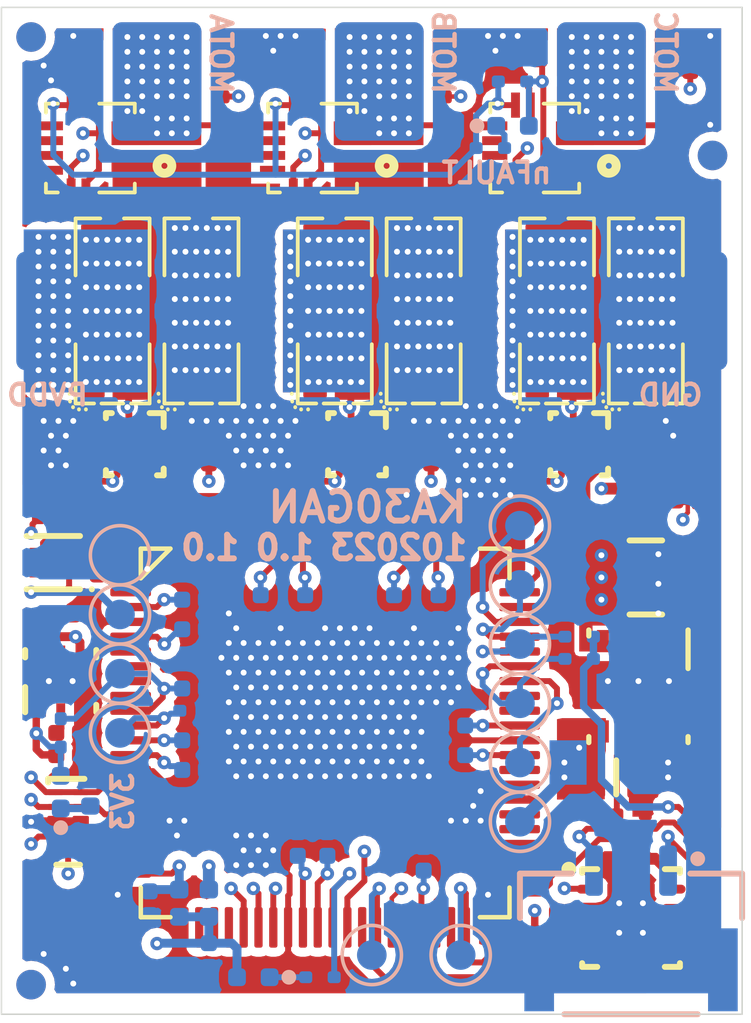
<source format=kicad_pcb>
(kicad_pcb (version 20221018) (generator pcbnew)
  (title_block (title "KA30GAN") (rev "1.0") (company "IPM Group ©"))
  (layers (0 "F.Cu" signal "Component Side") (1 "In1.Cu" signal "Signal Layer 1") (2 "In2.Cu" signal "Signal Layer 2") (31 "B.Cu" signal "Solder Side") (34 "B.Paste" user "Bottom Paste") (35 "F.Paste" user "Top Paste") (36 "B.SilkS" user "Bottom Overlay") (37 "F.SilkS" user "Top Overlay") (38 "B.Mask" user "Bottom Solder") (39 "F.Mask" user "Top Solder") (44 "Edge.Cuts" user))
  (property "PAGESETUP" "Record=PageOptions¦CenterHorizontal=True¦CenterVertical=True¦PrintScale=0.71¦XCorrection=1.00¦YCorrection=1.00¦PrintKind=0¦BorderSize=5000000¦LeftOffset=0¦BottomOffset=0¦Orientation=2¦PaperLength=1000¦PaperWidth=1000¦Scale=100¦PaperSource=7¦PrintQuality=-3¦MediaType=1¦DitherType=10¦PrintScaleMode=1¦PaperKind=A4¦PaperIndex=9")
  (property "PCB_REV" "1.0")
  (property "PRJ_NUMBER" "102023")
  (property "PRJ_TITLE" "KA30GAN")
  (property "SCH_REV" "1.0")
  (property "SHEETNAME" "Power")
  (property "SHEETTOTAL" "2")
  (net 0 "")
  (net 1 "B2")
  (net 2 "VDDIO")
  (net 3 "VDDA")
  (net 4 "V_C")
  (net 5 "V_B")
  (net 6 "V_A")
  (net 7 "SDA")
  (net 8 "SCL")
  (net 9 "PHC")
  (net 10 "PHB")
  (net 11 "PHA")
  (net 12 "nTRST")
  (net 13 "NetC18_2")
  (net 14 "NetC17_2")
  (net 15 "NetC16_2")
  (net 16 "NetC15_2")
  (net 17 "NetC14_2")
  (net 18 "NetC12_2")
  (net 19 "CAN_TX")
  (net 20 "CAN_RX")
  (net 21 "CAN_L")
  (net 22 "CAN_H")
  (net 23 "CAN_EN")
  (net 24 "B1")
  (net 25 "B0")
  (net 26 "A5_TEMP")
  (net 27 "A1")
  (net 28 "NetC9_2")
  (net 29 "NetD4_1")
  (net 30 "NetQ2C_1")
  (net 31 "NetQ2B_1")
  (net 32 "NetQ2A_1")
  (net 33 "NetQ1C_1")
  (net 34 "NetQ1B_1")
  (net 35 "NetQ1A_1")
  (net 36 "5V")
  (net 37 "NetC1C_1")
  (net 38 "NetC1B_1")
  (net 39 "NetC1A_1")
  (net 40 "HSC")
  (net 41 "HSB")
  (net 42 "HSA")
  (net 43 "NetR27_1")
  (net 44 "LED")
  (net 45 "GPIO34")
  (net 46 "NetD3_1")
  (net 47 "NetD1_1")
  (net 48 "SCI_TX_out")
  (net 49 "SCI_RX_in")
  (net 50 "TMS")
  (net 51 "TDO")
  (net 52 "TDI")
  (net 53 "TCK")
  (net 54 "NRESET")
  (net 55 "I_C")
  (net 56 "I_B")
  (net 57 "I_A")
  (net 58 "3V3")
  (net 59 "GND")
  (net 60 "INH_A")
  (net 61 "INH_B")
  (net 62 "INH_C")
  (net 63 "INL_A")
  (net 64 "INL_B")
  (net 65 "INL_C")
  (net 66 "NFAULT")
  (net 67 "PVDD")
  (net 68 "VSEN_PVDD")
  (footprint "Resistor_AB.DbLib:RESC1005X04L" (layer "F.Cu") (at 157.25109 115.2536 180)
    (fp_text reference "R28" hide)
    (fp_text value "24k3" hide)
  )
  (footprint "Resistor_AB.DbLib:ACS711EX" (layer "F.Cu") (at 154.00109 92.7536 180)
    (fp_text reference "U4C" hide)
    (fp_text value "ACS711KEXLT-31AB-T" hide)
  )
  (footprint "Resistor_AB.DbLib:EPC2X40XL" (layer "F.Cu") (at 157.75109 98.2536 90)
    (fp_text reference "Q2C" hide)
    (fp_text value "EPC2021" hide)
  )
  (footprint "Resistor_AB.DbLib:CAPC1005X05L" (layer "F.Cu") (at 150.5011 103.0036 -90)
    (fp_text reference "C32B" hide)
    (fp_text value "4.7µF" hide)
  )
  (footprint "Resistor_AB.DbLib:CAPC1005X05L" (layer "F.Cu") (at 138.2511 112.5036 180)
    (fp_text reference "C9" hide)
    (fp_text value "0.01µF" hide)
  )
  (footprint "D:_Users_Andrew_Documents_Proj_Altium_PCB_Lib_Capacitor_AB.DBLib/Capacitor_AB_CAPC2012X135N" (layer "F.Cu") (at 156.7511 114.0036 180)
    (fp_text reference "C21" hide)
    (fp_text value "47µF" hide)
  )
  (footprint "Resistor_AB.DbLib:EPC2X40XL" (layer "F.Cu") (at 150.25109 98.2536 90)
    (fp_text reference "Q2B" hide)
    (fp_text value "EPC2021" hide)
  )
  (footprint "Capacitor_AB.DBLib:SON65P300X100_HS-9N" (layer "F.Cu") (at 157.25109 118.7536)
    (fp_text reference "U7" hide)
    (fp_text value "TJA1051TK/3" hide)
  )
  (footprint "My_PCB.PcbLib:FIDUCIAL_TOP_C100-200" (layer "F.Cu") (at 137.0011 121.0036 90)
    (fp_text reference "FID5" hide)
    (fp_text value "Fiducial" hide)
  )
  (footprint "My_PCB.PcbLib:SIL0010A" (layer "F.Cu") (at 157.5011 110.9286 -90)
    (fp_text reference "U2" hide)
    (fp_text value "LMZM23601SILT" hide)
  )
  (footprint "Resistor_AB.DbLib:CAPC1005X05L" (layer "F.Cu") (at 142.00109 103.0036 -90)
    (fp_text reference "C8A" hide)
    (fp_text value "1µF" hide)
  )
  (footprint "Resistor_AB.DbLib:YFX0012AHAP" (layer "F.Cu") (at 140.5011 102.7536 -90)
    (fp_text reference "U1A" hide)
    (fp_text value "LMG1205YFXR" hide)
  )
  (footprint "Resistor_AB.DbLib:CAPC1005X05L" (layer "F.Cu") (at 159.25109 89.7536 -90)
    (fp_text reference "C31C" hide)
    (fp_text value "0.1µF" hide)
  )
  (footprint "Resistor_AB.DbLib:YFX0012AHAP" (layer "F.Cu") (at 155.50109 102.7536 -90)
    (fp_text reference "U1C" hide)
    (fp_text value "LMG1205YFXR" hide)
  )
  (footprint "Resistor_AB.DbLib:EPC2X40XL" (layer "F.Cu") (at 139.7511 98.2536 90)
    (fp_text reference "Q1A" hide)
    (fp_text value "EPC2021" hide)
  )
  (footprint "My_PCB.PcbLib:FIDUCIAL_TOP_C100-200" (layer "F.Cu") (at 137.0011 89.0036 90)
    (fp_text reference "FID6" hide)
    (fp_text value "Fiducial" hide)
  )
  (footprint "Resistor_AB.DbLib:RESC1005X04L" (layer "F.Cu") (at 137.7511 104.5036 180)
    (fp_text reference "R6" hide)
    (fp_text value "4k99" hide)
  )
  (footprint "Resistor_AB.DbLib:CAPC1005X05L" (layer "F.Cu") (at 154.7511 119.0036 -90)
    (fp_text reference "C35" hide)
    (fp_text value "0.1µF" hide)
  )
  (footprint "Resistor_AB.DbLib:RESC1005X04L" (layer "F.Cu") (at 158.5011 89.7536 -90)
    (fp_text reference "R10C" hide)
    (fp_text value "4k99" hide)
  )
  (footprint "Resistor_AB.DbLib:DRV0006A" (layer "F.Cu") (at 138.0011 110.7536 90)
    (fp_text reference "U5" hide)
    (fp_text value "TPS73533DRV" hide)
  )
  (footprint "Resistor_AB.DbLib:RESC1005X04L" (layer "F.Cu") (at 151.00109 89.7536 -90)
    (fp_text reference "R10B" hide)
    (fp_text value "4k99" hide)
  )
  (footprint "Resistor_AB.DbLib:YFX0012AHAP" (layer "F.Cu") (at 148.00109 102.7536 -90)
    (fp_text reference "U1B" hide)
    (fp_text value "LMG1205YFXR" hide)
  )
  (footprint "Resistor_AB.DbLib:EPC2X40XL" (layer "F.Cu") (at 142.7511 98.2536 90)
    (fp_text reference "Q2A" hide)
    (fp_text value "EPC2021" hide)
  )
  (footprint "Resistor_AB.DbLib:CAPC1005X05L" (layer "F.Cu") (at 144.2511 89.7536 -90)
    (fp_text reference "C31A" hide)
    (fp_text value "0.1µF" hide)
  )
  (footprint "Resistor_AB.DbLib:ACS711EX" (layer "F.Cu") (at 146.50109 92.7536 180)
    (fp_text reference "U4B" hide)
    (fp_text value "ACS711KEXLT-31AB-T" hide)
  )
  (footprint "Resistor_AB.DbLib:CAPC1005X05L" (layer "F.Cu") (at 151.75109 89.7536 -90)
    (fp_text reference "C31B" hide)
    (fp_text value "0.1µF" hide)
  )
  (footprint "Resistor_AB.DbLib:SON40P170X60-6N" (layer "F.Cu") (at 137.7511 106.7536 180)
    (fp_text reference "U6" hide)
    (fp_text value "M24C16-FMH6TG" hide)
  )
  (footprint "Resistor_AB.DbLib:RESC1005X04L" (layer "F.Cu") (at 159.5011 104.2536 -90)
    (fp_text reference "R16" hide)
    (fp_text value "4k99" hide)
  )
  (footprint "Resistor_AB.DbLib:EPC2X40XL" (layer "F.Cu") (at 147.25109 98.2536 90)
    (fp_text reference "Q1B" hide)
    (fp_text value "EPC2021" hide)
  )
  (footprint "Resistor_AB.DbLib:CAPC1005X05L" (layer "F.Cu") (at 138.0011 108.5036 180)
    (fp_text reference "C7" hide)
    (fp_text value "2.2µF" hide)
  )
  (footprint "Capacitor_AB.DBLib:PN80-L" (layer "F.Cu") (at 146.9261 112.5036)
    (fp_text reference "U3" hide)
    (fp_text value "TMS320F28062FPNT" hide)
  )
  (footprint "Resistor_AB.DbLib:CAPC1005X05L" (layer "F.Cu") (at 146.50109 103.5036 -90)
    (fp_text reference "C1B" hide)
    (fp_text value "0.1µF" hide)
  )
  (footprint "Resistor_AB.DbLib:RESC1005X04L" (layer "F.Cu") (at 155.7511 115.2536 180)
    (fp_text reference "R27" hide)
    (fp_text value "100k" hide)
  )
  (footprint "Resistor_AB.DbLib:RESC1005X04L" (layer "F.Cu") (at 157.5011 116.7536)
    (fp_text reference "R12" hide)
    (fp_text value "2k2" hide)
  )
  (footprint "Resistor_AB.DbLib:CAPC1005X05L" (layer "F.Cu") (at 158.7511 104.2536 -90)
    (fp_text reference "C22" hide)
    (fp_text value "0.1µF" hide)
  )
  (footprint "My_PCB.PcbLib:FIDUCIAL_TOP_C100-200" (layer "F.Cu") (at 160.0011 93.0036 90)
    (fp_text reference "FID4" hide)
    (fp_text value "Fiducial" hide)
  )
  (footprint "Resistor_AB.DbLib:RESC1005X04L" (layer "F.Cu") (at 151.00109 91.5036 -90)
    (fp_text reference "R9B" hide)
    (fp_text value "47k" hide)
  )
  (footprint "Resistor_AB.DbLib:RESC1005X04L" (layer "F.Cu") (at 157.7511 105.2536 180)
    (fp_text reference "R14" hide)
    (fp_text value "47k" hide)
  )
  (footprint "Resistor_AB.DbLib:CAPC1005X05L" (layer "F.Cu") (at 158.0011 103.0036 -90)
    (fp_text reference "C32C" hide)
    (fp_text value "4.7µF" hide)
  )
  (footprint "Resistor_AB.DbLib:DQA0010A" (layer "F.Cu") (at 138.2511 115.5036)
    (fp_text reference "D2" hide)
    (fp_text value "TPD4E05U06QDQARQ1" hide)
  )
  (footprint "Resistor_AB.DbLib:RESC1005X04L" (layer "F.Cu") (at 158.5011 91.5036 -90)
    (fp_text reference "R9C" hide)
    (fp_text value "47k" hide)
  )
  (footprint "Resistor_AB.DbLib:RESC1005X04L" (layer "F.Cu") (at 143.5011 89.7536 -90)
    (fp_text reference "R10A" hide)
    (fp_text value "4k99" hide)
  )
  (footprint "Resistor_AB.DbLib:CAPC1005X05L" (layer "F.Cu") (at 149.50109 103.0036 -90)
    (fp_text reference "C8B" hide)
    (fp_text value "1µF" hide)
  )
  (footprint "Resistor_AB.DbLib:CAPC1005X05L" (layer "F.Cu") (at 153.75109 89.7536)
    (fp_text reference "C6C" hide)
    (fp_text value "0.1µF" hide)
  )
  (footprint "Resistor_AB.DbLib:CAPC1005X05L" (layer "F.Cu") (at 154.00109 103.5036 -90)
    (fp_text reference "C1C" hide)
    (fp_text value "0.1µF" hide)
  )
  (footprint "Resistor_AB.DbLib:CAPC1005X05L" (layer "F.Cu") (at 143.0011 103.0036 -90)
    (fp_text reference "C32A" hide)
    (fp_text value "4.7µF" hide)
  )
  (footprint "Resistor_AB.DbLib:RESC1005X04L" (layer "F.Cu") (at 143.5011 91.5036 -90)
    (fp_text reference "R9A" hide)
    (fp_text value "47k" hide)
  )
  (footprint "Resistor_AB.DbLib:CAPC1005X05L" (layer "F.Cu") (at 158.0011 121.0036)
    (fp_text reference "C36" hide)
    (fp_text value "0.1µF" hide)
  )
  (footprint "Resistor_AB.DbLib:ACS711EX" (layer "F.Cu") (at 139.0011 92.7536 180)
    (fp_text reference "U4A" hide)
    (fp_text value "ACS711KEXLT-31AB-T" hide)
  )
  (footprint "Resistor_AB.DbLib:CAPC1005X05L" (layer "F.Cu") (at 139.2511 106.7536 -90)
    (fp_text reference "C30" hide)
    (fp_text value "0.1µF" hide)
  )
  (footprint "Resistor_AB.DbLib:EPC2X40XL" (layer "F.Cu") (at 154.75109 98.2536 90)
    (fp_text reference "Q1C" hide)
    (fp_text value "EPC2021" hide)
  )
  (footprint "D:_Users_Andrew_Documents_Proj_Altium_PCB_Lib_Capacitor_AB.DBLib/Capacitor_AB_CAPC3225X140N" (layer "F.Cu") (at 157.7511 107.2536 180)
    (fp_text reference "C20" hide)
    (fp_text value "10µF" hide)
  )
  (footprint "Resistor_AB.DbLib:CAPC1005X05L" (layer "F.Cu") (at 146.25109 89.7536)
    (fp_text reference "C6B" hide)
    (fp_text value "0.1µF" hide)
  )
  (footprint "Resistor_AB.DbLib:RESC1005X04L" (layer "F.Cu") (at 137.7311 105.2536 180)
    (fp_text reference "R8" hide)
    (fp_text value "4k99" hide)
  )
  (footprint "Resistor_AB.DbLib:CAPC1005X05L" (layer "F.Cu") (at 157.00109 103.0036 -90)
    (fp_text reference "C8C" hide)
    (fp_text value "1µF" hide)
  )
  (footprint "Resistor_AB.DbLib:CAPC1005X05L" (layer "F.Cu") (at 138.2511 113.2536 180)
    (fp_text reference "C13" hide)
    (fp_text value "2.2µF" hide)
  )
  (footprint "Resistor_AB.DbLib:CAPC1005X05L" (layer "F.Cu") (at 139.0011 103.5036 -90)
    (fp_text reference "C1A" hide)
    (fp_text value "0.1µF" hide)
  )
  (footprint "Resistor_AB.DbLib:CAPC1005X05L" (layer "F.Cu") (at 138.7511 89.7536)
    (fp_text reference "C6A" hide)
    (fp_text value "0.1µF" hide)
  )
  (footprint "Resistor_AB.DbLib:RESC1005X04L" (layer "B.Cu") (at 146.7511 120.7536 180)
    (fp_text reference "R20" hide)
    (fp_text value "330 ohm" hide)
  )
  (footprint "Resistor_AB.DbLib:WL-SMCC_0402 B" (layer "B.Cu") (at 144.5011 120.7536 180)
    (fp_text reference "D4" hide)
    (fp_text value "Blue" hide)
  )
  (footprint "Resistor_AB.DbLib:CAPC1005X05L" (layer "B.Cu") (at 142.5011 113.7536 180)
    (fp_text reference "C14" hide)
    (fp_text value "2.2µF" hide)
  )
  (footprint "D:_Users_Andrew_Documents_Proj_Altium_PCB_Lib_My_PCB.PcbLib_CAPC1608X87N" (layer "B.Cu") (at 148.75109 99.0036 180)
    (fp_text reference "C4B" hide)
    (fp_text value "1µF" hide)
  )
  (footprint "Resistor_AB.DbLib:RESC1005X04L" (layer "B.Cu") (at 155.5011 110.0036)
    (fp_text reference "R4" hide)
    (fp_text value "2k2" hide)
  )
  (footprint "D:_Users_Andrew_Documents_Proj_Altium_PCB_Lib_Resistor_AB.DbLib/Resistor_AB_RESC1005X40N" (layer "B.Cu") (at 139.0011 114.5036 -90)
    (fp_text reference "R11" hide)
    (fp_text value "330 ohm" hide)
  )
  (footprint "Resistor_AB.DbLib:CAPC1005X05L" (layer "B.Cu") (at 150.2511 116.7536 -90)
    (fp_text reference "C10" hide)
    (fp_text value "0.1µF" hide)
  )
  (footprint "Capacitor_AB.DBLib:JST_BM03B" (layer "B.Cu") (at 157.25109 120.5036 180)
    (fp_text reference "P1" hide)
    (fp_text value "BM03B-GHS-TBT" hide)
  )
  (footprint "Resistor_AB.DbLib:CAPC1005X05L" (layer "B.Cu") (at 142.5011 108.0036 180)
    (fp_text reference "C12" hide)
    (fp_text value "2.2µF" hide)
  )
  (footprint "My_PCB.PcbLib:FIDUCIAL_TOP_C100-200" (layer "B.Cu") (at 160.0011 93.0036 90)
    (fp_text reference "FID1" hide)
    (fp_text value "Fiducial" hide)
  )
  (footprint "D:_Users_Andrew_Documents_Proj_Altium_PCB_Lib_My_PCB.PcbLib_CAPC1608X87N" (layer "B.Cu") (at 148.75109 100.5036 180)
    (fp_text reference "C5B" hide)
    (fp_text value "1µF" hide)
  )
  (footprint "Resistor_AB.DbLib:J_pin_3x4" (layer "B.Cu") (at 159.0011 98.2536 180)
    (fp_text reference "J5" hide)
    (fp_text value "2 way net tie junction" hide)
  )
  (footprint "Resistor_AB.DbLib:RESC1005X04L" (layer "B.Cu") (at 155.5011 109.2536)
    (fp_text reference "R5" hide)
    (fp_text value "2k2" hide)
  )
  (footprint "Capacitor_AB.DBLib:TESTPOINT_1" (layer "B.Cu") (at 148.5011 120.0036 180)
    (fp_text reference "T4" hide)
    (fp_text value "Test_Point_L" hide)
  )
  (footprint "D:_Users_Andrew_Documents_Proj_Altium_PCB_Lib_My_PCB.PcbLib_CAPC1608X87N" (layer "B.Cu") (at 156.25109 100.5036 180)
    (fp_text reference "C5C" hide)
    (fp_text value "1µF" hide)
  )
  (footprint "D:_Users_Andrew_Documents_Proj_Altium_PCB_Lib_My_PCB.PcbLib_CAPC1608X87N" (layer "B.Cu") (at 148.75109 96.0036 180)
    (fp_text reference "C2B" hide)
    (fp_text value "1µF" hide)
  )
  (footprint "Resistor_AB.DbLib:CAPC1005X05L" (layer "B.Cu") (at 147.0011 116.2536 -90)
    (fp_text reference "C24" hide)
    (fp_text value "2.2µF" hide)
  )
  (footprint "Resistor_AB.DbLib:WL-SMCC_0402 G" (layer "B.Cu") (at 138.0011 114.5036 90)
    (fp_text reference "D3" hide)
    (fp_text value "Green" hide)
  )
  (footprint "Resistor_AB.DbLib:WL-SMCC_0402 R" (layer "B.Cu") (at 153.2511 92.0036)
    (fp_text reference "D1" hide)
    (fp_text value "Red" hide)
  )
  (footprint "Resistor_AB.DbLib:CAPC1005X05L" (layer "B.Cu") (at 142.5011 109.0036 180)
    (fp_text reference "C27" hide)
    (fp_text value "2.2µF" hide)
  )
  (footprint "Resistor_AB.DbLib:RESC1005X04L" (layer "B.Cu") (at 153.2511 90.5036)
    (fp_text reference "R3" hide)
    (fp_text value "10k" hide)
  )
  (footprint "D:_Users_Andrew_Documents_Proj_Altium_PCB_Lib_My_PCB.PcbLib_CAPC1608X87N" (layer "B.Cu") (at 148.75109 97.5036 180)
    (fp_text reference "C3B" hide)
    (fp_text value "1µF" hide)
  )
  (footprint "D:_Users_Andrew_Documents_Proj_Altium_PCB_Lib_My_PCB.PcbLib_CAPC1608X87N" (layer "B.Cu") (at 141.2511 96.0036 180)
    (fp_text reference "C2A" hide)
    (fp_text value "1µF" hide)
  )
  (footprint "Capacitor_AB.DBLib:TESTPOINT_1" (layer "B.Cu") (at 153.5011 113.5036 180)
    (fp_text reference "T6" hide)
    (fp_text value "Test_Point_L" hide)
  )
  (footprint "Resistor_AB.DbLib:CAPC1005X05L" (layer "B.Cu") (at 151.2511 113.2536)
    (fp_text reference "C26" hide)
    (fp_text value "2.2µF" hide)
  )
  (footprint "Capacitor_AB.DBLib:TESTPOINT_1" (layer "B.Cu") (at 153.5011 111.5036 180)
    (fp_text reference "T9" hide)
    (fp_text value "Test_Point_L" hide)
  )
  (footprint "D:_Users_Andrew_Documents_Proj_Altium_PCB_Lib_My_PCB.PcbLib_CAPC1608X87N" (layer "B.Cu") (at 141.2511 99.0036 180)
    (fp_text reference "C4A" hide)
    (fp_text value "1µF" hide)
  )
  (footprint "My_PCB.PcbLib:FIDUCIAL_TOP_C100-200" (layer "B.Cu") (at 137.0011 121.0036 90)
    (fp_text reference "FID2" hide)
    (fp_text value "Fiducial" hide)
  )
  (footprint "Capacitor_AB.DBLib:TESTPOINT_1" (layer "B.Cu") (at 140.0011 108.5036 180)
    (fp_text reference "T2" hide)
    (fp_text value "Test_Point_L" hide)
  )
  (footprint "Resistor_AB.DbLib:CAPC1005X05L" (layer "B.Cu") (at 143.0011 120.0036 90)
    (fp_text reference "C19" hide)
    (fp_text value "2.2µF" hide)
  )
  (footprint "Resistor_AB.DbLib:CAPC1005X05L" (layer "B.Cu") (at 146.0011 116.2536 -90)
    (fp_text reference "C15" hide)
    (fp_text value "2.2µF" hide)
  )
  (footprint "Resistor_AB.DbLib:CAPC1005X05L" (layer "B.Cu") (at 142.5011 111.0036 180)
    (fp_text reference "C29" hide)
    (fp_text value "0.1µF" hide)
  )
  (footprint "Capacitor_AB.DBLib:TESTPOINT_1" (layer "B.Cu") (at 151.5011 120.0036 180)
    (fp_text reference "T3" hide)
    (fp_text value "Test_Point_L" hide)
  )
  (footprint "D:_Users_Andrew_Documents_Proj_Altium_PCB_Lib_My_PCB.PcbLib_CAPC1608X87N" (layer "B.Cu") (at 141.2511 97.5036 180)
    (fp_text reference "C3A" hide)
    (fp_text value "1µF" hide)
  )
  (footprint "Capacitor_AB.DBLib:TESTPOINT_1" (layer "B.Cu") (at 140.0011 112.5036 180)
    (fp_text reference "T5" hide)
    (fp_text value "Test_Point_L" hide)
  )
  (footprint "My_PCB.PcbLib:FIDUCIAL_TOP_C100-200" (layer "B.Cu") (at 137.0011 89.0036 90)
    (fp_text reference "FID3" hide)
    (fp_text value "Fiducial" hide)
  )
  (footprint "Capacitor_AB.DBLib:TESTPOINT_1" (layer "B.Cu") (at 153.5011 115.5036 180)
    (fp_text reference "T1" hide)
    (fp_text value "Test_Point_L" hide)
  )
  (footprint "Resistor_AB.DbLib:CAPC1005X05L" (layer "B.Cu") (at 146.2511 108.2536 90)
    (fp_text reference "C18" hide)
    (fp_text value "2.2µF" hide)
  )
  (footprint "Resistor_AB.DbLib:J_pin_3x4" (layer "B.Cu") (at 156.25109 90.5036)
    (fp_text reference "J1C" hide)
    (fp_text value "2 way net tie junction" hide)
  )
  (footprint "Capacitor_AB.DBLib:TESTPOINT_1" (layer "B.Cu") (at 153.5011 105.5036 180)
    (fp_text reference "T7" hide)
    (fp_text value "Test_Point_L" hide)
  )
  (footprint "Resistor_AB.DbLib:RESC1005X04L" (layer "B.Cu") (at 138.0011 112.5036 -90)
    (fp_text reference "R2" hide)
    (fp_text value "10k" hide)
  )
  (footprint "Capacitor_AB.DBLib:TESTPOINT_1" (layer "B.Cu") (at 153.5011 109.5036 180)
    (fp_text reference "T10" hide)
    (fp_text value "Test_Point_L" hide)
  )
  (footprint "Capacitor_AB.DBLib:TESTPOINT_1" (layer "B.Cu") (at 140.0011 106.5036 180)
    (fp_text reference "T11" hide)
    (fp_text value "Test_Point_L" hide)
  )
  (footprint "Resistor_AB.DbLib:J_pin_3x4" (layer "B.Cu") (at 148.75109 90.5036)
    (fp_text reference "J1B" hide)
    (fp_text value "2 way net tie junction" hide)
  )
  (footprint "Resistor_AB.DbLib:CAPC1005X05L" (layer "B.Cu") (at 142.5011 112.7536 180)
    (fp_text reference "C23" hide)
    (fp_text value "2.2µF" hide)
  )
  (footprint "Resistor_AB.DbLib:CAPC1005X05L" (layer "B.Cu") (at 150.7511 108.2536 90)
    (fp_text reference "C28" hide)
    (fp_text value "2.2µF" hide)
  )
  (footprint "D:_Users_Andrew_Documents_Proj_Altium_PCB_Lib_My_PCB.PcbLib_CAPC1608X87N" (layer "B.Cu") (at 156.25109 99.0036 180)
    (fp_text reference "C4C" hide)
    (fp_text value "1µF" hide)
  )
  (footprint "Resistor_AB.DbLib:J_pin_3x4" (layer "B.Cu") (at 138.0011 98.2536 180)
    (fp_text reference "J4" hide)
    (fp_text value "2 way net tie junction" hide)
  )
  (footprint "Resistor_AB.DbLib:CAPC1005X05L" (layer "B.Cu") (at 141.0011 118.2536 90)
    (fp_text reference "C11" hide)
    (fp_text value "2.2µF" hide)
  )
  (footprint "D:_Users_Andrew_Documents_Proj_Altium_PCB_Lib_My_PCB.PcbLib_CAPC1608X87N" (layer "B.Cu") (at 141.2511 100.5036 180)
    (fp_text reference "C5A" hide)
    (fp_text value "1µF" hide)
  )
  (footprint "Capacitor_AB.DBLib:INDC1005X55N" (layer "B.Cu") (at 142.00109 118.2536 90)
    (fp_text reference "L1" hide)
    (fp_text value "BKP1005HS221-T" hide)
  )
  (footprint "Resistor_AB.DbLib:CAPC1005X05L" (layer "B.Cu") (at 149.2511 108.2536 90)
    (fp_text reference "C17" hide)
    (fp_text value "2.2µF" hide)
  )
  (footprint "Resistor_AB.DbLib:J_pin_3x4" (layer "B.Cu") (at 141.2511 90.5036)
    (fp_text reference "J1A" hide)
    (fp_text value "2 way net tie junction" hide)
  )
  (footprint "Resistor_AB.DbLib:RESC1005X04L" (layer "B.Cu") (at 142.5011 111.7536 180)
    (fp_text reference "R1" hide)
    (fp_text value "2k2" hide)
  )
  (footprint "D:_Users_Andrew_Documents_Proj_Altium_PCB_Lib_My_PCB.PcbLib_CAPC1608X87N" (layer "B.Cu") (at 156.25109 97.5036 180)
    (fp_text reference "C3C" hide)
    (fp_text value "1µF" hide)
  )
  (footprint "Resistor_AB.DbLib:CAPC1005X05L" (layer "B.Cu") (at 144.7511 108.2536 90)
    (fp_text reference "C25" hide)
    (fp_text value "2.2µF" hide)
  )
  (footprint "Resistor_AB.DbLib:CAPC1005X05L" (layer "B.Cu") (at 151.2511 112.2536)
    (fp_text reference "C16" hide)
    (fp_text value "2.2µF" hide)
  )
  (footprint "D:_Users_Andrew_Documents_Proj_Altium_PCB_Lib_My_PCB.PcbLib_CAPC1608X87N" (layer "B.Cu") (at 156.25109 96.0036 180)
    (fp_text reference "C2C" hide)
    (fp_text value "1µF" hide)
  )
  (footprint "Resistor_AB.DbLib:RESC1005X04L" (layer "B.Cu") (at 152.5011 92.7536)
    (fp_text reference "R7" hide)
    (fp_text value "330 ohm" hide)
  )
  (footprint "Capacitor_AB.DBLib:TESTPOINT_1" (layer "B.Cu") (at 153.5011 107.5036 180)
    (fp_text reference "T8" hide)
    (fp_text value "Test_Point_L" hide)
  )
  (footprint "Capacitor_AB.DBLib:INDC1005X55N" (layer "B.Cu") (at 143.0011 118.2536 90)
    (fp_text reference "L2" hide)
    (fp_text value "BLM15PD600SN1D" hide)
  )
  (footprint "Capacitor_AB.DBLib:TESTPOINT_1" (layer "B.Cu") (at 140.0011 110.5036 180)
    (fp_text reference "T12" hide)
    (fp_text value "Test_Point_L" hide)
  )
  (gr_line (start 136.0011 122.0036) (end 161.0011 122.0036) (stroke (width 0.05)) (layer "Edge.Cuts"))
  (gr_line (start 161.00109 88.0036) (end 136.0011 88.0036) (stroke (width 0.05)) (layer "Edge.Cuts"))
  (gr_line (start 161.0011 122.0036) (end 161.00109 88.0036) (stroke (width 0.05)) (layer "Edge.Cuts"))
  (gr_line (start 136.0011 88.0036) (end 136.0011 122.0036) (stroke (width 0.05)) (layer "Edge.Cuts"))
  (gr_text "GND" (at 159.7511 101.5036 360) (layer "B.SilkS") (effects (font (size 0.7 0.7)) (justify left bottom mirror)))
  (gr_text "3V3" (at 140.5011 113.7536 90) (layer "B.SilkS") (effects (font (size 0.7 0.7)) (justify left bottom mirror)))
  (gr_text "${PRJ_NUMBER} ${SCH_REV} ${PCB_REV}" (at 151.8243 106.7172) (layer "B.SilkS") (effects (font (size 0.8 0.8) (thickness 0.2)) (justify left bottom mirror)))
  (gr_text "MOTA" (at 143.0011 91.0036 270) (layer "B.SilkS") (effects (font (size 0.7 0.7)) (justify left bottom mirror)))
  (gr_text "MOTC" (at 158.0011 91.0036 270) (layer "B.SilkS") (effects (font (size 0.7 0.7)) (justify left bottom mirror)))
  (gr_text "${PRJ_TITLE}" (at 151.8243 105.4672) (layer "B.SilkS") (effects (font (size 1 1) (thickness 0.2)) (justify left bottom mirror)))
  (gr_text "nFAULT" (at 154.64182 94.0036 360) (layer "B.SilkS") (effects (font (size 0.7 0.7)) (justify left bottom mirror)))
  (gr_text "PVDD" (at 139.0011 101.5036 360) (layer "B.SilkS") (effects (font (size 0.7 0.7)) (justify left bottom mirror)))
  (gr_text "MOTB" (at 150.5011 91.0036 270) (layer "B.SilkS") (effects (font (size 0.7 0.7)) (justify left bottom mirror)))
  (segment (start 141.49199 112.7536) (end 141.492 112.7536) (width 0.2) (layer "F.Cu") (net 2))
  (segment (start 152.242 113.2536) (end 153.492 113.2536) (width 0.2) (layer "F.Cu") (net 2))
  (segment (start 145.1761 106.8195) (end 145.1761 105.9377) (width 0.2) (layer "F.Cu") (net 2))
  (segment (start 141.492 109.5036) (end 141.5011 109.5036) (width 0.2) (layer "F.Cu") (net 2))
  (segment (start 140.3602 112.7536) (end 141.49199 112.7536) (width 0.2) (layer "F.Cu") (net 2))
  (segment (start 140.3602 109.2536) (end 141.242 109.2536) (width 0.2) (layer "F.Cu") (net 2))
  (segment (start 144.742 107.2536) (end 145.1761 106.8195) (width 0.2) (layer "F.Cu") (net 2))
  (segment (start 141.242 109.2536) (end 141.492 109.5036) (width 0.2) (layer "F.Cu") (net 2))
  (segment (start 150.6761 107.1877) (end 150.6761 105.9377) (width 0.2) (layer "F.Cu") (net 2))
  (segment (start 146.6761 117.5786) (end 147.0011 117.2536) (width 0.2) (layer "F.Cu") (net 2))
  (segment (start 150.6761 107.1877) (end 150.74199 107.2536) (width 0.2) (layer "F.Cu") (net 2))
  (segment (start 146.6761 119.0695) (end 146.6761 117.5786) (width 0.2) (layer "F.Cu") (net 2))
  (via (at 141.5011 109.5036) (size 0.45) (drill 0.2) (layers "F.Cu" "B.Cu") (net 2))
  (via (at 144.742 107.2536) (size 0.45) (drill 0.2) (layers "F.Cu" "B.Cu") (net 2))
  (via (at 143.0011 117.0036) (size 0.45) (drill 0.2) (layers "F.Cu" "B.Cu") (net 2))
  (via (at 141.492 112.7536) (size 0.45) (drill 0.2) (layers "F.Cu" "B.Cu") (net 2))
  (via (at 147.0011 117.2536) (size 0.45) (drill 0.2) (layers "F.Cu" "B.Cu") (net 2))
  (via (at 152.242 113.2536) (size 0.45) (drill 0.2) (layers "F.Cu" "B.Cu") (net 2))
  (via (at 150.74199 107.2536) (size 0.45) (drill 0.2) (layers "F.Cu" "B.Cu") (net 2))
  (segment (start 143.0011 117.7936) (end 143.0011 117.0036) (width 0.4) (layer "B.Cu") (net 2))
  (segment (start 141.5011 112.7536) (end 142.10109 112.7536) (width 0.2) (layer "B.Cu") (net 2))
  (segment (start 141.5011 109.5036) (end 141.87233 109.13237) (width 0.2) (layer "B.Cu") (net 2))
  (segment (start 141.97233 109.13237) (end 142.10109 109.0036) (width 0.2) (layer "B.Cu") (net 2))
  (segment (start 150.7511 107.8536) (end 150.7511 107.2536) (width 0.2) (layer "B.Cu") (net 2))
  (segment (start 144.7511 107.8536) (end 144.7511 107.2536) (width 0.2) (layer "B.Cu") (net 2))
  (segment (start 151.6511 113.2536) (end 152.242 113.2536) (width 0.2) (layer "B.Cu") (net 2))
  (segment (start 141.87233 109.13237) (end 141.97233 109.13237) (width 0.2) (layer "B.Cu") (net 2))
  (segment (start 147.0011 117.2536) (end 147.0011 116.6536) (width 0.2) (layer "B.Cu") (net 2))
  (segment (start 152.242 113.2536) (end 152.2511 113.2536) (width 0.2) (layer "B.Cu") (net 2))
  (segment (start 141.7511 117.2536) (end 142.00109 117.0036) (width 0.2) (layer "F.Cu") (net 3))
  (segment (start 140.3602 117.2536) (end 141.7511 117.2536) (width 0.2) (layer "F.Cu") (net 3))
  (via (at 142.00109 117.0036) (size 0.45) (drill 0.2) (layers "F.Cu" "B.Cu") (net 3))
  (segment (start 141.0011 117.8536) (end 141.06109 117.7936) (width 0.3) (layer "B.Cu") (net 3))
  (segment (start 141.06109 117.7936) (end 142.00109 117.7936) (width 0.3) (layer "B.Cu") (net 3))
  (segment (start 142.00109 117.7936) (end 142.00109 117.0036) (width 0.3) (layer "B.Cu") (net 3))
  (segment (start 139.49266 115.7536) (end 140.3602 115.7536) (width 0.2) (layer "F.Cu") (net 4))
  (segment (start 158.5011 91.0236) (end 158.5011 90.2336) (width 0.2) (layer "F.Cu") (net 4))
  (segment (start 140.3602 115.7536) (end 140.3693 115.7536) (width 0.2) (layer "F.Cu") (net 4))
  (segment (start 159.25109 90.7536) (end 159.25109 90.1536) (width 0.2) (layer "F.Cu") (net 4))
  (segment (start 137.8261 116.0036) (end 138.6761 116.0036) (width 0.2) (layer "F.Cu") (net 4))
  (segment (start 137.2511 116.0036) (end 137.8261 116.0036) (width 0.2) (layer "F.Cu") (net 4))
  (segment (start 139.24265 116.0036) (end 139.49266 115.7536) (width 0.2) (layer "F.Cu") (net 4))
  (segment (start 138.6761 116.0036) (end 139.24265 116.0036) (width 0.2) (layer "F.Cu") (net 4))
  (segment (start 137.0011 116.2536) (end 137.2511 116.0036) (width 0.2) (layer "F.Cu") (net 4))
  (segment (start 159.1711 90.2336) (end 159.25109 90.1536) (width 0.2) (layer "F.Cu") (net 4))
  (segment (start 158.5011 90.2336) (end 159.1711 90.2336) (width 0.2) (layer "F.Cu") (net 4))
  (via (at 137.0011 116.2536) (size 0.45) (drill 0.2) (layers "F.Cu" "B.Cu") (net 4))
  (via (at 159.25109 90.7536) (size 0.45) (drill 0.2) (layers "F.Cu" "B.Cu") (net 4))
  (segment (start 137.0011 114.7536) (end 137.2511 115.0036) (width 0.2) (layer "F.Cu") (net 5))
  (segment (start 137.2511 115.0036) (end 137.8261 115.0036) (width 0.2) (layer "F.Cu") (net 5))
  (segment (start 139.24266 115.0036) (end 139.49266 115.2536) (width 0.2) (layer "F.Cu") (net 5))
  (segment (start 151.00109 91.0236) (end 151.00109 90.2336) (width 0.2) (layer "F.Cu") (net 5))
  (segment (start 151.4911 91.0136) (end 151.5011 91.0036) (width 0.15) (layer "F.Cu") (net 5))
  (segment (start 137.8261 115.0036) (end 138.6761 115.0036) (width 0.2) (layer "F.Cu") (net 5))
  (segment (start 138.6761 115.0036) (end 139.24266 115.0036) (width 0.2) (layer "F.Cu") (net 5))
  (segment (start 140.3602 115.2536) (end 140.3693 115.2536) (width 0.2) (layer "F.Cu") (net 5))
  (segment (start 151.01109 91.0136) (end 151.4911 91.0136) (width 0.15) (layer "F.Cu") (net 5))
  (segment (start 139.49266 115.2536) (end 140.3602 115.2536) (width 0.2) (layer "F.Cu") (net 5))
  (segment (start 151.00109 91.0236) (end 151.01109 91.0136) (width 0.15) (layer "F.Cu") (net 5))
  (segment (start 151.00109 90.2336) (end 151.6711 90.2336) (width 0.2) (layer "F.Cu") (net 5))
  (segment (start 151.6711 90.2336) (end 151.75109 90.1536) (width 0.2) (layer "F.Cu") (net 5))
  (via (at 137.0011 114.7536) (size 0.45) (drill 0.2) (layers "F.Cu" "B.Cu") (net 5))
  (via (at 151.5011 91.0036) (size 0.45) (drill 0.2) (layers "F.Cu" "B.Cu") (net 5))
  (segment (start 138.6761 114.5036) (end 139.24265 114.5036) (width 0.2) (layer "F.Cu") (net 6))
  (segment (start 144.1711 90.2336) (end 144.2511 90.1536) (width 0.2) (layer "F.Cu") (net 6))
  (segment (start 137.8261 114.5036) (end 138.6761 114.5036) (width 0.2) (layer "F.Cu") (net 6))
  (segment (start 137.5011 114.5036) (end 137.8261 114.5036) (width 0.2) (layer "F.Cu") (net 6))
  (segment (start 143.9911 91.0136) (end 144.0011 91.0036) (width 0.2) (layer "F.Cu") (net 6))
  (segment (start 143.5011 90.2336) (end 144.1711 90.2336) (width 0.2) (layer "F.Cu") (net 6))
  (segment (start 139.24265 114.5036) (end 139.49266 114.2536) (width 0.2) (layer "F.Cu") (net 6))
  (segment (start 143.5111 91.0136) (end 143.9911 91.0136) (width 0.2) (layer "F.Cu") (net 6))
  (segment (start 143.5011 91.0236) (end 143.5111 91.0136) (width 0.2) (layer "F.Cu") (net 6))
  (segment (start 143.5011 91.0236) (end 143.5011 90.2336) (width 0.2) (layer "F.Cu") (net 6))
  (segment (start 139.49266 114.2536) (end 140.3602 114.2536) (width 0.2) (layer "F.Cu") (net 6))
  (segment (start 137.0011 114.0036) (end 137.5011 114.5036) (width 0.2) (layer "F.Cu") (net 6))
  (via (at 144.0011 91.0036) (size 0.45) (drill 0.2) (layers "F.Cu" "B.Cu") (net 6))
  (via (at 137.0011 114.0036) (size 0.45) (drill 0.2) (layers "F.Cu" "B.Cu") (net 6))
  (segment (start 141.5011 106.53173) (end 141.97297 107.0036) (width 0.2) (layer "F.Cu") (net 7))
  (segment (start 142.36984 107.0036) (end 142.6852 106.68824) (width 0.2) (layer "F.Cu") (net 7))
  (segment (start 138.44825 105.1036) (end 140.36612 105.1036) (width 0.2) (layer "F.Cu") (net 7))
  (segment (start 138.23109 105.2536) (end 138.38109 105.1036) (width 0.2) (layer "F.Cu") (net 7))
  (segment (start 138.44825 105.1036) (end 138.44825 105.1036) (width 0.2) (layer "F.Cu") (net 7))
  (segment (start 138.38109 105.1036) (end 138.44825 105.1036) (width 0.2) (layer "F.Cu") (net 7))
  (segment (start 138.25109 106.3536) (end 138.25109 105.2936) (width 0.2) (layer "F.Cu") (net 7))
  (segment (start 141.97297 107.0036) (end 142.36984 107.0036) (width 0.2) (layer "F.Cu") (net 7))
  (segment (start 138.21109 105.2536) (end 138.23109 105.2536) (width 0.2) (layer "F.Cu") (net 7))
  (segment (start 141.5011 106.53173) (end 141.5011 106.23857) (width 0.2) (layer "F.Cu") (net 7))
  (segment (start 138.21109 105.2536) (end 138.25109 105.2936) (width 0.2) (layer "F.Cu") (net 7))
  (segment (start 142.6852 106.68824) (end 142.6852 105.9377) (width 0.2) (layer "F.Cu") (net 7))
  (segment (start 140.36612 105.1036) (end 141.5011 106.23857) (width 0.2) (layer "F.Cu") (net 7))
  (segment (start 137.40571 106.08395) (end 137.7411 105.74857) (width 0.2) (layer "F.Cu") (net 8))
  (segment (start 138.23109 104.5036) (end 138.4811 104.7536) (width 0.2) (layer "F.Cu") (net 8))
  (segment (start 137.40571 106.3536) (end 137.40571 106.08395) (width 0.2) (layer "F.Cu") (net 8))
  (segment (start 141.6952 105.9377) (end 142.1852 105.9377) (width 0.2) (layer "F.Cu") (net 8))
  (segment (start 138.4811 104.7536) (end 140.5111 104.7536) (width 0.2) (layer "F.Cu") (net 8))
  (segment (start 138.1111 104.6036) (end 138.21109 104.5036) (width 0.2) (layer "F.Cu") (net 8))
  (segment (start 137.7411 105.74857) (end 137.7411 104.9936) (width 0.2) (layer "F.Cu") (net 8))
  (segment (start 140.5111 104.7536) (end 141.6952 105.9377) (width 0.2) (layer "F.Cu") (net 8))
  (segment (start 137.25109 106.3536) (end 137.40571 106.3536) (width 0.2) (layer "F.Cu") (net 8))
  (segment (start 138.21109 104.5036) (end 138.23109 104.5036) (width 0.2) (layer "F.Cu") (net 8))
  (segment (start 137.7411 104.9936) (end 138.1111 104.6236) (width 0.2) (layer "F.Cu") (net 8))
  (segment (start 138.1111 104.6236) (end 138.1111 104.6036) (width 0.2) (layer "F.Cu") (net 8))
  (segment (start 157.25109 92.2536) (end 157.5211 91.9836) (width 0.2) (layer "F.Cu") (net 9))
  (segment (start 157.5211 91.9836) (end 158.5011 91.9836) (width 0.2) (layer "F.Cu") (net 9))
  (via (at 155.75109 90.0036) (size 0.45) (drill 0.2) (layers "F.Cu" "B.Cu") (net 9))
  (via (at 156.75109 90.0036) (size 0.45) (drill 0.2) (layers "F.Cu" "B.Cu") (net 9))
  (via (at 155.25109 90.5036) (size 0.45) (drill 0.2) (layers "F.Cu" "B.Cu") (net 9))
  (via (at 157.25109 91.0036) (size 0.45) (drill 0.2) (layers "F.Cu" "B.Cu") (net 9))
  (via (at 156.75109 90.5036) (size 0.45) (drill 0.2) (layers "F.Cu" "B.Cu") (net 9))
  (via (at 156.25109 91.0036) (size 0.45) (drill 0.2) (layers "F.Cu" "B.Cu") (net 9))
  (via (at 156.25109 90.5036) (size 0.45) (drill 0.2) (layers "F.Cu" "B.Cu") (net 9))
  (via (at 156.25109 89.0036) (size 0.45) (drill 0.2) (layers "F.Cu" "B.Cu") (net 9))
  (via (at 157.25109 90.5036) (size 0.45) (drill 0.2) (layers "F.Cu" "B.Cu") (net 9))
  (via (at 155.25109 91.5036) (size 0.45) (drill 0.2) (layers "F.Cu" "B.Cu") (net 9))
  (via (at 157.25109 91.7536) (size 0.45) (drill 0.2) (layers "F.Cu" "B.Cu") (net 9))
  (via (at 157.25109 92.2536) (size 0.45) (drill 0.2) (layers "F.Cu" "B.Cu") (net 9))
  (via (at 155.25109 89.0036) (size 0.45) (drill 0.2) (layers "F.Cu" "B.Cu") (net 9))
  (via (at 156.25109 89.5036) (size 0.45) (drill 0.2) (layers "F.Cu" "B.Cu") (net 9))
  (via (at 156.25109 91.7536) (size 0.45) (drill 0.2) (layers "F.Cu" "B.Cu") (net 9))
  (via (at 156.75109 89.0036) (size 0.45) (drill 0.2) (layers "F.Cu" "B.Cu") (net 9))
  (via (at 156.75109 89.5036) (size 0.45) (drill 0.2) (layers "F.Cu" "B.Cu") (net 9))
  (via (at 157.25109 89.0036) (size 0.45) (drill 0.2) (layers "F.Cu" "B.Cu") (net 9))
  (via (at 157.25109 90.0036) (size 0.45) (drill 0.2) (layers "F.Cu" "B.Cu") (net 9))
  (via (at 155.25109 89.5036) (size 0.45) (drill 0.2) (layers "F.Cu" "B.Cu") (net 9))
  (via (at 157.25109 89.5036) (size 0.45) (drill 0.2) (layers "F.Cu" "B.Cu") (net 9))
  (via (at 155.75109 90.5036) (size 0.45) (drill 0.2) (layers "F.Cu" "B.Cu") (net 9))
  (via (at 155.75109 89.5036) (size 0.45) (drill 0.2) (layers "F.Cu" "B.Cu") (net 9))
  (via (at 156.25109 92.2536) (size 0.45) (drill 0.2) (layers "F.Cu" "B.Cu") (net 9))
  (via (at 156.75109 91.7536) (size 0.45) (drill 0.2) (layers "F.Cu" "B.Cu") (net 9))
  (via (at 155.75109 91.5036) (size 0.45) (drill 0.2) (layers "F.Cu" "B.Cu") (net 9))
  (via (at 155.75109 89.0036) (size 0.45) (drill 0.2) (layers "F.Cu" "B.Cu") (net 9))
  (via (at 156.75109 91.0036) (size 0.45) (drill 0.2) (layers "F.Cu" "B.Cu") (net 9))
  (via (at 156.75109 92.2536) (size 0.45) (drill 0.2) (layers "F.Cu" "B.Cu") (net 9))
  (via (at 155.75109 91.0036) (size 0.45) (drill 0.2) (layers "F.Cu" "B.Cu") (net 9))
  (via (at 155.25109 90.0036) (size 0.45) (drill 0.2) (layers "F.Cu" "B.Cu") (net 9))
  (via (at 156.25109 90.0036) (size 0.45) (drill 0.2) (layers "F.Cu" "B.Cu") (net 9))
  (via (at 155.25109 91.0036) (size 0.45) (drill 0.2) (layers "F.Cu" "B.Cu") (net 9))
  (segment (start 150.0211 91.9836) (end 151.00109 91.9836) (width 0.2) (layer "F.Cu") (net 10))
  (segment (start 149.75109 92.2536) (end 150.0211 91.9836) (width 0.2) (layer "F.Cu") (net 10))
  (via (at 148.75109 89.0036) (size 0.45) (drill 0.2) (layers "F.Cu" "B.Cu") (net 10))
  (via (at 148.25109 90.0036) (size 0.45) (drill 0.2) (layers "F.Cu" "B.Cu") (net 10))
  (via (at 148.75109 91.7536) (size 0.45) (drill 0.2) (layers "F.Cu" "B.Cu") (net 10))
  (via (at 148.25109 89.5036) (size 0.45) (drill 0.2) (layers "F.Cu" "B.Cu") (net 10))
  (via (at 148.25109 91.5036) (size 0.45) (drill 0.2) (layers "F.Cu" "B.Cu") (net 10))
  (via (at 149.25109 90.5036) (size 0.45) (drill 0.2) (layers "F.Cu" "B.Cu") (net 10))
  (via (at 148.75109 92.2536) (size 0.45) (drill 0.2) (layers "F.Cu" "B.Cu") (net 10))
  (via (at 147.75109 89.0036) (size 0.45) (drill 0.2) (layers "F.Cu" "B.Cu") (net 10))
  (via (at 147.75109 90.5036) (size 0.45) (drill 0.2) (layers "F.Cu" "B.Cu") (net 10))
  (via (at 148.75109 89.5036) (size 0.45) (drill 0.2) (layers "F.Cu" "B.Cu") (net 10))
  (via (at 149.75109 91.7536) (size 0.45) (drill 0.2) (layers "F.Cu" "B.Cu") (net 10))
  (via (at 147.75109 91.5036) (size 0.45) (drill 0.2) (layers "F.Cu" "B.Cu") (net 10))
  (via (at 148.25109 89.0036) (size 0.45) (drill 0.2) (layers "F.Cu" "B.Cu") (net 10))
  (via (at 149.75109 89.5036) (size 0.45) (drill 0.2) (layers "F.Cu" "B.Cu") (net 10))
  (via (at 148.25109 91.0036) (size 0.45) (drill 0.2) (layers "F.Cu" "B.Cu") (net 10))
  (via (at 149.25109 91.7536) (size 0.45) (drill 0.2) (layers "F.Cu" "B.Cu") (net 10))
  (via (at 148.75109 91.0036) (size 0.45) (drill 0.2) (layers "F.Cu" "B.Cu") (net 10))
  (via (at 148.75109 90.5036) (size 0.45) (drill 0.2) (layers "F.Cu" "B.Cu") (net 10))
  (via (at 149.25109 89.5036) (size 0.45) (drill 0.2) (layers "F.Cu" "B.Cu") (net 10))
  (via (at 149.75109 90.0036) (size 0.45) (drill 0.2) (layers "F.Cu" "B.Cu") (net 10))
  (via (at 149.25109 91.0036) (size 0.45) (drill 0.2) (layers "F.Cu" "B.Cu") (net 10))
  (via (at 147.75109 91.0036) (size 0.45) (drill 0.2) (layers "F.Cu" "B.Cu") (net 10))
  (via (at 149.75109 91.0036) (size 0.45) (drill 0.2) (layers "F.Cu" "B.Cu") (net 10))
  (via (at 149.25109 89.0036) (size 0.45) (drill 0.2) (layers "F.Cu" "B.Cu") (net 10))
  (via (at 147.75109 90.0036) (size 0.45) (drill 0.2) (layers "F.Cu" "B.Cu") (net 10))
  (via (at 148.25109 90.5036) (size 0.45) (drill 0.2) (layers "F.Cu" "B.Cu") (net 10))
  (via (at 149.25109 90.0036) (size 0.45) (drill 0.2) (layers "F.Cu" "B.Cu") (net 10))
  (via (at 149.75109 90.5036) (size 0.45) (drill 0.2) (layers "F.Cu" "B.Cu") (net 10))
  (via (at 149.75109 92.2536) (size 0.45) (drill 0.2) (layers "F.Cu" "B.Cu") (net 10))
  (via (at 149.75109 89.0036) (size 0.45) (drill 0.2) (layers "F.Cu" "B.Cu") (net 10))
  (via (at 148.75109 90.0036) (size 0.45) (drill 0.2) (layers "F.Cu" "B.Cu") (net 10))
  (via (at 149.25109 92.2536) (size 0.45) (drill 0.2) (layers "F.Cu" "B.Cu") (net 10))
  (via (at 147.75109 89.5036) (size 0.45) (drill 0.2) (layers "F.Cu" "B.Cu") (net 10))
  (segment (start 142.25108 92.00366) (end 142.2511 92.00364) (width 0.2) (layer "F.Cu") (net 11))
  (segment (start 142.2511 92.00364) (end 142.27114 91.9836) (width 0.2) (layer "F.Cu") (net 11))
  (segment (start 142.27114 91.9836) (end 143.5011 91.9836) (width 0.2) (layer "F.Cu") (net 11))
  (via (at 141.7511 91.7536) (size 0.45) (drill 0.2) (layers "F.Cu" "B.Cu") (net 11))
  (via (at 140.75109 90.0036) (size 0.45) (drill 0.2) (layers "F.Cu" "B.Cu") (net 11))
  (via (at 140.75109 89.5036) (size 0.45) (drill 0.2) (layers "F.Cu" "B.Cu") (net 11))
  (via (at 140.75109 90.5036) (size 0.45) (drill 0.2) (layers "F.Cu" "B.Cu") (net 11))
  (via (at 140.2511 91.0036) (size 0.45) (drill 0.2) (layers "F.Cu" "B.Cu") (net 11))
  (via (at 140.2511 89.0036) (size 0.45) (drill 0.2) (layers "F.Cu" "B.Cu") (net 11))
  (via (at 142.2511 89.0036) (size 0.45) (drill 0.2) (layers "F.Cu" "B.Cu") (net 11))
  (via (at 140.75109 91.0036) (size 0.45) (drill 0.2) (layers "F.Cu" "B.Cu") (net 11))
  (via (at 141.7511 90.5036) (size 0.45) (drill 0.2) (layers "F.Cu" "B.Cu") (net 11))
  (via (at 141.7511 89.5036) (size 0.45) (drill 0.2) (layers "F.Cu" "B.Cu") (net 11))
  (via (at 142.2511 91.7536) (size 0.45) (drill 0.2) (layers "F.Cu" "B.Cu") (net 11))
  (via (at 140.2511 90.0036) (size 0.45) (drill 0.2) (layers "F.Cu" "B.Cu") (net 11))
  (via (at 141.7511 90.0036) (size 0.45) (drill 0.2) (layers "F.Cu" "B.Cu") (net 11))
  (via (at 141.7511 91.0036) (size 0.45) (drill 0.2) (layers "F.Cu" "B.Cu") (net 11))
  (via (at 140.75109 89.0036) (size 0.45) (drill 0.2) (layers "F.Cu" "B.Cu") (net 11))
  (via (at 141.2511 90.5036) (size 0.45) (drill 0.2) (layers "F.Cu" "B.Cu") (net 11))
  (via (at 142.2511 91.0036) (size 0.45) (drill 0.2) (layers "F.Cu" "B.Cu") (net 11))
  (via (at 140.2511 89.5036) (size 0.45) (drill 0.2) (layers "F.Cu" "B.Cu") (net 11))
  (via (at 141.2511 91.7536) (size 0.45) (drill 0.2) (layers "F.Cu" "B.Cu") (net 11))
  (via (at 141.7511 92.2536) (size 0.45) (drill 0.2) (layers "F.Cu" "B.Cu") (net 11))
  (via (at 140.75109 91.5036) (size 0.45) (drill 0.2) (layers "F.Cu" "B.Cu") (net 11))
  (via (at 140.2511 91.5036) (size 0.45) (drill 0.2) (layers "F.Cu" "B.Cu") (net 11))
  (via (at 141.7511 89.0036) (size 0.45) (drill 0.2) (layers "F.Cu" "B.Cu") (net 11))
  (via (at 141.2511 89.5036) (size 0.45) (drill 0.2) (layers "F.Cu" "B.Cu") (net 11))
  (via (at 141.2511 91.0036) (size 0.45) (drill 0.2) (layers "F.Cu" "B.Cu") (net 11))
  (via (at 142.2511 90.5036) (size 0.45) (drill 0.2) (layers "F.Cu" "B.Cu") (net 11))
  (via (at 142.2511 90.0036) (size 0.45) (drill 0.2) (layers "F.Cu" "B.Cu") (net 11))
  (via (at 140.2511 90.5036) (size 0.45) (drill 0.2) (layers "F.Cu" "B.Cu") (net 11))
  (via (at 142.2511 89.5036) (size 0.45) (drill 0.2) (layers "F.Cu" "B.Cu") (net 11))
  (via (at 141.2511 90.0036) (size 0.45) (drill 0.2) (layers "F.Cu" "B.Cu") (net 11))
  (via (at 141.2511 92.2536) (size 0.45) (drill 0.2) (layers "F.Cu" "B.Cu") (net 11))
  (via (at 142.2511 92.2536) (size 0.45) (drill 0.2) (layers "F.Cu" "B.Cu") (net 11))
  (via (at 141.2511 89.0036) (size 0.45) (drill 0.2) (layers "F.Cu" "B.Cu") (net 11))
  (segment (start 140.3602 112.2536) (end 141.242 112.2536) (width 0.2) (layer "F.Cu") (net 12))
  (segment (start 141.242 112.2536) (end 141.492 112.0036) (width 0.2) (layer "F.Cu") (net 12))
  (via (at 141.492 112.0036) (size 0.45) (drill 0.2) (layers "F.Cu" "B.Cu") (net 12))
  (segment (start 141.492 112.0036) (end 141.55965 112.0036) (width 0.2) (layer "B.Cu") (net 12))
  (segment (start 141.92236 111.85234) (end 142.0211 111.7536) (width 0.2) (layer "B.Cu") (net 12))
  (segment (start 141.55965 112.0036) (end 141.71091 111.85234) (width 0.2) (layer "B.Cu") (net 12))
  (segment (start 140.0011 112.5036) (end 140.5011 112.0036) (width 0.2) (layer "B.Cu") (net 12))
  (segment (start 140.5011 112.0036) (end 141.492 112.0036) (width 0.2) (layer "B.Cu") (net 12))
  (segment (start 141.71091 111.85234) (end 141.92236 111.85234) (width 0.2) (layer "B.Cu") (net 12))
  (segment (start 146.1761 107.1877) (end 146.1761 105.9377) (width 0.2) (layer "F.Cu") (net 13))
  (segment (start 146.1761 107.1877) (end 146.242 107.2536) (width 0.2) (layer "F.Cu") (net 13))
  (via (at 146.242 107.2536) (size 0.45) (drill 0.2) (layers "F.Cu" "B.Cu") (net 13))
  (segment (start 146.2511 107.8536) (end 146.2511 107.2536) (width 0.2) (layer "B.Cu") (net 13))
  (segment (start 149.24199 107.2536) (end 149.6761 106.8195) (width 0.2) (layer "F.Cu") (net 14))
  (segment (start 149.6761 106.8195) (end 149.6761 105.9377) (width 0.2) (layer "F.Cu") (net 14))
  (via (at 149.24199 107.2536) (size 0.45) (drill 0.2) (layers "F.Cu" "B.Cu") (net 14))
  (segment (start 149.2511 107.8536) (end 149.2511 107.2536) (width 0.2) (layer "B.Cu") (net 14))
  (segment (start 152.24199 112.2536) (end 153.492 112.2536) (width 0.2) (layer "F.Cu") (net 15))
  (via (at 152.24199 112.2536) (size 0.45) (drill 0.2) (layers "F.Cu" "B.Cu") (net 15))
  (segment (start 151.6511 112.2536) (end 152.25109 112.2536) (width 0.2) (layer "B.Cu") (net 15))
  (segment (start 146.1761 119.0695) (end 146.1761 117.39625) (width 0.2) (layer "F.Cu") (net 16))
  (via (at 146.2511 117.2536) (size 0.45) (drill 0.2) (layers "F.Cu" "B.Cu") (net 16))
  (segment (start 146.12844 117.06329) (end 146.12844 116.78094) (width 0.2) (layer "B.Cu") (net 16))
  (segment (start 146.12844 117.06329) (end 146.2511 117.18595) (width 0.2) (layer "B.Cu") (net 16))
  (segment (start 146.2511 117.2536) (end 146.2511 117.18595) (width 0.2) (layer "B.Cu") (net 16))
  (segment (start 146.0011 116.6536) (end 146.12844 116.78094) (width 0.2) (layer "B.Cu") (net 16))
  (segment (start 140.3602 113.2536) (end 141.24199 113.2536) (width 0.2) (layer "F.Cu") (net 17))
  (segment (start 141.24199 113.2536) (end 141.492 113.5036) (width 0.2) (layer "F.Cu") (net 17))
  (via (at 141.492 113.5036) (size 0.45) (drill 0.2) (layers "F.Cu" "B.Cu") (net 17))
  (segment (start 141.97375 113.62626) (end 142.10109 113.7536) (width 0.2) (layer "B.Cu") (net 17))
  (segment (start 141.69141 113.62626) (end 141.97375 113.62626) (width 0.2) (layer "B.Cu") (net 17))
  (segment (start 141.56875 113.5036) (end 141.69141 113.62626) (width 0.2) (layer "B.Cu") (net 17))
  (segment (start 141.5011 113.5036) (end 141.56875 113.5036) (width 0.2) (layer "B.Cu") (net 17))
  (segment (start 141.242 108.2536) (end 141.492 108.0036) (width 0.2) (layer "F.Cu") (net 18))
  (segment (start 140.3602 108.2536) (end 141.242 108.2536) (width 0.2) (layer "F.Cu") (net 18))
  (via (at 141.492 108.0036) (size 0.45) (drill 0.2) (layers "F.Cu" "B.Cu") (net 18))
  (segment (start 141.5011 108.0036) (end 142.10109 108.0036) (width 0.2) (layer "B.Cu") (net 18))
  (segment (start 148.25106 117.50293) (end 148.25106 116.50361) (width 0.2) (layer "F.Cu") (net 19))
  (segment (start 155.7986 117.7661) (end 155.8111 117.7786) (width 0.2) (layer "F.Cu") (net 19))
  (segment (start 155.0011 117.7536) (end 155.0136 117.7661) (width 0.2) (layer "F.Cu") (net 19))
  (segment (start 147.6761 119.0695) (end 147.6761 118.0779) (width 0.2) (layer "F.Cu") (net 19))
  (segment (start 155.0136 117.7661) (end 155.7986 117.7661) (width 0.2) (layer "F.Cu") (net 19))
  (segment (start 147.6761 118.0779) (end 148.25106 117.50293) (width 0.2) (layer "F.Cu") (net 19))
  (via (at 155.0011 117.7536) (size 0.45) (drill 0.2) (layers "F.Cu" "B.Cu") (net 19))
  (via (at 148.25106 116.50361) (size 0.45) (drill 0.2) (layers "F.Cu" "B.Cu") (net 19))
  (segment (start 154.25611 119.9236) (end 155.19575 119.9236) (width 0.2) (layer "F.Cu") (net 20))
  (segment (start 155.79196 119.74773) (end 155.8111 119.7286) (width 0.2) (layer "F.Cu") (net 20))
  (segment (start 148.92181 120.75215) (end 153.42756 120.75215) (width 0.2) (layer "F.Cu") (net 20))
  (segment (start 153.42756 120.75215) (end 154.25611 119.9236) (width 0.2) (layer "F.Cu") (net 20))
  (segment (start 155.37162 119.74773) (end 155.79196 119.74773) (width 0.2) (layer "F.Cu") (net 20))
  (segment (start 148.1761 120.00644) (end 148.92181 120.75215) (width 0.2) (layer "F.Cu") (net 20))
  (segment (start 148.1761 120.00644) (end 148.1761 119.0695) (width 0.2) (layer "F.Cu") (net 20))
  (segment (start 155.19575 119.9236) (end 155.37162 119.74773) (width 0.2) (layer "F.Cu") (net 20))
  (segment (start 158.30434 115.5286) (end 158.69785 115.5286) (width 0.2) (layer "F.Cu") (net 21))
  (segment (start 159.18749 119.0786) (end 159.6911 118.57499) (width 0.2) (layer "F.Cu") (net 21))
  (segment (start 158.09218 115.74076) (end 158.30434 115.5286) (width 0.2) (layer "F.Cu") (net 21))
  (segment (start 158.69785 115.5286) (end 159.6911 116.52185) (width 0.2) (layer "F.Cu") (net 21))
  (segment (start 155.76394 115.74076) (end 158.09218 115.74076) (width 0.2) (layer "F.Cu") (net 21))
  (segment (start 155.5011 116.0036) (end 155.76394 115.74076) (width 0.2) (layer "F.Cu") (net 21))
  (segment (start 159.6911 118.57499) (end 159.6911 116.52185) (width 0.2) (layer "F.Cu") (net 21))
  (segment (start 158.69109 119.0786) (end 159.18749 119.0786) (width 0.2) (layer "F.Cu") (net 21))
  (via (at 155.5011 116.0036) (size 0.45) (drill 0.2) (layers "F.Cu" "B.Cu") (net 21))
  (segment (start 155.87233 117.02483) (end 155.87233 116.37483) (width 0.2) (layer "B.Cu") (net 21))
  (segment (start 155.87233 117.02483) (end 156.00109 117.1536) (width 0.2) (layer "B.Cu") (net 21))
  (segment (start 155.5011 116.0036) (end 155.87233 116.37483) (width 0.2) (layer "B.Cu") (net 21))
  (segment (start 159.3411 118.2636) (end 159.3411 116.89863) (width 0.2) (layer "F.Cu") (net 22))
  (segment (start 158.5011 116.05863) (end 158.5011 116.0036) (width 0.2) (layer "F.Cu") (net 22))
  (segment (start 159.17609 118.4286) (end 159.3411 118.2636) (width 0.2) (layer "F.Cu") (net 22))
  (segment (start 158.5011 116.05863) (end 159.3411 116.89863) (width 0.2) (layer "F.Cu") (net 22))
  (segment (start 158.73148 118.4286) (end 159.17609 118.4286) (width 0.2) (layer "F.Cu") (net 22))
  (via (at 158.5011 116.0036) (size 0.45) (drill 0.2) (layers "F.Cu" "B.Cu") (net 22))
  (segment (start 158.5011 117.1536) (end 158.5011 116.0036) (width 0.2) (layer "B.Cu") (net 22))
  (segment (start 158.1011 116.8736) (end 158.1011 116.8536) (width 0.2) (layer "F.Cu") (net 23))
  (segment (start 158.0011 116.7536) (end 158.1011 116.8536) (width 0.2) (layer "F.Cu") (net 23))
  (segment (start 156.17394 116.09076) (end 157.31826 116.09076) (width 0.2) (layer "F.Cu") (net 23))
  (segment (start 158.1011 116.8736) (end 158.67325 117.44576) (width 0.2) (layer "F.Cu") (net 23))
  (segment (start 154.51403 117.59587) (end 154.51403 117.39067) (width 0.2) (layer "F.Cu") (net 23))
  (segment (start 157.9611 116.7536) (end 157.9811 116.7536) (width 0.2) (layer "F.Cu") (net 23))
  (segment (start 151.50109 120.2536) (end 152.2511 120.2536) (width 0.2) (layer "F.Cu") (net 23))
  (segment (start 157.31826 116.09076) (end 157.8611 116.6336) (width 0.2) (layer "F.Cu") (net 23))
  (segment (start 153.65434 117.9286) (end 154.1813 117.9286) (width 0.2) (layer "F.Cu") (net 23))
  (segment (start 154.1813 117.9286) (end 154.51403 117.59587) (width 0.2) (layer "F.Cu") (net 23))
  (segment (start 158.67325 117.76076) (end 158.67325 117.44576) (width 0.2) (layer "F.Cu") (net 23))
  (segment (start 152.2511 120.2536) (end 152.8811 119.6236) (width 0.2) (layer "F.Cu") (net 23))
  (segment (start 157.9811 116.7536) (end 158.0011 116.7536) (width 0.2) (layer "F.Cu") (net 23))
  (segment (start 152.8811 118.70185) (end 153.65434 117.9286) (width 0.2) (layer "F.Cu") (net 23))
  (segment (start 157.8611 116.6536) (end 157.8611 116.6336) (width 0.2) (layer "F.Cu") (net 23))
  (segment (start 151.1761 119.9286) (end 151.50109 120.2536) (width 0.2) (layer "F.Cu") (net 23))
  (segment (start 154.51403 117.39067) (end 154.9511 116.9536) (width 0.2) (layer "F.Cu") (net 23))
  (segment (start 155.3111 116.9536) (end 156.17394 116.09076) (width 0.2) (layer "F.Cu") (net 23))
  (segment (start 157.8611 116.6536) (end 157.9611 116.7536) (width 0.2) (layer "F.Cu") (net 23))
  (segment (start 152.8811 119.6236) (end 152.8811 118.70185) (width 0.2) (layer "F.Cu") (net 23))
  (segment (start 154.9511 116.9536) (end 155.3111 116.9536) (width 0.2) (layer "F.Cu") (net 23))
  (segment (start 158.67325 117.76076) (end 158.69109 117.7786) (width 0.2) (layer "F.Cu") (net 23))
  (segment (start 151.1761 119.9286) (end 151.1761 119.0695) (width 0.2) (layer "F.Cu") (net 23))
  (segment (start 137.8511 112.49819) (end 138.0011 112.34819) (width 0.25) (layer "F.Cu") (net 28))
  (segment (start 138.0011 112.34819) (end 138.0011 111.7286) (width 0.25) (layer "F.Cu") (net 28))
  (segment (start 137.8511 112.5036) (end 137.8511 112.49819) (width 0.25) (layer "F.Cu") (net 28))
  (segment (start 145.05101 120.7536) (end 146.2711 120.7536) (width 0.2) (layer "B.Cu") (net 29))
  (segment (start 155.7211 101.69333) (end 155.83583 101.5786) (width 0.23) (layer "F.Cu") (net 30))
  (segment (start 156.1011 102.1536) (end 156.1011 101.5786) (width 0.23) (layer "F.Cu") (net 30))
  (segment (start 156.10109 101.5786) (end 156.1011 101.5786) (width 0.23) (layer "F.Cu") (net 30))
  (segment (start 155.83583 101.5786) (end 156.10109 101.5786) (width 0.23) (layer "F.Cu") (net 30))
  (segment (start 156.82591 101.31378) (end 156.82591 101.0736) (width 0.23) (layer "F.Cu") (net 30))
  (segment (start 155.7211 102.1336) (end 155.7211 101.69333) (width 0.23) (layer "F.Cu") (net 30))
  (segment (start 156.84591 101.0536) (end 157.08609 101.0536) (width 0.23) (layer "F.Cu") (net 30))
  (segment (start 156.5611 101.5786) (end 156.82591 101.31378) (width 0.23) (layer "F.Cu") (net 30))
  (segment (start 156.82591 101.0736) (end 156.84591 101.0536) (width 0.23) (layer "F.Cu") (net 30))
  (segment (start 155.7011 102.1536) (end 155.7211 102.1336) (width 0.23) (layer "F.Cu") (net 30))
  (segment (start 156.10109 101.5786) (end 156.5611 101.5786) (width 0.23) (layer "F.Cu") (net 30))
  (segment (start 148.33583 101.5786) (end 148.60109 101.5786) (width 0.23) (layer "F.Cu") (net 31))
  (segment (start 148.60109 101.5786) (end 148.6011 101.5786) (width 0.23) (layer "F.Cu") (net 31))
  (segment (start 148.60109 101.5786) (end 149.0611 101.5786) (width 0.23) (layer "F.Cu") (net 31))
  (segment (start 148.6011 102.1536) (end 148.6011 101.5786) (width 0.23) (layer "F.Cu") (net 31))
  (segment (start 148.2011 101.71333) (end 148.33583 101.5786) (width 0.23) (layer "F.Cu") (net 31))
  (segment (start 149.32591 101.31378) (end 149.32591 101.0736) (width 0.23) (layer "F.Cu") (net 31))
  (segment (start 149.34591 101.0536) (end 149.58609 101.0536) (width 0.23) (layer "F.Cu") (net 31))
  (segment (start 149.32591 101.0736) (end 149.34591 101.0536) (width 0.23) (layer "F.Cu") (net 31))
  (segment (start 148.2011 102.1536) (end 148.2011 101.71333) (width 0.23) (layer "F.Cu") (net 31))
  (segment (start 149.0611 101.5786) (end 149.32591 101.31378) (width 0.23) (layer "F.Cu") (net 31))
  (segment (start 140.83583 101.5786) (end 141.1011 101.5786) (width 0.23) (layer "F.Cu") (net 32))
  (segment (start 141.82592 101.31378) (end 141.82592 101.0736) (width 0.23) (layer "F.Cu") (net 32))
  (segment (start 141.1011 101.5786) (end 141.1011 101.5786) (width 0.23) (layer "F.Cu") (net 32))
  (segment (start 141.1011 101.5786) (end 141.5611 101.5786) (width 0.23) (layer "F.Cu") (net 32))
  (segment (start 140.7011 102.1536) (end 140.7011 101.71333) (width 0.23) (layer "F.Cu") (net 32))
  (segment (start 141.5611 101.5786) (end 141.82592 101.31378) (width 0.23) (layer "F.Cu") (net 32))
  (segment (start 141.1011 102.1536) (end 141.1011 101.5786) (width 0.23) (layer "F.Cu") (net 32))
  (segment (start 140.7011 101.71333) (end 140.83583 101.5786) (width 0.23) (layer "F.Cu") (net 32))
  (segment (start 141.82592 101.0736) (end 141.84592 101.0536) (width 0.23) (layer "F.Cu") (net 32))
  (segment (start 141.84592 101.0536) (end 142.0861 101.0536) (width 0.23) (layer "F.Cu") (net 32))
  (segment (start 154.32627 101.0536) (end 154.34627 101.0736) (width 0.23) (layer "F.Cu") (net 33))
  (segment (start 154.08609 101.0536) (end 154.32627 101.0536) (width 0.23) (layer "F.Cu") (net 33))
  (segment (start 154.34627 102.1536) (end 154.34627 101.0736) (width 0.23) (layer "F.Cu") (net 33))
  (segment (start 154.5011 102.5536) (end 154.90109 102.5536) (width 0.23) (layer "F.Cu") (net 33))
  (segment (start 154.34627 102.39878) (end 154.5011 102.5536) (width 0.23) (layer "F.Cu") (net 33))
  (segment (start 154.34627 102.1536) (end 154.90109 102.1536) (width 0.23) (layer "F.Cu") (net 33))
  (segment (start 154.34627 102.39878) (end 154.34627 102.1536) (width 0.23) (layer "F.Cu") (net 33))
  (segment (start 146.84627 102.39878) (end 146.84627 102.1536) (width 0.23) (layer "F.Cu") (net 34))
  (segment (start 147.0011 102.5536) (end 147.40109 102.5536) (width 0.23) (layer "F.Cu") (net 34))
  (segment (start 146.82627 101.0536) (end 146.84627 101.0736) (width 0.23) (layer "F.Cu") (net 34))
  (segment (start 146.58609 101.0536) (end 146.82627 101.0536) (width 0.23) (layer "F.Cu") (net 34))
  (segment (start 146.84627 102.39878) (end 147.0011 102.5536) (width 0.23) (layer "F.Cu") (net 34))
  (segment (start 146.84627 102.1536) (end 147.40109 102.1536) (width 0.23) (layer "F.Cu") (net 34))
  (segment (start 146.84627 102.1536) (end 146.84627 101.0736) (width 0.23) (layer "F.Cu") (net 34))
  (segment (start 139.5011 102.5536) (end 139.9011 102.5536) (width 0.23) (layer "F.Cu") (net 35))
  (segment (start 139.34628 102.39878) (end 139.34628 102.1536) (width 0.23) (layer "F.Cu") (net 35))
  (segment (start 139.34628 102.39878) (end 139.5011 102.5536) (width 0.23) (layer "F.Cu") (net 35))
  (segment (start 139.34628 102.1536) (end 139.9011 102.1536) (width 0.23) (layer "F.Cu") (net 35))
  (segment (start 139.0861 101.0536) (end 139.32628 101.0536) (width 0.23) (layer "F.Cu") (net 35))
  (segment (start 139.32628 101.0536) (end 139.34628 101.0736) (width 0.23) (layer "F.Cu") (net 35))
  (segment (start 139.34628 102.1536) (end 139.34628 101.0736) (width 0.23) (layer "F.Cu") (net 35))
  (segment (start 155.56369 102.9536) (end 156.10109 102.9536) (width 0.23) (layer "F.Cu") (net 36))
  (segment (start 149.22315 103.26095) (end 149.35844 103.26095) (width 0.23) (layer "F.Cu") (net 36))
  (segment (start 137.60109 109.17934) (end 137.60109 108.5036) (width 0.3) (layer "F.Cu") (net 36))
  (segment (start 147.80109 103.3536) (end 147.80109 103.2162) (width 0.23) (layer "F.Cu") (net 36))
  (segment (start 137.52683 109.2536) (end 138.4605 109.2536) (width 0.3) (layer "F.Cu") (net 36))
  (segment (start 155.30109 103.2162) (end 155.56369 102.9536) (width 0.23) (layer "F.Cu") (net 36))
  (segment (start 154.0011 119.0436) (end 154.0011 118.5036) (width 0.25) (layer "F.Cu") (net 36))
  (segment (start 137.35109 109.42934) (end 137.52683 109.2536) (width 0.3) (layer "F.Cu") (net 36))
  (segment (start 140.5637 102.9536) (end 141.10109 102.9536) (width 0.23) (layer "F.Cu") (net 36))
  (segment (start 155.2711 114.69596) (end 155.28444 114.68261) (width 0.25) (layer "F.Cu") (net 36))
  (segment (start 140.30109 103.2162) (end 140.5637 102.9536) (width 0.23) (layer "F.Cu") (net 36))
  (segment (start 141.10109 102.9536) (end 141.4158 102.9536) (width 0.23) (layer "F.Cu") (net 36))
  (segment (start 138.4605 109.2536) (end 138.65109 109.44419) (width 0.3) (layer "F.Cu") (net 36))
  (segment (start 148.06369 102.9536) (end 148.60109 102.9536) (width 0.23) (layer "F.Cu") (net 36))
  (segment (start 148.9158 102.9536) (end 149.22315 103.26095) (width 0.23) (layer "F.Cu") (net 36))
  (segment (start 141.72315 103.26095) (end 141.85845 103.26095) (width 0.23) (layer "F.Cu") (net 36))
  (segment (start 143.0011 104.0036) (end 143.05449 104.0036) (width 0.23) (layer "F.Cu") (net 36))
  (segment (start 156.4158 102.9536) (end 156.72315 103.26095) (width 0.23) (layer "F.Cu") (net 36))
  (segment (start 156.85844 103.26095) (end 157.00109 103.4036) (width 0.23) (layer "F.Cu") (net 36))
  (segment (start 141.4158 102.9536) (end 141.72315 103.26095) (width 0.23) (layer "F.Cu") (net 36))
  (segment (start 137.35109 109.7786) (end 137.35109 109.42934) (width 0.3) (layer "F.Cu") (net 36))
  (segment (start 147.80109 103.2162) (end 148.06369 102.9536) (width 0.23) (layer "F.Cu") (net 36))
  (segment (start 154.8235 119.3312) (end 155.16994 119.3312) (width 0.25) (layer "F.Cu") (net 36))
  (segment (start 137.52683 109.2536) (end 137.60109 109.17934) (width 0.3) (layer "F.Cu") (net 36))
  (segment (start 154.31048 119.35298) (end 154.70048 119.35298) (width 0.25) (layer "F.Cu") (net 36))
  (segment (start 154.7511 119.4036) (end 154.8235 119.3312) (width 0.25) (layer "F.Cu") (net 36))
  (segment (start 142.00109 103.4036) (end 143.0011 103.4036) (width 0.23) (layer "F.Cu") (net 36))
  (segment (start 155.16994 119.3312) (end 155.41298 119.08817) (width 0.25) (layer "F.Cu") (net 36))
  (segment (start 148.60109 102.9536) (end 148.9158 102.9536) (width 0.23) (layer "F.Cu") (net 36))
  (segment (start 140.30109 103.3536) (end 140.30109 103.2162) (width 0.23) (layer "F.Cu") (net 36))
  (segment (start 143.0011 103.9502) (end 143.05449 104.0036) (width 0.23) (layer "F.Cu") (net 36))
  (segment (start 143.0011 103.9502) (end 143.0011 103.4036) (width 0.23) (layer "F.Cu") (net 36))
  (segment (start 155.30109 103.3536) (end 155.30109 103.2162) (width 0.23) (layer "F.Cu") (net 36))
  (segment (start 150.5011 104.0036) (end 150.5011 103.4036) (width 0.23) (layer "F.Cu") (net 36))
  (segment (start 156.72315 103.26095) (end 156.85844 103.26095) (width 0.23) (layer "F.Cu") (net 36))
  (segment (start 155.41298 119.08817) (end 155.80153 119.08817) (width 0.25) (layer "F.Cu") (net 36))
  (segment (start 155.2711 115.2536) (end 155.2711 114.69596) (width 0.25) (layer "F.Cu") (net 36))
  (segment (start 155.80153 119.08817) (end 155.8111 119.0786) (width 0.25) (layer "F.Cu") (net 36))
  (segment (start 156.10109 102.9536) (end 156.4158 102.9536) (width 0.23) (layer "F.Cu") (net 36))
  (segment (start 154.70048 119.35298) (end 154.7511 119.4036) (width 0.25) (layer "F.Cu") (net 36))
  (segment (start 154.0011 119.0436) (end 154.31048 119.35298) (width 0.25) (layer "F.Cu") (net 36))
  (segment (start 149.50109 103.4036) (end 150.5011 103.4036) (width 0.23) (layer "F.Cu") (net 36))
  (segment (start 157.76678 104.2536) (end 158.0011 104.01929) (width 0.4) (layer "F.Cu") (net 36))
  (segment (start 149.35844 103.26095) (end 149.50109 103.4036) (width 0.23) (layer "F.Cu") (net 36))
  (segment (start 157.00109 103.4036) (end 158.0011 103.4036) (width 0.4) (layer "F.Cu") (net 36))
  (segment (start 141.85845 103.26095) (end 142.00109 103.4036) (width 0.23) (layer "F.Cu") (net 36))
  (segment (start 156.2511 104.2536) (end 157.76678 104.2536) (width 0.4) (layer "F.Cu") (net 36))
  (segment (start 158.0011 104.01929) (end 158.0011 103.4036) (width 0.4) (layer "F.Cu") (net 36))
  (segment (start 138.65109 109.7786) (end 138.65109 109.44419) (width 0.3) (layer "F.Cu") (net 36))
  (via (at 154.0011 118.5036) (size 0.45) (drill 0.2) (layers "F.Cu" "B.Cu") (net 36))
  (via (at 155.5011 113.0036) (size 0.45) (drill 0.2) (layers "F.Cu" "B.Cu") (net 36))
  (via (at 150.5011 104.0036) (size 0.45) (drill 0.2) (layers "F.Cu" "B.Cu") (net 36))
  (via (at 155.0011 113.5036) (size 0.45) (drill 0.2) (layers "F.Cu" "B.Cu") (net 36))
  (via (at 143.0011 104.0036) (size 0.45) (drill 0.2) (layers "F.Cu" "B.Cu") (net 36))
  (via (at 138.5011 109.2536) (size 0.45) (drill 0.2) (layers "F.Cu" "B.Cu") (net 36))
  (via (at 156.2511 104.2536) (size 0.45) (drill 0.2) (layers "F.Cu" "B.Cu") (net 36))
  (via (at 155.0011 114.0036) (size 0.45) (drill 0.2) (layers "F.Cu" "B.Cu") (net 36))
  (segment (start 153.5011 115.5036) (end 155.0011 114.0036) (width 0.4) (layer "B.Cu") (net 36))
  (segment (start 154.28347 102.96095) (end 154.29082 102.9536) (width 0.23) (layer "F.Cu") (net 37))
  (segment (start 154.14374 102.96095) (end 154.28347 102.96095) (width 0.23) (layer "F.Cu") (net 37))
  (segment (start 154.00109 103.1036) (end 154.14374 102.96095) (width 0.23) (layer "F.Cu") (net 37))
  (segment (start 154.29082 102.9536) (end 154.90109 102.9536) (width 0.23) (layer "F.Cu") (net 37))
  (segment (start 146.64374 102.96095) (end 146.78347 102.96095) (width 0.23) (layer "F.Cu") (net 38))
  (segment (start 146.79082 102.9536) (end 147.40109 102.9536) (width 0.23) (layer "F.Cu") (net 38))
  (segment (start 146.50109 103.1036) (end 146.64374 102.96095) (width 0.23) (layer "F.Cu") (net 38))
  (segment (start 146.78347 102.96095) (end 146.79082 102.9536) (width 0.23) (layer "F.Cu") (net 38))
  (segment (start 139.29083 102.9536) (end 139.90109 102.9536) (width 0.23) (layer "F.Cu") (net 39))
  (segment (start 139.0011 103.1036) (end 139.14374 102.96095) (width 0.23) (layer "F.Cu") (net 39))
  (segment (start 139.14374 102.96095) (end 139.28348 102.96095) (width 0.23) (layer "F.Cu") (net 39))
  (segment (start 139.28348 102.96095) (end 139.29083 102.9536) (width 0.23) (layer "F.Cu") (net 39))
  (segment (start 154.10109 104.0036) (end 154.75109 104.0036) (width 0.23) (layer "F.Cu") (net 40))
  (segment (start 157.08609 99.0536) (end 158.41609 99.0536) (width 0.25) (layer "F.Cu") (net 40))
  (segment (start 158.41609 100.6536) (end 158.41609 100.6536) (width 0.25) (layer "F.Cu") (net 40))
  (segment (start 157.08609 96.6536) (end 158.41609 96.6536) (width 0.25) (layer "F.Cu") (net 40))
  (segment (start 155.3011 102.1536) (end 155.3011 101.70917) (width 0.23) (layer "F.Cu") (net 40))
  (segment (start 157.08609 99.8536) (end 158.41609 99.8536) (width 0.25) (layer "F.Cu") (net 40))
  (segment (start 157.08609 95.8536) (end 158.41609 95.8536) (width 0.25) (layer "F.Cu") (net 40))
  (segment (start 154.08609 98.6536) (end 155.41609 98.6536) (width 0.25) (layer "F.Cu") (net 40))
  (segment (start 154.00109 103.9036) (end 154.10109 104.0036) (width 0.23) (layer "F.Cu") (net 40))
  (segment (start 157.08609 97.4536) (end 158.41609 97.4536) (width 0.25) (layer "F.Cu") (net 40))
  (segment (start 154.90109 103.79407) (end 154.90109 103.3536) (width 0.23) (layer "F.Cu") (net 40))
  (segment (start 154.08609 95.4536) (end 155.41609 95.4536) (width 0.25) (layer "F.Cu") (net 40))
  (segment (start 155.29319 101.70126) (end 155.29319 101.0736) (width 0.23) (layer "F.Cu") (net 40))
  (segment (start 155.29319 101.0736) (end 155.31319 101.0536) (width 0.23) (layer "F.Cu") (net 40))
  (segment (start 154.75109 104.0036) (end 154.75109 103.94407) (width 0.23) (layer "F.Cu") (net 40))
  (segment (start 154.75109 103.94407) (end 154.90109 103.79407) (width 0.23) (layer "F.Cu") (net 40))
  (segment (start 155.31319 101.0536) (end 155.41609 101.0536) (width 0.23) (layer "F.Cu") (net 40))
  (segment (start 154.08609 97.8536) (end 155.41609 97.8536) (width 0.25) (layer "F.Cu") (net 40))
  (segment (start 157.08609 100.6536) (end 158.41609 100.6536) (width 0.25) (layer "F.Cu") (net 40))
  (segment (start 154.08609 100.2536) (end 155.41609 100.2536) (width 0.25) (layer "F.Cu") (net 40))
  (segment (start 154.08609 96.2536) (end 155.41609 96.2536) (width 0.25) (layer "F.Cu") (net 40))
  (segment (start 154.08609 97.0536) (end 155.41609 97.0536) (width 0.25) (layer "F.Cu") (net 40))
  (segment (start 154.08609 99.4536) (end 155.41609 99.4536) (width 0.25) (layer "F.Cu") (net 40))
  (segment (start 157.08609 98.2536) (end 158.41609 98.2536) (width 0.25) (layer "F.Cu") (net 40))
  (via (at 155.25109 101.5036) (size 0.45) (drill 0.2) (layers "F.Cu" "B.Cu") (net 40))
  (via (at 154.75109 104.0036) (size 0.45) (drill 0.2) (layers "F.Cu" "B.Cu") (net 40))
  (segment (start 147.79319 101.0736) (end 147.81319 101.0536) (width 0.23) (layer "F.Cu") (net 41))
  (segment (start 147.25109 104.0036) (end 147.25109 103.94407) (width 0.23) (layer "F.Cu") (net 41))
  (segment (start 149.58609 98.2536) (end 150.91609 98.2536) (width 0.25) (layer "F.Cu") (net 41))
  (segment (start 149.58609 95.8536) (end 150.91609 95.8536) (width 0.25) (layer "F.Cu") (net 41))
  (segment (start 147.40109 103.79407) (end 147.40109 103.3536) (width 0.23) (layer "F.Cu") (net 41))
  (segment (start 149.58609 97.4536) (end 150.91609 97.4536) (width 0.25) (layer "F.Cu") (net 41))
  (segment (start 149.58609 96.6536) (end 150.91609 96.6536) (width 0.25) (layer "F.Cu") (net 41))
  (segment (start 146.58609 96.2536) (end 147.91609 96.2536) (width 0.25) (layer "F.Cu") (net 41))
  (segment (start 146.58609 100.2536) (end 147.91609 100.2536) (width 0.25) (layer "F.Cu") (net 41))
  (segment (start 150.91609 100.6536) (end 150.91609 100.6536) (width 0.25) (layer "F.Cu") (net 41))
  (segment (start 146.50109 103.9036) (end 146.60109 104.0036) (width 0.23) (layer "F.Cu") (net 41))
  (segment (start 149.58609 99.0536) (end 150.91609 99.0536) (width 0.25) (layer "F.Cu") (net 41))
  (segment (start 149.58609 100.6536) (end 150.91609 100.6536) (width 0.25) (layer "F.Cu") (net 41))
  (segment (start 146.58609 99.4536) (end 147.91609 99.4536) (width 0.25) (layer "F.Cu") (net 41))
  (segment (start 149.58609 99.8536) (end 150.91609 99.8536) (width 0.25) (layer "F.Cu") (net 41))
  (segment (start 146.58609 95.4536) (end 147.91609 95.4536) (width 0.25) (layer "F.Cu") (net 41))
  (segment (start 147.79319 101.70126) (end 147.79319 101.0736) (width 0.23) (layer "F.Cu") (net 41))
  (segment (start 147.25109 103.94407) (end 147.40109 103.79407) (width 0.23) (layer "F.Cu") (net 41))
  (segment (start 146.58609 97.8536) (end 147.91609 97.8536) (width 0.25) (layer "F.Cu") (net 41))
  (segment (start 146.58609 97.0536) (end 147.91609 97.0536) (width 0.25) (layer "F.Cu") (net 41))
  (segment (start 146.58609 98.6536) (end 147.91609 98.6536) (width 0.25) (layer "F.Cu") (net 41))
  (segment (start 147.81319 101.0536) (end 147.91609 101.0536) (width 0.23) (layer "F.Cu") (net 41))
  (segment (start 147.8011 102.1536) (end 147.8011 101.70917) (width 0.23) (layer "F.Cu") (net 41))
  (segment (start 146.60109 104.0036) (end 147.25109 104.0036) (width 0.23) (layer "F.Cu") (net 41))
  (via (at 147.25109 104.0036) (size 0.45) (drill 0.2) (layers "F.Cu" "B.Cu") (net 41))
  (via (at 147.75109 101.5036) (size 0.45) (drill 0.2) (layers "F.Cu" "B.Cu") (net 41))
  (segment (start 142.0861 100.6536) (end 143.41609 100.6536) (width 0.25) (layer "F.Cu") (net 42))
  (segment (start 142.0861 95.8536) (end 143.4161 95.8536) (width 0.25) (layer "F.Cu") (net 42))
  (segment (start 139.0861 95.4536) (end 140.4161 95.4536) (width 0.25) (layer "F.Cu") (net 42))
  (segment (start 140.29319 101.0736) (end 140.31319 101.0536) (width 0.23) (layer "F.Cu") (net 42))
  (segment (start 140.3011 102.1536) (end 140.3011 101.70917) (width 0.23) (layer "F.Cu") (net 42))
  (segment (start 139.90109 103.79407) (end 139.90109 103.3536) (width 0.23) (layer "F.Cu") (net 42))
  (segment (start 139.7511 104.0036) (end 139.7511 103.94407) (width 0.23) (layer "F.Cu") (net 42))
  (segment (start 142.0861 97.4536) (end 143.4161 97.4536) (width 0.25) (layer "F.Cu") (net 42))
  (segment (start 139.0011 103.9036) (end 139.1011 104.0036) (width 0.23) (layer "F.Cu") (net 42))
  (segment (start 140.29319 101.70126) (end 140.29319 101.0736) (width 0.23) (layer "F.Cu") (net 42))
  (segment (start 142.0861 99.8536) (end 143.4161 99.8536) (width 0.25) (layer "F.Cu") (net 42))
  (segment (start 140.31319 101.0536) (end 140.4161 101.0536) (width 0.23) (layer "F.Cu") (net 42))
  (segment (start 143.41609 100.6536) (end 143.4161 100.6536) (width 0.25) (layer "F.Cu") (net 42))
  (segment (start 139.0861 97.0536) (end 140.4161 97.0536) (width 0.25) (layer "F.Cu") (net 42))
  (segment (start 139.0861 99.4536) (end 140.4161 99.4536) (width 0.25) (layer "F.Cu") (net 42))
  (segment (start 139.0861 100.2536) (end 140.4161 100.2536) (width 0.25) (layer "F.Cu") (net 42))
  (segment (start 142.0861 99.0536) (end 143.4161 99.0536) (width 0.25) (layer "F.Cu") (net 42))
  (segment (start 142.0861 98.2536) (end 143.4161 98.2536) (width 0.25) (layer "F.Cu") (net 42))
  (segment (start 139.7511 103.94407) (end 139.90109 103.79407) (width 0.23) (layer "F.Cu") (net 42))
  (segment (start 142.0861 96.6536) (end 143.4161 96.6536) (width 0.25) (layer "F.Cu") (net 42))
  (segment (start 139.1011 104.0036) (end 139.7511 104.0036) (width 0.23) (layer "F.Cu") (net 42))
  (segment (start 139.0861 96.2536) (end 140.4161 96.2536) (width 0.25) (layer "F.Cu") (net 42))
  (segment (start 139.0861 97.8536) (end 140.4161 97.8536) (width 0.25) (layer "F.Cu") (net 42))
  (segment (start 139.0861 98.6536) (end 140.4161 98.6536) (width 0.25) (layer "F.Cu") (net 42))
  (via (at 140.2511 101.5036) (size 0.45) (drill 0.2) (layers "F.Cu" "B.Cu") (net 42))
  (via (at 139.7511 104.0036) (size 0.45) (drill 0.2) (layers "F.Cu" "B.Cu") (net 42))
  (segment (start 156.23109 115.2536) (end 156.7711 115.2536) (width 0.2) (layer "F.Cu") (net 43))
  (segment (start 156.7711 115.2536) (end 156.7711 113.28342) (width 0.2) (layer "F.Cu") (net 43))
  (segment (start 156.7711 113.28342) (end 156.9011 113.15342) (width 0.2) (layer "F.Cu") (net 43))
  (segment (start 156.9011 113.15342) (end 156.9011 112.4536) (width 0.2) (layer "F.Cu") (net 43))
  (segment (start 147.1761 117.8286) (end 147.7511 117.2536) (width 0.2) (layer "F.Cu") (net 44))
  (segment (start 147.1761 119.0695) (end 147.1761 117.8286) (width 0.2) (layer "F.Cu") (net 44))
  (via (at 147.7511 117.2536) (size 0.45) (drill 0.2) (layers "F.Cu" "B.Cu") (net 44))
  (segment (start 147.23109 120.7536) (end 147.23109 117.7736) (width 0.2) (layer "B.Cu") (net 44))
  (segment (start 147.23109 117.7736) (end 147.7511 117.2536) (width 0.2) (layer "B.Cu") (net 44))
  (segment (start 152.492 110.2536) (end 153.492 110.2536) (width 0.2) (layer "F.Cu") (net 45))
  (segment (start 152.242 110.5036) (end 152.492 110.2536) (width 0.2) (layer "F.Cu") (net 45))
  (via (at 152.242 110.5036) (size 0.45) (drill 0.2) (layers "F.Cu" "B.Cu") (net 45))
  (segment (start 153.5011 111.5036) (end 153.5011 110.84852) (width 0.2) (layer "B.Cu") (net 45))
  (segment (start 152.242 110.89458) (end 152.242 110.5036) (width 0.2) (layer "B.Cu") (net 45))
  (segment (start 153.5011 110.84852) (end 154.34602 110.0036) (width 0.2) (layer "B.Cu") (net 45))
  (segment (start 154.34602 110.0036) (end 155.0211 110.0036) (width 0.2) (layer "B.Cu") (net 45))
  (segment (start 152.85102 111.5036) (end 153.5011 111.5036) (width 0.2) (layer "B.Cu") (net 45))
  (segment (start 152.242 110.89458) (end 152.85102 111.5036) (width 0.2) (layer "B.Cu") (net 45))
  (segment (start 138.0011 115.05351) (end 138.92118 115.05351) (width 0.25) (layer "B.Cu") (net 46))
  (segment (start 138.92118 115.05351) (end 139.0011 114.9736) (width 0.25) (layer "B.Cu") (net 46))
  (segment (start 152.70119 92.03065) (end 152.9811 92.31056) (width 0.2) (layer "B.Cu") (net 47))
  (segment (start 152.9811 92.7536) (end 152.9811 92.31056) (width 0.2) (layer "B.Cu") (net 47))
  (segment (start 152.70119 92.03065) (end 152.70119 92.0036) (width 0.2) (layer "B.Cu") (net 47))
  (segment (start 148.6761 119.0695) (end 148.6761 117.89623) (width 0.2) (layer "F.Cu") (net 48))
  (segment (start 148.75106 117.82126) (end 148.75106 117.75361) (width 0.2) (layer "F.Cu") (net 48))
  (segment (start 148.6761 117.89623) (end 148.75106 117.82126) (width 0.2) (layer "F.Cu") (net 48))
  (via (at 148.75106 117.75361) (size 0.45) (drill 0.2) (layers "F.Cu" "B.Cu") (net 48))
  (segment (start 148.5011 120.0036) (end 148.5011 118.00358) (width 0.2) (layer "B.Cu") (net 48))
  (segment (start 148.5011 118.00358) (end 148.75106 117.75361) (width 0.2) (layer "B.Cu") (net 48))
  (segment (start 151.5011 117.7536) (end 151.6761 117.9286) (width 0.2) (layer "F.Cu") (net 49))
  (segment (start 151.6761 119.0695) (end 151.6761 117.9286) (width 0.2) (layer "F.Cu") (net 49))
  (via (at 151.5011 117.7536) (size 0.45) (drill 0.2) (layers "F.Cu" "B.Cu") (net 49))
  (segment (start 151.5011 120.0036) (end 151.5011 117.7536) (width 0.2) (layer "B.Cu") (net 49))
  (segment (start 152.367 108.44775) (end 152.367 108.44625) (width 0.2) (layer "F.Cu") (net 50))
  (segment (start 152.242 108.32125) (end 152.242 108.2536) (width 0.2) (layer "F.Cu") (net 50))
  (segment (start 152.242 108.32125) (end 152.367 108.44625) (width 0.2) (layer "F.Cu") (net 50))
  (segment (start 152.367 108.44775) (end 152.67285 108.7536) (width 0.2) (layer "F.Cu") (net 50))
  (segment (start 152.67285 108.7536) (end 153.492 108.7536) (width 0.2) (layer "F.Cu") (net 50))
  (via (at 152.242 108.2536) (size 0.45) (drill 0.2) (layers "F.Cu" "B.Cu") (net 50))
  (segment (start 152.242 108.2536) (end 152.242 106.7627) (width 0.2) (layer "B.Cu") (net 50))
  (segment (start 152.242 106.7627) (end 153.5011 105.5036) (width 0.2) (layer "B.Cu") (net 50))
  (segment (start 152.242 109.7536) (end 153.492 109.7536) (width 0.2) (layer "F.Cu") (net 51))
  (via (at 152.242 109.7536) (size 0.45) (drill 0.2) (layers "F.Cu" "B.Cu") (net 51))
  (segment (start 153.28462 109.5036) (end 153.5011 109.5036) (width 0.2) (layer "B.Cu") (net 51))
  (segment (start 153.5011 109.5036) (end 153.71758 109.5036) (width 0.2) (layer "B.Cu") (net 51))
  (segment (start 153.96758 109.2536) (end 155.0211 109.2536) (width 0.2) (layer "B.Cu") (net 51))
  (segment (start 152.242 109.7536) (end 153.03462 109.7536) (width 0.2) (layer "B.Cu") (net 51))
  (segment (start 153.03462 109.7536) (end 153.28462 109.5036) (width 0.2) (layer "B.Cu") (net 51))
  (segment (start 153.71758 109.5036) (end 153.96758 109.2536) (width 0.2) (layer "B.Cu") (net 51))
  (segment (start 152.2511 109.0036) (end 152.50109 109.2536) (width 0.2) (layer "F.Cu") (net 52))
  (segment (start 152.50109 109.2536) (end 153.492 109.2536) (width 0.2) (layer "F.Cu") (net 52))
  (via (at 152.2511 109.0036) (size 0.45) (drill 0.2) (layers "F.Cu" "B.Cu") (net 52))
  (segment (start 152.90101 109.0036) (end 153.5011 108.40352) (width 0.2) (layer "B.Cu") (net 52))
  (segment (start 153.5011 108.40352) (end 153.5011 107.5036) (width 0.2) (layer "B.Cu") (net 52))
  (segment (start 152.2511 109.0036) (end 152.90101 109.0036) (width 0.2) (layer "B.Cu") (net 52))
  (segment (start 154.7511 111.5036) (end 154.7511 111.0036) (width 0.2) (layer "F.Cu") (net 53))
  (segment (start 154.5011 110.7536) (end 154.7511 111.0036) (width 0.2) (layer "F.Cu") (net 53))
  (segment (start 153.492 110.7536) (end 154.5011 110.7536) (width 0.2) (layer "F.Cu") (net 53))
  (via (at 154.7511 111.5036) (size 0.45) (drill 0.2) (layers "F.Cu" "B.Cu") (net 53))
  (segment (start 153.5011 112.7536) (end 154.7511 111.5036) (width 0.2) (layer "B.Cu") (net 53))
  (segment (start 153.5011 113.5036) (end 153.5011 112.7536) (width 0.2) (layer "B.Cu") (net 53))
  (segment (start 140.3999 111.7139) (end 141.0317 111.7139) (width 0.2) (layer "F.Cu") (net 54))
  (segment (start 141.44576 111.30616) (end 141.44576 111.04983) (width 0.2) (layer "F.Cu") (net 54))
  (segment (start 141.1023 111.6433) (end 141.10863 111.6433) (width 0.2) (layer "F.Cu") (net 54))
  (segment (start 141.44576 111.04983) (end 141.492 111.0036) (width 0.2) (layer "F.Cu") (net 54))
  (segment (start 141.0317 111.7139) (end 141.1023 111.6433) (width 0.2) (layer "F.Cu") (net 54))
  (segment (start 141.10863 111.6433) (end 141.44576 111.30616) (width 0.2) (layer "F.Cu") (net 54))
  (segment (start 140.3602 111.7536) (end 140.3999 111.7139) (width 0.2) (layer "F.Cu") (net 54))
  (via (at 141.492 111.0036) (size 0.45) (drill 0.2) (layers "F.Cu" "B.Cu") (net 54))
  (segment (start 138.48109 112.0236) (end 140.0011 110.5036) (width 0.2) (layer "B.Cu") (net 54))
  (segment (start 138.0011 112.0236) (end 138.48109 112.0236) (width 0.2) (layer "B.Cu") (net 54))
  (segment (start 140.0011 110.5036) (end 140.992 110.5036) (width 0.2) (layer "B.Cu") (net 54))
  (segment (start 141.492 111.0036) (end 142.10109 111.0036) (width 0.2) (layer "B.Cu") (net 54))
  (segment (start 140.992 110.5036) (end 141.492 111.0036) (width 0.2) (layer "B.Cu") (net 54))
  (segment (start 143.7511 117.7536) (end 144.1761 118.1786) (width 0.2) (layer "F.Cu") (net 55))
  (segment (start 153.35109 94.2036) (end 153.35109 93.15362) (width 0.2) (layer "F.Cu") (net 55))
  (segment (start 153.35109 93.15362) (end 153.75105 92.75366) (width 0.2) (layer "F.Cu") (net 55))
  (segment (start 144.1761 119.0695) (end 144.1761 118.1786) (width 0.2) (layer "F.Cu") (net 55))
  (via (at 153.75105 92.75366) (size 0.45) (drill 0.2) (layers "F.Cu" "B.Cu") (net 55))
  (via (at 143.7511 117.7536) (size 0.45) (drill 0.2) (layers "F.Cu" "B.Cu") (net 55))
  (segment (start 144.5011 117.7536) (end 144.6761 117.9286) (width 0.2) (layer "F.Cu") (net 56))
  (segment (start 144.6761 119.0695) (end 144.6761 117.9286) (width 0.2) (layer "F.Cu") (net 56))
  (segment (start 145.85109 94.2036) (end 145.85109 93.4036) (width 0.2) (layer "F.Cu") (net 56))
  (segment (start 145.85109 93.4036) (end 146.2511 93.0036) (width 0.2) (layer "F.Cu") (net 56))
  (via (at 146.2511 93.0036) (size 0.45) (drill 0.2) (layers "F.Cu" "B.Cu") (net 56))
  (via (at 144.5011 117.7536) (size 0.45) (drill 0.2) (layers "F.Cu" "B.Cu") (net 56))
  (segment (start 145.1761 117.8286) (end 145.2511 117.7536) (width 0.2) (layer "F.Cu") (net 57))
  (segment (start 138.35109 94.2036) (end 138.35109 93.4036) (width 0.2) (layer "F.Cu") (net 57))
  (segment (start 138.35109 93.4036) (end 138.7511 93.0036) (width 0.2) (layer "F.Cu") (net 57))
  (segment (start 145.1761 119.0695) (end 145.1761 117.8286) (width 0.2) (layer "F.Cu") (net 57))
  (via (at 138.7511 93.0036) (size 0.45) (drill 0.2) (layers "F.Cu" "B.Cu") (net 57))
  (via (at 145.2511 117.7536) (size 0.45) (drill 0.2) (layers "F.Cu" "B.Cu") (net 57))
  (segment (start 158.69109 119.7286) (end 158.69179 119.7279) (width 0.2) (layer "F.Cu") (net 58))
  (segment (start 158.4011 121.0036) (end 158.69109 120.7136) (width 0.2) (layer "F.Cu") (net 58))
  (segment (start 139.25109 107.1536) (end 139.2511 107.1536) (width 0.2) (layer "F.Cu") (net 58))
  (segment (start 154.2511 90.5036) (end 154.2511 89.8536) (width 0.2) (layer "F.Cu") (net 58))
  (segment (start 146.79082 92.2536) (end 146.79082 89.89333) (width 0.2) (layer "F.Cu") (net 58))
  (segment (start 138.10109 107.7536) (end 138.28394 107.57076) (width 0.2) (layer "F.Cu") (net 58))
  (segment (start 137.3661 113.24475) (end 137.84225 113.24475) (width 0.25) (layer "F.Cu") (net 58))
  (segment (start 137.04893 105.70577) (end 137.04893 105.45577) (width 0.2) (layer "F.Cu") (net 58))
  (segment (start 137.17504 113.0537) (end 137.17504 112.51668) (width 0.25) (layer "F.Cu") (net 58))
  (segment (start 137.35109 111.8036) (end 137.35109 111.7286) (width 0.25) (layer "F.Cu") (net 58))
  (segment (start 138.28394 107.57076) (end 138.28394 107.1536) (width 0.2) (layer "F.Cu") (net 58))
  (segment (start 137.0011 107.7536) (end 138.10109 107.7536) (width 0.2) (layer "F.Cu") (net 58))
  (segment (start 159.17679 119.7279) (end 160.04109 118.8636) (width 0.2) (layer "F.Cu") (net 58))
  (segment (start 139.1511 89.7536) (end 139.29083 89.89333) (width 0.2) (layer "F.Cu") (net 58))
  (segment (start 160.04109 118.8636) (end 160.04109 116.1936) (width 0.2) (layer "F.Cu") (net 58))
  (segment (start 158.69109 120.7136) (end 158.69109 119.7286) (width 0.2) (layer "F.Cu") (net 58))
  (segment (start 137.04893 105.45577) (end 137.1311 105.3736) (width 0.2) (layer "F.Cu") (net 58))
  (segment (start 158.5011 115.0036) (end 158.85109 115.0036) (width 0.2) (layer "F.Cu") (net 58))
  (segment (start 154.1511 89.7536) (end 154.2511 89.8536) (width 0.2) (layer "F.Cu") (net 58))
  (segment (start 137.1311 105.3736) (end 137.1311 105.3536) (width 0.2) (layer "F.Cu") (net 58))
  (segment (start 137.17504 112.51668) (end 137.17504 111.97965) (width 0.25) (layer "F.Cu") (net 58))
  (segment (start 139.29083 92.2536) (end 139.29083 89.89333) (width 0.2) (layer "F.Cu") (net 58))
  (segment (start 137.1311 105.3536) (end 137.2311 105.2536) (width 0.2) (layer "F.Cu") (net 58))
  (segment (start 150.1761 119.0695) (end 150.1761 117.88715) (width 0.2) (layer "F.Cu") (net 58))
  (segment (start 138.8511 94.2036) (end 138.8511 93.9286) (width 0.2) (layer "F.Cu") (net 58))
  (segment (start 153.85109 93.57535) (end 154.29082 93.13562) (width 0.2) (layer "F.Cu") (net 58))
  (segment (start 138.7511 92.2536) (end 139.29083 92.2536) (width 0.2) (layer "F.Cu") (net 58))
  (segment (start 158.69179 119.7279) (end 159.17679 119.7279) (width 0.2) (layer "F.Cu") (net 58))
  (segment (start 138.8511 93.9286) (end 139.29083 93.48887) (width 0.2) (layer "F.Cu") (net 58))
  (segment (start 158.85109 115.0036) (end 160.04109 116.1936) (width 0.2) (layer "F.Cu") (net 58))
  (segment (start 137.2311 105.2536) (end 137.2511 105.2536) (width 0.2) (layer "F.Cu") (net 58))
  (segment (start 150.1761 117.88715) (end 150.242 117.82125) (width 0.2) (layer "F.Cu") (net 58))
  (segment (start 154.29082 93.13562) (end 154.29082 90.54333) (width 0.2) (layer "F.Cu") (net 58))
  (segment (start 146.2511 92.2536) (end 146.79082 92.2536) (width 0.2) (layer "F.Cu") (net 58))
  (segment (start 139.29083 93.48887) (end 139.29083 92.2536) (width 0.2) (layer "F.Cu") (net 58))
  (segment (start 137.2511 105.2536) (end 137.2711 105.2336) (width 0.2) (layer "F.Cu") (net 58))
  (segment (start 153.85109 94.2036) (end 153.85109 93.57535) (width 0.2) (layer "F.Cu") (net 58))
  (segment (start 138.28394 107.1536) (end 139.25109 107.1536) (width 0.2) (layer "F.Cu") (net 58))
  (segment (start 150.242 117.82125) (end 150.242 117.7536) (width 0.2) (layer "F.Cu") (net 58))
  (segment (start 137.2711 105.2336) (end 137.2711 104.5036) (width 0.2) (layer "F.Cu") (net 58))
  (segment (start 146.6511 89.7536) (end 146.79082 89.89333) (width 0.2) (layer "F.Cu") (net 58))
  (segment (start 154.2511 90.5036) (end 154.29082 90.54333) (width 0.2) (layer "F.Cu") (net 58))
  (segment (start 146.79082 93.48887) (end 146.79082 92.2536) (width 0.2) (layer "F.Cu") (net 58))
  (segment (start 137.84225 113.24475) (end 137.8511 113.2536) (width 0.25) (layer "F.Cu") (net 58))
  (segment (start 138.25109 107.1536) (end 138.28394 107.1536) (width 0.2) (layer "F.Cu") (net 58))
  (segment (start 137.17504 113.0537) (end 137.3661 113.24475) (width 0.25) (layer "F.Cu") (net 58))
  (segment (start 137.0011 105.7536) (end 137.04893 105.70577) (width 0.2) (layer "F.Cu") (net 58))
  (segment (start 137.17504 111.97965) (end 137.35109 111.8036) (width 0.25) (layer "F.Cu") (net 58))
  (segment (start 146.35109 94.2036) (end 146.35109 93.9286) (width 0.2) (layer "F.Cu") (net 58))
  (segment (start 146.35109 93.9286) (end 146.79082 93.48887) (width 0.2) (layer "F.Cu") (net 58))
  (via (at 146.2511 92.2536) (size 0.45) (drill 0.2) (layers "F.Cu" "B.Cu") (net 58))
  (via (at 141.2511 119.6156) (size 0.45) (drill 0.2) (layers "F.Cu" "B.Cu") (net 58))
  (via (at 150.242 117.7536) (size 0.45) (drill 0.2) (layers "F.Cu" "B.Cu") (net 58))
  (via (at 138.7511 92.2536) (size 0.45) (drill 0.2) (layers "F.Cu" "B.Cu") (net 58))
  (via (at 154.2511 90.5036) (size 0.45) (drill 0.2) (layers "F.Cu" "B.Cu") (net 58))
  (via (at 137.0011 107.7536) (size 0.45) (drill 0.2) (layers "F.Cu" "B.Cu") (net 58))
  (via (at 137.17504 112.51668) (size 0.45) (drill 0.2) (layers "F.Cu" "B.Cu") (net 58))
  (via (at 137.0011 105.7536) (size 0.45) (drill 0.2) (layers "F.Cu" "B.Cu") (net 58))
  (via (at 158.5011 115.0036) (size 0.45) (drill 0.2) (layers "F.Cu" "B.Cu") (net 58))
  (segment (start 153.73109 90.5036) (end 153.80101 90.57351) (width 0.2) (layer "B.Cu") (net 58))
  (segment (start 150.2511 117.7536) (end 150.2511 117.1536) (width 0.2) (layer "B.Cu") (net 58))
  (segment (start 157.16265 115.0036) (end 158.5011 115.0036) (width 0.25) (layer "B.Cu") (net 58))
  (segment (start 138.0011 113.95369) (end 138.0011 112.9836) (width 0.2) (layer "B.Cu") (net 58))
  (segment (start 137.17504 112.51668) (end 137.62869 112.97032) (width 0.2) (layer "B.Cu") (net 58))
  (segment (start 143.95119 120.7536) (end 143.95119 119.77934) (width 0.3) (layer "B.Cu") (net 58))
  (segment (start 143.0011 119.6036) (end 143.77545 119.6036) (width 0.3) (layer "B.Cu") (net 58))
  (segment (start 137.0011 107.7536) (end 139.2511 107.7536) (width 0.25) (layer "B.Cu") (net 58))
  (segment (start 153.80101 92.0036) (end 153.80101 90.57351) (width 0.2) (layer "B.Cu") (net 58))
  (segment (start 137.98782 112.97032) (end 138.0011 112.9836) (width 0.2) (layer "B.Cu") (net 58))
  (segment (start 142.00109 118.7136) (end 143.0011 118.7136) (width 0.3) (layer "B.Cu") (net 58))
  (segment (start 155.98109 110.0036) (end 155.98109 109.2536) (width 0.25) (layer "B.Cu") (net 58))
  (segment (start 155.6511 111.60365) (end 155.6511 110.3336) (width 0.25) (layer "B.Cu") (net 58))
  (segment (start 155.6511 110.3336) (end 155.98109 110.0036) (width 0.25) (layer "B.Cu") (net 58))
  (segment (start 143.0011 119.6036) (end 143.0011 118.7136) (width 0.3) (layer "B.Cu") (net 58))
  (segment (start 141.2631 119.6036) (end 143.0011 119.6036) (width 0.3) (layer "B.Cu") (net 58))
  (segment (start 143.77545 119.6036) (end 143.95119 119.77934) (width 0.3) (layer "B.Cu") (net 58))
  (segment (start 153.73109 90.5036) (end 154.2511 90.5036) (width 0.2) (layer "B.Cu") (net 58))
  (segment (start 137.62869 112.97032) (end 137.98782 112.97032) (width 0.2) (layer "B.Cu") (net 58))
  (segment (start 141.2511 119.6156) (end 141.2631 119.6036) (width 0.3) (layer "B.Cu") (net 58))
  (segment (start 156.2511 114.09205) (end 156.2511 112.20365) (width 0.25) (layer "B.Cu") (net 58))
  (segment (start 155.6511 111.60365) (end 156.2511 112.20365) (width 0.25) (layer "B.Cu") (net 58))
  (segment (start 139.2511 107.7536) (end 140.0011 108.5036) (width 0.25) (layer "B.Cu") (net 58))
  (segment (start 156.2511 114.09205) (end 157.16265 115.0036) (width 0.25) (layer "B.Cu") (net 58))
  (segment (start 158.29109 99.4536) (end 158.41609 99.4536) (width 0.25) (layer "F.Cu") (net 59))
  (segment (start 150.79109 97.0536) (end 150.91609 97.0536) (width 0.25) (layer "F.Cu") (net 59))
  (segment (start 141.76974 108.7536) (end 141.76975 108.7536) (width 0.2) (layer "F.Cu") (net 59))
  (segment (start 145.6761 120.03384) (end 145.6761 119.0695) (width 0.2) (layer "F.Cu") (net 59))
  (segment (start 157.21109 95.4536) (end 157.57109 95.4536) (width 0.25) (layer "F.Cu") (net 59))
  (segment (start 142.9311 95.4536) (end 143.29109 95.4536) (width 0.25) (layer "F.Cu") (net 59))
  (segment (start 139.28348 108.7536) (end 139.28348 108.7536) (width 0.2) (layer "F.Cu") (net 59))
  (segment (start 146.35021 91.30271) (end 146.35021 90.69916) (width 0.25) (layer "F.Cu") (net 59))
  (segment (start 150.43109 96.2536) (end 150.79109 96.2536) (width 0.25) (layer "F.Cu") (net 59))
  (segment (start 157.93109 100.2536) (end 158.29109 100.2536) (width 0.25) (layer "F.Cu") (net 59))
  (segment (start 139.25109 113.5036) (end 139.50109 113.7536) (width 0.2) (layer "F.Cu") (net 59))
  (segment (start 142.9311 100.2536) (end 143.29109 100.2536) (width 0.25) (layer "F.Cu") (net 59))
  (segment (start 151.70671 112.7536) (end 151.70672 112.7536) (width 0.2) (layer "F.Cu") (net 59))
  (segment (start 140.3602 113.7536) (end 140.3999 113.7933) (width 0.2) (layer "F.Cu") (net 59))
  (segment (start 157.57109 95.4536) (end 157.93109 95.4536) (width 0.25) (layer "F.Cu") (net 59))
  (segment (start 143.29109 100.2536) (end 143.4161 100.2536) (width 0.25) (layer "F.Cu") (net 59))
  (segment (start 158.29109 96.2536) (end 158.41609 96.2536) (width 0.25) (layer "F.Cu") (net 59))
  (segment (start 137.8261 115.5036) (end 138.6761 115.5036) (width 0.3) (layer "F.Cu") (net 59))
  (segment (start 142.9311 97.8536) (end 143.29109 97.8536) (width 0.25) (layer "F.Cu") (net 59))
  (segment (start 157.21109 100.2536) (end 157.57109 100.2536) (width 0.25) (layer "F.Cu") (net 59))
  (segment (start 157.08609 98.6536) (end 157.21109 98.6536) (width 0.25) (layer "F.Cu") (net 59))
  (segment (start 150.79109 99.4536) (end 150.91609 99.4536) (width 0.25) (layer "F.Cu") (net 59))
  (segment (start 153.5959 90.43098) (end 153.61255 90.43098) (width 0.2) (layer "F.Cu") (net 59))
  (segment (start 159.25109 89.3536) (end 159.3511 89.2536) (width 0.25) (layer "F.Cu") (net 59))
  (segment (start 142.0861 96.2536) (end 142.21109 96.2536) (width 0.25) (layer "F.Cu") (net 59))
  (segment (start 157.93109 96.2536) (end 158.29109 96.2536) (width 0.25) (layer "F.Cu") (net 59))
  (segment (start 149.71109 96.2536) (end 150.07109 96.2536) (width 0.25) (layer "F.Cu") (net 59))
  (segment (start 146.6761 106.77388) (end 146.7511 106.84888) (width 0.2) (layer "F.Cu") (net 59))
  (segment (start 158.29109 97.8536) (end 158.41609 97.8536) (width 0.25) (layer "F.Cu") (net 59))
  (segment (start 157.93109 97.8536) (end 158.29109 97.8536) (width 0.25) (layer "F.Cu") (net 59))
  (segment (start 157.57109 99.4536) (end 157.93109 99.4536) (width 0.25) (layer "F.Cu") (net 59))
  (segment (start 151.75109 89.3536) (end 151.8511 89.2536) (width 0.25) (layer "F.Cu") (net 59))
  (segment (start 137.0011 115.5036) (end 137.0011 115.5036) (width 0.3) (layer "F.Cu") (net 59))
  (segment (start 141.8329 114.20429) (end 141.83359 114.2036) (width 0.2) (layer "F.Cu") (net 59))
  (segment (start 150.79109 98.6536) (end 150.91609 98.6536) (width 0.25) (layer "F.Cu") (net 59))
  (segment (start 149.58609 95.4536) (end 149.71109 95.4536) (width 0.25) (layer "F.Cu") (net 59))
  (segment (start 157.08609 97.0536) (end 157.21109 97.0536) (width 0.25) (layer "F.Cu") (net 59))
  (segment (start 143.29109 97.0536) (end 143.4161 97.0536) (width 0.25) (layer "F.Cu") (net 59))
  (segment (start 142.21109 97.8536) (end 142.5711 97.8536) (width 0.25) (layer "F.Cu") (net 59))
  (segment (start 137.7511 106.7536) (end 138.83215 106.7536) (width 0.2) (layer "F.Cu") (net 59))
  (segment (start 153.61255 90.43098) (end 153.7761 90.59452) (width 0.2) (layer "F.Cu") (net 59))
  (segment (start 149.71109 99.4536) (end 150.07109 99.4536) (width 0.25) (layer "F.Cu") (net 59))
  (segment (start 149.58609 98.6536) (end 149.71109 98.6536) (width 0.25) (layer "F.Cu") (net 59))
  (segment (start 142.9311 96.2536) (end 143.29109 96.2536) (width 0.25) (layer "F.Cu") (net 59))
  (segment (start 142.0861 97.8536) (end 142.21109 97.8536) (width 0.25) (layer "F.Cu") (net 59))
  (segment (start 150.11696 107.05775) (end 150.1761 106.99861) (width 0.2) (layer "F.Cu") (net 59))
  (segment (start 145.6761 118.00035) (end 145.7261 117.95035) (width 0.2) (layer "F.Cu") (net 59))
  (segment (start 150.43109 95.4536) (end 150.79109 95.4536) (width 0.25) (layer "F.Cu") (net 59))
  (segment (start 140.3999 113.7933) (end 141.10994 113.7933) (width 0.2) (layer "F.Cu") (net 59))
  (segment (start 142.21109 98.6536) (end 142.5711 98.6536) (width 0.25) (layer "F.Cu") (net 59))
  (segment (start 150.07109 95.4536) (end 150.43109 95.4536) (width 0.25) (layer "F.Cu") (net 59))
  (segment (start 137.25109 107.1536) (end 137.45109 107.1536) (width 0.2) (layer "F.Cu") (net 59))
  (segment (start 157.93109 99.4536) (end 158.29109 99.4536) (width 0.25) (layer "F.Cu") (net 59))
  (segment (start 157.21109 96.2536) (end 157.57109 96.2536) (width 0.25) (layer "F.Cu") (net 59))
  (segment (start 150.07109 100.2536) (end 150.43109 100.2536) (width 0.25) (layer "F.Cu") (net 59))
  (segment (start 153.81559 91.26809) (end 153.81559 90.73984) (width 0.2) (layer "F.Cu") (net 59))
  (segment (start 143.29109 95.4536) (end 143.4161 95.4536) (width 0.25) (layer "F.Cu") (net 59))
  (segment (start 142.5711 95.4536) (end 142.9311 95.4536) (width 0.25) (layer "F.Cu") (net 59))
  (segment (start 157.93109 97.0536) (end 158.29109 97.0536) (width 0.25) (layer "F.Cu") (net 59))
  (segment (start 142.5711 97.8536) (end 142.9311 97.8536) (width 0.25) (layer "F.Cu") (net 59))
  (segment (start 142.21109 95.4536) (end 142.5711 95.4536) (width 0.25) (layer "F.Cu") (net 59))
  (segment (start 150.43109 97.8536) (end 150.79109 97.8536) (width 0.25) (layer "F.Cu") (net 59))
  (segment (start 145.6761 119.0695) (end 145.6761 118.00035) (width 0.2) (layer "F.Cu") (net 59))
  (segment (start 157.21109 97.0536) (end 157.57109 97.0536) (width 0.25) (layer "F.Cu") (net 59))
  (segment (start 138.61647 90.43098) (end 138.8511 90.6656) (width 0.25) (layer "F.Cu") (net 59))
  (segment (start 146.35021 91.30271) (end 146.35109 91.3036) (width 0.25) (layer "F.Cu") (net 59))
  (segment (start 143.29109 99.4536) (end 143.4161 99.4536) (width 0.25) (layer "F.Cu") (net 59))
  (segment (start 150.43109 97.0536) (end 150.79109 97.0536) (width 0.25) (layer "F.Cu") (net 59))
  (segment (start 153.7761 90.70035) (end 153.81559 90.73984) (width 0.2) (layer "F.Cu") (net 59))
  (segment (start 142.9311 98.6536) (end 143.29109 98.6536) (width 0.25) (layer "F.Cu") (net 59))
  (segment (start 153.81559 91.26809) (end 153.85109 91.3036) (width 0.2) (layer "F.Cu") (net 59))
  (segment (start 139.23215 106.3536) (end 139.2511 106.3536) (width 0.2) (layer "F.Cu") (net 59))
  (segment (start 150.07109 97.0536) (end 150.43109 97.0536) (width 0.25) (layer "F.Cu") (net 59))
  (segment (start 157.21109 98.6536) (end 157.57109 98.6536) (width 0.25) (layer "F.Cu") (net 59))
  (segment (start 157.08609 99.4536) (end 157.21109 99.4536) (width 0.25) (layer "F.Cu") (net 59))
  (segment (start 150.1761 104.85805) (end 150.18055 104.8536) (width 0.2) (layer "F.Cu") (net 59))
  (segment (start 140.3602 108.7536) (end 141.76974 108.7536) (width 0.2) (layer "F.Cu") (net 59))
  (segment (start 156.9511 102.5536) (end 157.00109 102.6036) (width 0.25) (layer "F.Cu") (net 59))
  (segment (start 142.5711 99.4536) (end 142.9311 99.4536) (width 0.25) (layer "F.Cu") (net 59))
  (segment (start 143.29109 97.8536) (end 143.4161 97.8536) (width 0.25) (layer "F.Cu") (net 59))
  (segment (start 142.21109 100.2536) (end 142.5711 100.2536) (width 0.25) (layer "F.Cu") (net 59))
  (segment (start 151.70672 112.7536) (end 153.492 112.7536) (width 0.2) (layer "F.Cu") (net 59))
  (segment (start 142.21109 96.2536) (end 142.5711 96.2536) (width 0.25) (layer "F.Cu") (net 59))
  (segment (start 150.6761 119.0695) (end 150.6761 118.18692) (width 0.2) (layer "F.Cu") (net 59))
  (segment (start 150.43109 99.4536) (end 150.79109 99.4536) (width 0.25) (layer "F.Cu") (net 59))
  (segment (start 157.08609 95.4536) (end 157.21109 95.4536) (width 0.25) (layer "F.Cu") (net 59))
  (segment (start 142.0861 100.2536) (end 142.21109 100.2536) (width 0.25) (layer "F.Cu") (net 59))
  (segment (start 157.57109 96.2536) (end 157.93109 96.2536) (width 0.25) (layer "F.Cu") (net 59))
  (segment (start 139.28348 108.7536) (end 140.3602 108.7536) (width 0.2) (layer "F.Cu") (net 59))
  (segment (start 142.5711 96.2536) (end 142.9311 96.2536) (width 0.25) (layer "F.Cu") (net 59))
  (segment (start 145.6761 106.93075) (end 145.6761 105.9377) (width 0.2) (layer "F.Cu") (net 59))
  (segment (start 150.79109 95.4536) (end 150.91609 95.4536) (width 0.25) (layer "F.Cu") (net 59))
  (segment (start 142.5711 98.6536) (end 142.9311 98.6536) (width 0.25) (layer "F.Cu") (net 59))
  (segment (start 153.7761 90.70035) (end 153.7761 90.59452) (width 0.2) (layer "F.Cu") (net 59))
  (segment (start 150.6761 118.18692) (end 150.75785 118.10516) (width 0.2) (layer "F.Cu") (net 59))
  (segment (start 143.29109 98.6536) (end 143.4161 98.6536) (width 0.25) (layer "F.Cu") (net 59))
  (segment (start 145.7261 117.95035) (end 145.7261 117.32591) (width 0.2) (layer "F.Cu") (net 59))
  (segment (start 137.45109 107.1536) (end 137.45109 106.7536) (width 0.2) (layer "F.Cu") (net 59))
  (segment (start 158.29109 100.2536) (end 158.41609 100.2536) (width 0.25) (layer "F.Cu") (net 59))
  (segment (start 149.71109 95.4536) (end 150.07109 95.4536) (width 0.25) (layer "F.Cu") (net 59))
  (segment (start 150.07109 96.2536) (end 150.43109 96.2536) (width 0.25) (layer "F.Cu") (net 59))
  (segment (start 142.21109 99.4536) (end 142.5711 99.4536) (width 0.25) (layer "F.Cu") (net 59))
  (segment (start 158.29109 98.6536) (end 158.41609 98.6536) (width 0.25) (layer "F.Cu") (net 59))
  (segment (start 157.21109 97.8536) (end 157.57109 97.8536) (width 0.25) (layer "F.Cu") (net 59))
  (segment (start 143.5011 89.2736) (end 144.1711 89.2736) (width 0.25) (layer "F.Cu") (net 59))
  (segment (start 149.58609 100.2536) (end 149.71109 100.2536) (width 0.25) (layer "F.Cu") (net 59))
  (segment (start 157.57109 97.8536) (end 157.93109 97.8536) (width 0.25) (layer "F.Cu") (net 59))
  (segment (start 141.10994 113.7933) (end 141.52093 114.20429) (width 0.2) (layer "F.Cu") (net 59))
  (segment (start 157.93109 98.6536) (end 158.29109 98.6536) (width 0.25) (layer "F.Cu") (net 59))
  (segment (start 141.52093 114.20429) (end 141.8329 114.20429) (width 0.2) (layer "F.Cu") (net 59))
  (segment (start 157.57109 97.0536) (end 157.93109 97.0536) (width 0.25) (layer "F.Cu") (net 59))
  (segment (start 141.9511 102.5536) (end 142.00109 102.6036) (width 0.25) (layer "F.Cu") (net 59))
  (segment (start 157.57109 98.6536) (end 157.93109 98.6536) (width 0.25) (layer "F.Cu") (net 59))
  (segment (start 142.9311 97.0536) (end 143.29109 97.0536) (width 0.25) (layer "F.Cu") (net 59))
  (segment (start 142.0861 99.4536) (end 142.21109 99.4536) (width 0.25) (layer "F.Cu") (net 59))
  (segment (start 138.83215 106.7536) (end 139.23215 106.3536) (width 0.2) (layer "F.Cu") (net 59))
  (segment (start 150.07109 98.6536) (end 150.43109 98.6536) (width 0.25) (layer "F.Cu") (net 59))
  (segment (start 149.58609 96.2536) (end 149.71109 96.2536) (width 0.25) (layer "F.Cu") (net 59))
  (segment (start 150.79109 100.2536) (end 150.91609 100.2536) (width 0.25) (layer "F.Cu") (net 59))
  (segment (start 150.07109 97.8536) (end 150.43109 97.8536) (width 0.25) (layer "F.Cu") (net 59))
  (segment (start 150.79109 97.8536) (end 150.91609 97.8536) (width 0.25) (layer "F.Cu") (net 59))
  (segment (start 150.79109 96.2536) (end 150.91609 96.2536) (width 0.25) (layer "F.Cu") (net 59))
  (segment (start 142.5711 97.0536) (end 142.9311 97.0536) (width 0.25) (layer "F.Cu") (net 59))
  (segment (start 149.71109 97.8536) (end 150.07109 97.8536) (width 0.25) (layer "F.Cu") (net 59))
  (segment (start 144.1711 89.2736) (end 144.2511 89.3536) (width 0.25) (layer "F.Cu") (net 59))
  (segment (start 150.43109 98.6536) (end 150.79109 98.6536) (width 0.25) (layer "F.Cu") (net 59))
  (segment (start 148.6011 102.5536) (end 149.4511 102.5536) (width 0.25) (layer "F.Cu") (net 59))
  (segment (start 151.00109 89.2736) (end 151.67109 89.2736) (width 0.25) (layer "F.Cu") (net 59))
  (segment (start 137.0011 115.5036) (end 137.8261 115.5036) (width 0.3) (layer "F.Cu") (net 59))
  (segment (start 158.29109 95.4536) (end 158.41609 95.4536) (width 0.25) (layer "F.Cu") (net 59))
  (segment (start 150.1761 106.99861) (end 150.1761 105.9377) (width 0.2) (layer "F.Cu") (net 59))
  (segment (start 139.50109 113.7536) (end 140.3602 113.7536) (width 0.2) (layer "F.Cu") (net 59))
  (segment (start 149.58609 97.8536) (end 149.71109 97.8536) (width 0.25) (layer "F.Cu") (net 59))
  (segment (start 142.5711 100.2536) (end 142.9311 100.2536) (width 0.25) (layer "F.Cu") (net 59))
  (segment (start 149.58609 99.4536) (end 149.71109 99.4536) (width 0.25) (layer "F.Cu") (net 59))
  (segment (start 156.1011 102.5536) (end 156.9511 102.5536) (width 0.25) (layer "F.Cu") (net 59))
  (segment (start 157.08609 96.2536) (end 157.21109 96.2536) (width 0.25) (layer "F.Cu") (net 59))
  (segment (start 151.67109 89.2736) (end 151.75109 89.3536) (width 0.25) (layer "F.Cu") (net 59))
  (segment (start 142.9311 99.4536) (end 143.29109 99.4536) (width 0.25) (layer "F.Cu") (net 59))
  (segment (start 142.0861 97.0536) (end 142.21109 97.0536) (width 0.25) (layer "F.Cu") (net 59))
  (segment (start 149.71109 100.2536) (end 150.07109 100.2536) (width 0.25) (layer "F.Cu") (net 59))
  (segment (start 150.43109 100.2536) (end 150.79109 100.2536) (width 0.25) (layer "F.Cu") (net 59))
  (segment (start 138.8511 91.3036) (end 138.8511 90.6656) (width 0.25) (layer "F.Cu") (net 59))
  (segment (start 149.71109 98.6536) (end 150.07109 98.6536) (width 0.25) (layer "F.Cu") (net 59))
  (segment (start 149.4511 102.5536) (end 149.50109 102.6036) (width 0.25) (layer "F.Cu") (net 59))
  (segment (start 137.45109 106.7536) (end 137.7511 106.7536) (width 0.2) (layer "F.Cu") (net 59))
  (segment (start 142.0861 95.4536) (end 142.21109 95.4536) (width 0.25) (layer "F.Cu") (net 59))
  (segment (start 159.17109 89.2736) (end 159.25109 89.3536) (width 0.25) (layer "F.Cu") (net 59))
  (segment (start 157.08609 100.2536) (end 157.21109 100.2536) (width 0.25) (layer "F.Cu") (net 59))
  (segment (start 158.29109 97.0536) (end 158.41609 97.0536) (width 0.25) (layer "F.Cu") (net 59))
  (segment (start 157.21109 99.4536) (end 157.57109 99.4536) (width 0.25) (layer "F.Cu") (net 59))
  (segment (start 157.57109 100.2536) (end 157.93109 100.2536) (width 0.25) (layer "F.Cu") (net 59))
  (segment (start 158.5011 89.2736) (end 159.17109 89.2736) (width 0.25) (layer "F.Cu") (net 59))
  (segment (start 149.58609 97.0536) (end 149.71109 97.0536) (width 0.25) (layer "F.Cu") (net 59))
  (segment (start 144.2511 89.3536) (end 144.3511 89.2536) (width 0.25) (layer "F.Cu") (net 59))
  (segment (start 146.10465 90.4536) (end 146.35021 90.69916) (width 0.25) (layer "F.Cu") (net 59))
  (segment (start 141.1011 102.5536) (end 141.9511 102.5536) (width 0.25) (layer "F.Cu") (net 59))
  (segment (start 145.58394 117.18375) (end 145.7261 117.32591) (width 0.2) (layer "F.Cu") (net 59))
  (segment (start 157.08609 97.8536) (end 157.21109 97.8536) (width 0.25) (layer "F.Cu") (net 59))
  (segment (start 150.1761 105.9377) (end 150.1761 104.85805) (width 0.2) (layer "F.Cu") (net 59))
  (segment (start 157.93109 95.4536) (end 158.29109 95.4536) (width 0.25) (layer "F.Cu") (net 59))
  (segment (start 149.71109 97.0536) (end 150.07109 97.0536) (width 0.25) (layer "F.Cu") (net 59))
  (segment (start 142.21109 97.0536) (end 142.5711 97.0536) (width 0.25) (layer "F.Cu") (net 59))
  (segment (start 150.07109 99.4536) (end 150.43109 99.4536) (width 0.25) (layer "F.Cu") (net 59))
  (segment (start 143.29109 96.2536) (end 143.4161 96.2536) (width 0.25) (layer "F.Cu") (net 59))
  (segment (start 146.6761 106.77388) (end 146.6761 105.9377) (width 0.2) (layer "F.Cu") (net 59))
  (segment (start 142.0861 98.6536) (end 142.21109 98.6536) (width 0.25) (layer "F.Cu") (net 59))
  (via (at 147.42422 113.96729) (size 0.45) (drill 0.2) (layers "F.Cu" "B.Cu") (net 59))
  (via (at 158.65109 97.0536) (size 0.27) (drill 0.2) (layers "F.Cu" "B.Cu") (net 59))
  (via (at 144.42422 101.96732) (size 0.45) (drill 0.2) (layers "F.Cu" "B.Cu") (net 59))
  (via (at 151.67421 102.46732) (size 0.45) (drill 0.2) (layers "F.Cu" "B.Cu") (net 59))
  (via (at 151.42421 110.9673) (size 0.45) (drill 0.2) (layers "F.Cu" "B.Cu") (net 59))
  (via (at 144.42422 116.96729) (size 0.45) (drill 0.2) (layers "F.Cu" "B.Cu") (net 59))
  (via (at 157.21109 99.4536) (size 0.27) (drill 0.2) (layers "F.Cu" "B.Cu") (net 59))
  (via (at 157.57109 99.4536) (size 0.27) (drill 0.2) (layers "F.Cu" "B.Cu") (net 59))
  (via (at 142.21109 97.8536) (size 0.27) (drill 0.2) (layers "F.Cu" "B.Cu") (net 59))
  (via (at 148.92422 111.9673) (size 0.45) (drill 0.2) (layers "F.Cu" "B.Cu") (net 59))
  (via (at 143.67423 112.4673) (size 0.45) (drill 0.2) (layers "F.Cu" "B.Cu") (net 59))
  (via (at 145.17422 111.4673) (size 0.45) (drill 0.2) (layers "F.Cu" "B.Cu") (net 59))
  (via (at 157.93109 95.4536) (size 0.27) (drill 0.2) (layers "F.Cu" "B.Cu") (net 59))
  (via (at 151.42421 103.96731) (size 0.45) (drill 0.2) (layers "F.Cu" "B.Cu") (net 59))
  (via (at 145.67422 103.46732) (size 0.45) (drill 0.2) (layers "F.Cu" "B.Cu") (net 59))
  (via (at 145.92422 110.9673) (size 0.45) (drill 0.2) (layers "F.Cu" "B.Cu") (net 59))
  (via (at 139.92423 117.96729) (size 0.45) (drill 0.2) (layers "F.Cu" "B.Cu") (net 59))
  (via (at 146.67422 110.4673) (size 0.45) (drill 0.2) (layers "F.Cu" "B.Cu") (net 59))
  (via (at 158.29109 95.4536) (size 0.27) (drill 0.2) (layers "F.Cu" "B.Cu") (net 59))
  (via (at 147.17422 109.4673) (size 0.45) (drill 0.2) (layers "F.Cu" "B.Cu") (net 59))
  (via (at 156.8511 119.2536) (size 0.5) (drill 0.2) (layers "F.Cu" "B.Cu") (net 59))
  (via (at 156.85109 95.4536) (size 0.27) (drill 0.2) (layers "F.Cu" "B.Cu") (net 59))
  (via (at 144.67422 102.46732) (size 0.45) (drill 0.2) (layers "F.Cu" "B.Cu") (net 59))
  (via (at 142.5711 96.2536) (size 0.27) (drill 0.2) (layers "F.Cu" "B.Cu") (net 59))
  (via (at 138.42424 88.96734) (size 0.45) (drill 0.2) (layers "F.Cu" "B.Cu") (net 59))
  (via (at 143.65109 97.8536) (size 0.27) (drill 0.2) (layers "F.Cu" "B.Cu") (net 59))
  (via (at 157.57109 97.0536) (size 0.27) (drill 0.2) (layers "F.Cu" "B.Cu") (net 59))
  (via (at 148.67422 112.4673) (size 0.45) (drill 0.2) (layers "F.Cu" "B.Cu") (net 59))
  (via (at 151.67421 104.46731) (size 0.45) (drill 0.2) (layers "F.Cu" "B.Cu") (net 59))
  (via (at 143.92423 108.9673) (size 0.45) (drill 0.2) (layers "F.Cu" "B.Cu") (net 59))
  (via (at 142.5711 97.0536) (size 0.27) (drill 0.2) (layers "F.Cu" "B.Cu") (net 59))
  (via (at 158.29109 99.4536) (size 0.27) (drill 0.2) (layers "F.Cu" "B.Cu") (net 59))
  (via (at 149.42421 110.9673) (size 0.45) (drill 0.2) (layers "F.Cu" "B.Cu") (net 59))
  (via (at 149.71109 99.4536) (size 0.27) (drill 0.2) (layers "F.Cu" "B.Cu") (net 59))
  (via (at 158.29109 100.2536) (size 0.27) (drill 0.2) (layers "F.Cu" "B.Cu") (net 59))
  (via (at 151.15109 100.2536) (size 0.27) (drill 0.2) (layers "F.Cu" "B.Cu") (net 59))
  (via (at 158.65109 97.8536) (size 0.27) (drill 0.2) (layers "F.Cu" "B.Cu") (net 59))
  (via (at 144.67422 109.4673) (size 0.45) (drill 0.2) (layers "F.Cu" "B.Cu") (net 59))
  (via (at 157.93109 97.8536) (size 0.27) (drill 0.2) (layers "F.Cu" "B.Cu") (net 59))
  (via (at 143.92423 115.96729) (size 0.45) (drill 0.2) (layers "F.Cu" "B.Cu") (net 59))
  (via (at 142.9311 98.6536) (size 0.27) (drill 0.2) (layers "F.Cu" "B.Cu") (net 59))
  (via (at 144.17423 110.4673) (size 0.45) (drill 0.2) (layers "F.Cu" "B.Cu") (net 59))
  (via (at 158.5311 110.7536) (size 0.5) (drill 0.2) (layers "F.Cu" "B.Cu") (net 59))
  (via (at 145.42422 111.9673) (size 0.45) (drill 0.2) (layers "F.Cu" "B.Cu") (net 59))
  (via (at 142.9311 95.4536) (size 0.27) (drill 0.2) (layers "F.Cu" "B.Cu") (net 59))
  (via (at 146.92422 113.96729) (size 0.45) (drill 0.2) (layers "F.Cu" "B.Cu") (net 59))
  (via (at 143.92423 101.96732) (size 0.45) (drill 0.2) (layers "F.Cu" "B.Cu") (net 59))
  (via (at 141.8511 97.0536) (size 0.27) (drill 0.2) (layers "F.Cu" "B.Cu") (net 59))
  (via (at 144.92422 111.9673) (size 0.45) (drill 0.2) (layers "F.Cu" "B.Cu") (net 59))
  (via (at 146.42422 111.9673) (size 0.45) (drill 0.2) (layers "F.Cu" "B.Cu") (net 59))
  (via (at 147.42422 109.9673) (size 0.45) (drill 0.2) (layers "F.Cu" "B.Cu") (net 59))
  (via (at 150.07109 95.4536) (size 0.27) (drill 0.2) (layers "F.Cu" "B.Cu") (net 59))
  (via (at 137.42424 102.96732) (size 0.45) (drill 0.2) (layers "F.Cu" "B.Cu") (net 59))
  (via (at 150.67421 109.4673) (size 0.45) (drill 0.2) (layers "F.Cu" "B.Cu") (net 59))
  (via (at 146.42422 110.9673) (size 0.45) (drill 0.2) (layers "F.Cu" "B.Cu") (net 59))
  (via (at 149.35109 97.0536) (size 0.27) (drill 0.2) (layers "F.Cu" "B.Cu") (net 59))
  (via (at 150.79109 99.4536) (size 0.27) (drill 0.2) (layers "F.Cu" "B.Cu") (net 59))
  (via (at 151.15109 97.8536) (size 0.27) (drill 0.2) (layers "F.Cu" "B.Cu") (net 59))
  (via (at 150.07109 97.0536) (size 0.27) (drill 0.2) (layers "F.Cu" "B.Cu") (net 59))
  (via (at 143.29109 97.0536) (size 0.27) (drill 0.2) (layers "F.Cu" "B.Cu") (net 59))
  (via (at 142.9311 97.0536) (size 0.27) (drill 0.2) (layers "F.Cu" "B.Cu") (net 59))
  (via (at 158.5011 114.0036) (size 0.45) (drill 0.2) (layers "F.Cu" "B.Cu") (net 59))
  (via (at 143.92423 110.9673) (size 0.45) (drill 0.2) (layers "F.Cu" "B.Cu") (net 59))
  (via (at 158.29109 97.0536) (size 0.27) (drill 0.2) (layers "F.Cu" "B.Cu") (net 59))
  (via (at 143.29109 95.4536) (size 0.27) (drill 0.2) (layers "F.Cu" "B.Cu") (net 59))
  (via (at 157.21109 97.0536) (size 0.27) (drill 0.2) (layers "F.Cu" "B.Cu") (net 59))
  (via (at 142.5711 100.2536) (size 0.27) (drill 0.2) (layers "F.Cu" "B.Cu") (net 59))
  (via (at 152.17421 103.46732) (size 0.45) (drill 0.2) (layers "F.Cu" "B.Cu") (net 59))
  (via (at 157.57109 98.6536) (size 0.27) (drill 0.2) (layers "F.Cu" "B.Cu") (net 59))
  (via (at 141.8511 100.2536) (size 0.27) (drill 0.2) (layers "F.Cu" "B.Cu") (net 59))
  (via (at 149.42421 112.9673) (size 0.45) (drill 0.2) (layers "F.Cu" "B.Cu") (net 59))
  (via (at 158.29109 97.8536) (size 0.27) (drill 0.2) (layers "F.Cu" "B.Cu") (net 59))
  (via (at 143.65109 97.0536) (size 0.27) (drill 0.2) (layers "F.Cu" "B.Cu") (net 59))
  (via (at 145.42422 109.9673) (size 0.45) (drill 0.2) (layers "F.Cu" "B.Cu") (net 59))
  (via (at 148.42422 112.9673) (size 0.45) (drill 0.2) (layers "F.Cu" "B.Cu") (net 59))
  (via (at 148.17422 110.4673) (size 0.45) (drill 0.2) (layers "F.Cu" "B.Cu") (net 59))
  (via (at 144.42422 112.9673) (size 0.45) (drill 0.2) (layers "F.Cu" "B.Cu") (net 59))
  (via (at 157.57109 100.2536) (size 0.27) (drill 0.2) (layers "F.Cu" "B.Cu") (net 59))
  (via (at 144.42422 113.96729) (size 0.45) (drill 0.2) (layers "F.Cu" "B.Cu") (net 59))
  (via (at 145.17422 110.4673) (size 0.45) (drill 0.2) (layers "F.Cu" "B.Cu") (net 59))
  (via (at 138.17424 120.46728) (size 0.45) (drill 0.2) (layers "F.Cu" "B.Cu") (net 59))
  (via (at 156.8511 118.2536) (size 0.5) (drill 0.2) (layers "F.Cu" "B.Cu") (net 59))
  (via (at 143.29109 97.8536) (size 0.27) (drill 0.2) (layers "F.Cu" "B.Cu") (net 59))
  (via (at 145.17422 103.46732) (size 0.45) (drill 0.2) (layers "F.Cu" "B.Cu") (net 59))
  (via (at 145.67422 113.4673) (size 0.45) (drill 0.2) (layers "F.Cu" "B.Cu") (net 59))
  (via (at 143.65109 100.2536) (size 0.27) (drill 0.2) (layers "F.Cu" "B.Cu") (net 59))
  (via (at 147.67422 112.4673) (size 0.45) (drill 0.2) (layers "F.Cu" "B.Cu") (net 59))
  (via (at 150.42421 110.9673) (size 0.45) (drill 0.2) (layers "F.Cu" "B.Cu") (net 59))
  (via (at 150.92421 109.9673) (size 0.45) (drill 0.2) (layers "F.Cu" "B.Cu") (net 59))
  (via (at 137.92424 102.96732) (size 0.45) (drill 0.2) (layers "F.Cu" "B.Cu") (net 59))
  (via (at 151.17421 109.4673) (size 0.45) (drill 0.2) (layers "F.Cu" "B.Cu") (net 59))
  (via (at 145.67422 111.4673) (size 0.45) (drill 0.2) (layers "F.Cu" "B.Cu") (net 59))
  (via (at 152.42421 102.96732) (size 0.45) (drill 0.2) (layers "F.Cu" "B.Cu") (net 59))
  (via (at 146.92422 108.9673) (size 0.45) (drill 0.2) (layers "F.Cu" "B.Cu") (net 59))
  (via (at 149.92421 111.9673) (size 0.45) (drill 0.2) (layers "F.Cu" "B.Cu") (net 59))
  (via (at 157.5011 110.7536) (size 0.5) (drill 0.2) (layers "F.Cu" "B.Cu") (net 59))
  (via (at 150.42421 113.96729) (size 0.45) (drill 0.2) (layers "F.Cu" "B.Cu") (net 59))
  (via (at 146.67422 112.4673) (size 0.45) (drill 0.2) (layers "F.Cu" "B.Cu") (net 59))
  (via (at 157.93109 97.0536) (size 0.27) (drill 0.2) (layers "F.Cu" "B.Cu") (net 59))
  (via (at 145.67422 109.4673) (size 0.45) (drill 0.2) (layers "F.Cu" "B.Cu") (net 59))
  (via (at 150.79109 96.2536) (size 0.27) (drill 0.2) (layers "F.Cu" "B.Cu") (net 59))
  (via (at 149.17422 110.4673) (size 0.45) (drill 0.2) (layers "F.Cu" "B.Cu") (net 59))
  (via (at 151.67421 115.46729) (size 0.45) (drill 0.2) (layers "F.Cu" "B.Cu") (net 59))
  (via (at 158.29109 96.2536) (size 0.27) (drill 0.2) (layers "F.Cu" "B.Cu") (net 59))
  (via (at 152.17421 101.46732) (size 0.45) (drill 0.2) (layers "F.Cu" "B.Cu") (net 59))
  (via (at 144.67422 116.46729) (size 0.45) (drill 0.2) (layers "F.Cu" "B.Cu") (net 59))
  (via (at 147.92422 113.96729) (size 0.45) (drill 0.2) (layers "F.Cu" "B.Cu") (net 59))
  (via (at 150.67421 111.4673) (size 0.45) (drill 0.2) (layers "F.Cu" "B.Cu") (net 59))
  (via (at 157.93109 96.2536) (size 0.27) (drill 0.2) (layers "F.Cu" "B.Cu") (net 59))
  (via (at 147.17422 111.4673) (size 0.45) (drill 0.2) (layers "F.Cu" "B.Cu") (net 59))
  (via (at 145.42422 110.9673) (size 0.45) (drill 0.2) (layers "F.Cu" "B.Cu") (net 59))
  (via (at 144.67422 111.4673) (size 0.45) (drill 0.2) (layers "F.Cu" "B.Cu") (net 59))
  (via (at 143.65109 98.6536) (size 0.27) (drill 0.2) (layers "F.Cu" "B.Cu") (net 59))
  (via (at 158.1742 106.46731) (size 0.45) (drill 0.2) (layers "F.Cu" "B.Cu") (net 59))
  (via (at 145.42422 102.96732) (size 0.45) (drill 0.2) (layers "F.Cu" "B.Cu") (net 59))
  (via (at 150.92421 101.96732) (size 0.45) (drill 0.2) (layers "F.Cu" "B.Cu") (net 59))
  (via (at 151.42421 102.96732) (size 0.45) (drill 0.2) (layers "F.Cu" "B.Cu") (net 59))
  (via (at 146.17422 111.4673) (size 0.45) (drill 0.2) (layers "F.Cu" "B.Cu") (net 59))
  (via (at 146.17422 113.4673) (size 0.45) (drill 0.2) (layers "F.Cu" "B.Cu") (net 59))
  (via (at 152.67421 89.46734) (size 0.45) (drill 0.2) (layers "F.Cu" "B.Cu") (net 59))
  (via (at 147.42422 108.9673) (size 0.45) (drill 0.2) (layers "F.Cu" "B.Cu") (net 59))
  (via (at 143.92423 112.9673) (size 0.45) (drill 0.2) (layers "F.Cu" "B.Cu") (net 59))
  (via (at 149.35109 98.6536) (size 0.27) (drill 0.2) (layers "F.Cu" "B.Cu") (net 59))
  (via (at 149.42421 109.9673) (size 0.45) (drill 0.2) (layers "F.Cu" "B.Cu") (net 59))
  (via (at 146.67422 109.4673) (size 0.45) (drill 0.2) (layers "F.Cu" "B.Cu") (net 59))
  (via (at 149.17422 111.4673) (size 0.45) (drill 0.2) (layers "F.Cu" "B.Cu") (net 59))
  (via (at 150.43109 97.8536) (size 0.27) (drill 0.2) (layers "F.Cu" "B.Cu") (net 59))
  (via (at 151.67421 101.46732) (size 0.45) (drill 0.2) (layers "F.Cu" "B.Cu") (net 59))
  (via (at 143.29109 99.4536) (size 0.27) (drill 0.2) (layers "F.Cu" "B.Cu") (net 59))
  (via (at 137.6011 110.7536) (size 0.508) (drill 0.2032) (layers "F.Cu" "B.Cu") (net 59))
  (via (at 152.42421 101.96732) (size 0.45) (drill 0.2) (layers "F.Cu" "B.Cu") (net 59))
  (via (at 147.17422 110.4673) (size 0.45) (drill 0.2) (layers "F.Cu" "B.Cu") (net 59))
  (via (at 143.92423 102.96732) (size 0.45) (drill 0.2) (layers "F.Cu" "B.Cu") (net 59))
  (via (at 150.79109 95.4536) (size 0.27) (drill 0.2) (layers "F.Cu" "B.Cu") (net 59))
  (via (at 143.42423 109.9673) (size 0.45) (drill 0.2) (layers "F.Cu" "B.Cu") (net 59))
  (via (at 138.17424 102.46732) (size 0.45) (drill 0.2) (layers "F.Cu" "B.Cu") (net 59))
  (via (at 144.92422 112.9673) (size 0.45) (drill 0.2) (layers "F.Cu" "B.Cu") (net 59))
  (via (at 146.92422 110.9673) (size 0.45) (drill 0.2) (layers "F.Cu" "B.Cu") (net 59))
  (via (at 157.57109 97.8536) (size 0.27) (drill 0.2) (layers "F.Cu" "B.Cu") (net 59))
  (via (at 143.67423 108.46731) (size 0.45) (drill 0.2) (layers "F.Cu" "B.Cu") (net 59))
  (via (at 150.43109 98.6536) (size 0.27) (drill 0.2) (layers "F.Cu" "B.Cu") (net 59))
  (via (at 157.21109 96.2536) (size 0.27) (drill 0.2) (layers "F.Cu" "B.Cu") (net 59))
  (via (at 158.4242 101.96732) (size 0.45) (drill 0.2) (layers "F.Cu" "B.Cu") (net 59))
  (via (at 145.92422 109.9673) (size 0.45) (drill 0.2) (layers "F.Cu" "B.Cu") (net 59))
  (via (at 142.9311 97.8536) (size 0.27) (drill 0.2) (layers "F.Cu" "B.Cu") (net 59))
  (via (at 149.67421 110.4673) (size 0.45) (drill 0.2) (layers "F.Cu" "B.Cu") (net 59))
  (via (at 156.85109 96.2536) (size 0.27) (drill 0.2) (layers "F.Cu" "B.Cu") (net 59))
  (via (at 153.17421 103.46732) (size 0.45) (drill 0.2) (layers "F.Cu" "B.Cu") (net 59))
  (via (at 149.92421 108.9673) (size 0.45) (drill 0.2) (layers "F.Cu" "B.Cu") (net 59))
  (via (at 157.93109 98.6536) (size 0.27) (drill 0.2) (layers "F.Cu" "B.Cu") (net 59))
  (via (at 142.9311 100.2536) (size 0.27) (drill 0.2) (layers "F.Cu" "B.Cu") (net 59))
  (via (at 151.92421 114.96729) (size 0.45) (drill 0.2) (layers "F.Cu" "B.Cu") (net 59))
  (via (at 145.42422 88.96734) (size 0.45) (drill 0.2) (layers "F.Cu" "B.Cu") (net 59))
  (via (at 149.67421 111.4673) (size 0.45) (drill 0.2) (layers "F.Cu" "B.Cu") (net 59))
  (via (at 143.92423 113.96729) (size 0.45) (drill 0.2) (layers "F.Cu" "B.Cu") (net 59))
  (via (at 145.42422 108.9673) (size 0.45) (drill 0.2) (layers "F.Cu" "B.Cu") (net 59))
  (via (at 152.92421 102.96732) (size 0.45) (drill 0.2) (layers "F.Cu" "B.Cu") (net 59))
  (via (at 157.93109 99.4536) (size 0.27) (drill 0.2) (layers "F.Cu" "B.Cu") (net 59))
  (via (at 142.5711 98.6536) (size 0.27) (drill 0.2) (layers "F.Cu" "B.Cu") (net 59))
  (via (at 137.92424 101.96732) (size 0.45) (drill 0.2) (layers "F.Cu" "B.Cu") (net 59))
  (via (at 144.17423 112.4673) (size 0.45) (drill 0.2) (layers "F.Cu" "B.Cu") (net 59))
  (via (at 141.8511 98.6536) (size 0.27) (drill 0.2) (layers "F.Cu" "B.Cu") (net 59))
  (via (at 147.92422 109.9673) (size 0.45) (drill 0.2) (layers "F.Cu" "B.Cu") (net 59))
  (via (at 148.42422 111.9673) (size 0.45) (drill 0.2) (layers "F.Cu" "B.Cu") (net 59))
  (via (at 148.42422 113.96729) (size 0.45) (drill 0.2) (layers "F.Cu" "B.Cu") (net 59))
  (via (at 145.17422 112.4673) (size 0.45) (drill 0.2) (layers "F.Cu" "B.Cu") (net 59))
  (via (at 145.92422 113.96729) (size 0.45) (drill 0.2) (layers "F.Cu" "B.Cu") (net 59))
  (via (at 145.42422 112.9673) (size 0.45) (drill 0.2) (layers "F.Cu" "B.Cu") (net 59))
  (via (at 144.92422 116.96729) (size 0.45) (drill 0.2) (layers "F.Cu" "B.Cu") (net 59))
  (via (at 158.5011 113.5036) (size 0.45) (drill 0.2) (layers "F.Cu" "B.Cu") (net 59))
  (via (at 145.67422 110.4673) (size 0.45) (drill 0.2) (layers "F.Cu" "B.Cu") (net 59))
  (via (at 150.07109 98.6536) (size 0.27) (drill 0.2) (layers "F.Cu" "B.Cu") (net 59))
  (via (at 151.17421 111.4673) (size 0.45) (drill 0.2) (layers "F.Cu" "B.Cu") (net 59))
  (via (at 145.42422 101.96732) (size 0.45) (drill 0.2) (layers "F.Cu" "B.Cu") (net 59))
  (via (at 149.71109 97.8536) (size 0.27) (drill 0.2) (layers "F.Cu" "B.Cu") (net 59))
  (via (at 146.92422 109.9673) (size 0.45) (drill 0.2) (layers "F.Cu" "B.Cu") (net 59))
  (via (at 148.17422 113.4673) (size 0.45) (drill 0.2) (layers "F.Cu" "B.Cu") (net 59))
  (via (at 147.42422 110.9673) (size 0.45) (drill 0.2) (layers "F.Cu" "B.Cu") (net 59))
  (via (at 149.67421 112.4673) (size 0.45) (drill 0.2) (layers "F.Cu" "B.Cu") (net 59))
  (via (at 158.29109 98.6536) (size 0.27) (drill 0.2) (layers "F.Cu" "B.Cu") (net 59))
  (via (at 149.42421 113.96729) (size 0.45) (drill 0.2) (layers "F.Cu" "B.Cu") (net 59))
  (via (at 146.92422 111.9673) (size 0.45) (drill 0.2) (layers "F.Cu" "B.Cu") (net 59))
  (via (at 145.92422 88.96734) (size 0.45) (drill 0.2) (layers "F.Cu" "B.Cu") (net 59))
  (via (at 146.17422 112.4673) (size 0.45) (drill 0.2) (layers "F.Cu" "B.Cu") (net 59))
  (via (at 142.21109 96.2536) (size 0.27) (drill 0.2) (layers "F.Cu" "B.Cu") (net 59))
  (via (at 138.42424 101.96732) (size 0.45) (drill 0.2) (layers "F.Cu" "B.Cu") (net 59))
  (via (at 144.17423 113.4673) (size 0.45) (drill 0.2) (layers "F.Cu" "B.Cu") (net 59))
  (via (at 150.17421 111.4673) (size 0.45) (drill 0.2) (layers "F.Cu" "B.Cu") (net 59))
  (via (at 138.40109 110.7536) (size 0.508) (drill 0.2032) (layers "F.Cu" "B.Cu") (net 59))
  (via (at 145.17422 102.46732) (size 0.45) (drill 0.2) (layers "F.Cu" "B.Cu") (net 59))
  (via (at 143.92423 111.9673) (size 0.45) (drill 0.2) (layers "F.Cu" "B.Cu") (net 59))
  (via (at 137.0011 115.5036) (size 0.45) (drill 0.2) (layers "F.Cu" "B.Cu") (net 59))
  (via (at 141.8511 97.8536) (size 0.27) (drill 0.2) (layers "F.Cu" "B.Cu") (net 59))
  (via (at 152.92421 88.96734) (size 0.45) (drill 0.2) (layers "F.Cu" "B.Cu") (net 59))
  (via (at 144.42422 102.96732) (size 0.45) (drill 0.2) (layers "F.Cu" "B.Cu") (net 59))
  (via (at 145.67422 102.46732) (size 0.45) (drill 0.2) (layers "F.Cu" "B.Cu") (net 59))
  (via (at 145.67422 112.4673) (size 0.45) (drill 0.2) (layers "F.Cu" "B.Cu") (net 59))
  (via (at 150.17421 112.4673) (size 0.45) (drill 0.2) (layers "F.Cu" "B.Cu") (net 59))
  (via (at 157.57109 96.2536) (size 0.27) (drill 0.2) (layers "F.Cu" "B.Cu") (net 59))
  (via (at 149.17422 109.4673) (size 0.45) (drill 0.2) (layers "F.Cu" "B.Cu") (net 59))
  (via (at 142.42423 101.96732) (size 0.45) (drill 0.2) (layers "F.Cu" "B.Cu") (net 59))
  (via (at 150.17421 109.4673) (size 0.45) (drill 0.2) (layers "F.Cu" "B.Cu") (net 59))
  (via (at 158.6742 102.46732) (size 0.45) (drill 0.2) (layers "F.Cu" "B.Cu") (net 59))
  (via (at 151.42421 109.9673) (size 0.45) (drill 0.2) (layers "F.Cu" "B.Cu") (net 59))
  (via (at 144.42422 109.9673) (size 0.45) (drill 0.2) (layers "F.Cu" "B.Cu") (net 59))
  (via (at 159.92419 88.96734) (size 0.45) (drill 0.2) (layers "F.Cu" "B.Cu") (net 59))
  (via (at 142.21109 98.6536) (size 0.27) (drill 0.2) (layers "F.Cu" "B.Cu") (net 59))
  (via (at 145.17422 89.46734) (size 0.45) (drill 0.2) (layers "F.Cu" "B.Cu") (net 59))
  (via (at 149.71109 95.4536) (size 0.27) (drill 0.2) (layers "F.Cu" "B.Cu") (net 59))
  (via (at 158.1742 108.46731) (size 0.45) (drill 0.2) (layers "F.Cu" "B.Cu") (net 59))
  (via (at 150.42421 109.9673) (size 0.45) (drill 0.2) (layers "F.Cu" "B.Cu") (net 59))
  (via (at 146.67422 111.4673) (size 0.45) (drill 0.2) (layers "F.Cu" "B.Cu") (net 59))
  (via (at 142.21109 99.4536) (size 0.27) (drill 0.2) (layers "F.Cu" "B.Cu") (net 59))
  (via (at 141.8511 99.4536) (size 0.27) (drill 0.2) (layers "F.Cu" "B.Cu") (net 59))
  (via (at 144.67422 113.4673) (size 0.45) (drill 0.2) (layers "F.Cu" "B.Cu") (net 59))
  (via (at 152.67421 101.46732) (size 0.45) (drill 0.2) (layers "F.Cu" "B.Cu") (net 59))
  (via (at 149.92421 109.9673) (size 0.45) (drill 0.2) (layers "F.Cu" "B.Cu") (net 59))
  (via (at 158.65109 100.2536) (size 0.27) (drill 0.2) (layers "F.Cu" "B.Cu") (net 59))
  (via (at 149.71109 98.6536) (size 0.27) (drill 0.2) (layers "F.Cu" "B.Cu") (net 59))
  (via (at 142.92423 101.96732) (size 0.45) (drill 0.2) (layers "F.Cu" "B.Cu") (net 59))
  (via (at 150.07109 96.2536) (size 0.27) (drill 0.2) (layers "F.Cu" "B.Cu") (net 59))
  (via (at 145.92422 112.9673) (size 0.45) (drill 0.2) (layers "F.Cu" "B.Cu") (net 59))
  (via (at 137.67424 102.46732) (size 0.45) (drill 0.2) (layers "F.Cu" "B.Cu") (net 59))
  (via (at 144.92422 109.9673) (size 0.45) (drill 0.2) (layers "F.Cu" "B.Cu") (net 59))
  (via (at 145.92422 101.96732) (size 0.45) (drill 0.2) (layers "F.Cu" "B.Cu") (net 59))
  (via (at 149.71109 100.2536) (size 0.27) (drill 0.2) (layers "F.Cu" "B.Cu") (net 59))
  (via (at 151.15109 99.4536) (size 0.27) (drill 0.2) (layers "F.Cu" "B.Cu") (net 59))
  (via (at 141.8511 95.4536) (size 0.27) (drill 0.2) (layers "F.Cu" "B.Cu") (net 59))
  (via (at 137.42424 119.96728) (size 0.45) (drill 0.2) (layers "F.Cu" "B.Cu") (net 59))
  (via (at 151.92421 103.96731) (size 0.45) (drill 0.2) (layers "F.Cu" "B.Cu") (net 59))
  (via (at 150.07109 99.4536) (size 0.27) (drill 0.2) (layers "F.Cu" "B.Cu") (net 59))
  (via (at 150.07109 100.2536) (size 0.27) (drill 0.2) (layers "F.Cu" "B.Cu") (net 59))
  (via (at 150.42421 101.96732) (size 0.45) (drill 0.2) (layers "F.Cu" "B.Cu") (net 59))
  (via (at 150.79109 100.2536) (size 0.27) (drill 0.2) (layers "F.Cu" "B.Cu") (net 59))
  (via (at 152.17421 115.46729) (size 0.45) (drill 0.2) (layers "F.Cu" "B.Cu") (net 59))
  (via (at 152.17421 104.46731) (size 0.45) (drill 0.2) (layers "F.Cu" "B.Cu") (net 59))
  (via (at 147.67422 111.4673) (size 0.45) (drill 0.2) (layers "F.Cu" "B.Cu") (net 59))
  (via (at 143.67423 109.4673) (size 0.45) (drill 0.2) (layers "F.Cu" "B.Cu") (net 59))
  (via (at 147.67422 113.4673) (size 0.45) (drill 0.2) (layers "F.Cu" "B.Cu") (net 59))
  (via (at 157.21109 95.4536) (size 0.27) (drill 0.2) (layers "F.Cu" "B.Cu") (net 59))
  (via (at 145.17422 113.4673) (size 0.45) (drill 0.2) (layers "F.Cu" "B.Cu") (net 59))
  (via (at 150.43109 97.0536) (size 0.27) (drill 0.2) (layers "F.Cu" "B.Cu") (net 59))
  (via (at 147.17422 113.4673) (size 0.45) (drill 0.2) (layers "F.Cu" "B.Cu") (net 59))
  (via (at 144.92422 113.96729) (size 0.45) (drill 0.2) (layers "F.Cu" "B.Cu") (net 59))
  (via (at 149.71109 96.2536) (size 0.27) (drill 0.2) (layers "F.Cu" "B.Cu") (net 59))
  (via (at 151.42421 108.9673) (size 0.45) (drill 0.2) (layers "F.Cu" "B.Cu") (net 59))
  (via (at 152.42421 88.96734) (size 0.45) (drill 0.2) (layers "F.Cu" "B.Cu") (net 59))
  (via (at 147.17422 112.4673) (size 0.45) (drill 0.2) (layers "F.Cu" "B.Cu") (net 59))
  (via (at 158.65109 98.6536) (size 0.27) (drill 0.2) (layers "F.Cu" "B.Cu") (net 59))
  (via (at 147.92422 110.9673) (size 0.45) (drill 0.2) (layers "F.Cu" "B.Cu") (net 59))
  (via (at 151.17421 102.46732) (size 0.45) (drill 0.2) (layers "F.Cu" "B.Cu") (net 59))
  (via (at 144.67422 112.4673) (size 0.45) (drill 0.2) (layers "F.Cu" "B.Cu") (net 59))
  (via (at 144.92422 102.96732) (size 0.45) (drill 0.2) (layers "F.Cu" "B.Cu") (net 59))
  (via (at 149.35109 99.4536) (size 0.27) (drill 0.2) (layers "F.Cu" "B.Cu") (net 59))
  (via (at 147.67422 109.4673) (size 0.45) (drill 0.2) (layers "F.Cu" "B.Cu") (net 59))
  (via (at 150.43109 99.4536) (size 0.27) (drill 0.2) (layers "F.Cu" "B.Cu") (net 59))
  (via (at 137.42424 101.96732) (size 0.45) (drill 0.2) (layers "F.Cu" "B.Cu") (net 59))
  (via (at 146.17422 110.4673) (size 0.45) (drill 0.2) (layers "F.Cu" "B.Cu") (net 59))
  (via (at 150.79109 97.0536) (size 0.27) (drill 0.2) (layers "F.Cu" "B.Cu") (net 59))
  (via (at 151.15109 96.2536) (size 0.27) (drill 0.2) (layers "F.Cu" "B.Cu") (net 59))
  (via (at 149.92421 110.9673) (size 0.45) (drill 0.2) (layers "F.Cu" "B.Cu") (net 59))
  (via (at 152.67421 104.46731) (size 0.45) (drill 0.2) (layers "F.Cu" "B.Cu") (net 59))
  (via (at 142.9311 99.4536) (size 0.27) (drill 0.2) (layers "F.Cu" "B.Cu") (net 59))
  (via (at 157.65109 119.2536) (size 0.5) (drill 0.2) (layers "F.Cu" "B.Cu") (net 59))
  (via (at 145.17422 109.4673) (size 0.45) (drill 0.2) (layers "F.Cu" "B.Cu") (net 59))
  (via (at 151.17421 110.4673) (size 0.45) (drill 0.2) (layers "F.Cu" "B.Cu") (net 59))
  (via (at 152.92421 103.96731) (size 0.45) (drill 0.2) (layers "F.Cu" "B.Cu") (net 59))
  (via (at 144.42422 111.9673) (size 0.45) (drill 0.2) (layers "F.Cu" "B.Cu") (net 59))
  (via (at 137.67424 103.46732) (size 0.45) (drill 0.2) (layers "F.Cu" "B.Cu") (net 59))
  (via (at 148.17422 112.4673) (size 0.45) (drill 0.2) (layers "F.Cu" "B.Cu") (net 59))
  (via (at 149.35109 100.2536) (size 0.27) (drill 0.2) (layers "F.Cu" "B.Cu") (net 59))
  (via (at 157.65109 118.2536) (size 0.5) (drill 0.2) (layers "F.Cu" "B.Cu") (net 59))
  (via (at 157.93109 100.2536) (size 0.27) (drill 0.2) (layers "F.Cu" "B.Cu") (net 59))
  (via (at 148.42422 108.9673) (size 0.45) (drill 0.2) (layers "F.Cu" "B.Cu") (net 59))
  (via (at 158.1742 107.46731) (size 0.45) (drill 0.2) (layers "F.Cu" "B.Cu") (net 59))
  (via (at 158.65109 95.4536) (size 0.27) (drill 0.2) (layers "F.Cu" "B.Cu") (net 59))
  (via (at 156.85109 100.2536) (size 0.27) (drill 0.2) (layers "F.Cu" "B.Cu") (net 59))
  (via (at 138.42424 120.96728) (size 0.45) (drill 0.2) (layers "F.Cu" "B.Cu") (net 59))
  (via (at 146.92422 112.9673) (size 0.45) (drill 0.2) (layers "F.Cu" "B.Cu") (net 59))
  (via (at 156.85109 99.4536) (size 0.27) (drill 0.2) (layers "F.Cu" "B.Cu") (net 59))
  (via (at 143.65109 95.4536) (size 0.27) (drill 0.2) (layers "F.Cu" "B.Cu") (net 59))
  (via (at 150.43109 100.2536) (size 0.27) (drill 0.2) (layers "F.Cu" "B.Cu") (net 59))
  (via (at 147.92422 108.9673) (size 0.45) (drill 0.2) (layers "F.Cu" "B.Cu") (net 59))
  (via (at 142.9311 96.2536) (size 0.27) (drill 0.2) (layers "F.Cu" "B.Cu") (net 59))
  (via (at 146.42422 113.96729) (size 0.45) (drill 0.2) (layers "F.Cu" "B.Cu") (net 59))
  (via (at 156.85109 98.6536) (size 0.27) (drill 0.2) (layers "F.Cu" "B.Cu") (net 59))
  (via (at 150.92421 110.9673) (size 0.45) (drill 0.2) (layers "F.Cu" "B.Cu") (net 59))
  (via (at 143.29109 98.6536) (size 0.27) (drill 0.2) (layers "F.Cu" "B.Cu") (net 59))
  (via (at 140.92423 106.96731) (size 0.45) (drill 0.2) (layers "F.Cu" "B.Cu") (net 59))
  (via (at 149.92421 113.96729) (size 0.45) (drill 0.2) (layers "F.Cu" "B.Cu") (net 59))
  (via (at 157.21109 100.2536) (size 0.27) (drill 0.2) (layers "F.Cu" "B.Cu") (net 59))
  (via (at 153.17421 102.46732) (size 0.45) (drill 0.2) (layers "F.Cu" "B.Cu") (net 59))
  (via (at 144.17423 116.46729) (size 0.45) (drill 0.2) (layers "F.Cu" "B.Cu") (net 59))
  (via (at 142.21109 97.0536) (size 0.27) (drill 0.2) (layers "F.Cu" "B.Cu") (net 59))
  (via (at 147.92422 111.9673) (size 0.45) (drill 0.2) (layers "F.Cu" "B.Cu") (net 59))
  (via (at 151.15109 98.6536) (size 0.27) (drill 0.2) (layers "F.Cu" "B.Cu") (net 59))
  (via (at 151.15109 95.4536) (size 0.27) (drill 0.2) (layers "F.Cu" "B.Cu") (net 59))
  (via (at 157.21109 98.6536) (size 0.27) (drill 0.2) (layers "F.Cu" "B.Cu") (net 59))
  (via (at 147.92422 112.9673) (size 0.45) (drill 0.2) (layers "F.Cu" "B.Cu") (net 59))
  (via (at 143.42423 101.96732) (size 0.45) (drill 0.2) (layers "F.Cu" "B.Cu") (net 59))
  (via (at 148.42422 110.9673) (size 0.45) (drill 0.2) (layers "F.Cu" "B.Cu") (net 59))
  (via (at 145.17422 116.46729) (size 0.45) (drill 0.2) (layers "F.Cu" "B.Cu") (net 59))
  (via (at 150.43109 95.4536) (size 0.27) (drill 0.2) (layers "F.Cu" "B.Cu") (net 59))
  (via (at 147.42422 112.9673) (size 0.45) (drill 0.2) (layers "F.Cu" "B.Cu") (net 59))
  (via (at 144.42422 110.9673) (size 0.45) (drill 0.2) (layers "F.Cu" "B.Cu") (net 59))
  (via (at 149.67421 109.4673) (size 0.45) (drill 0.2) (layers "F.Cu" "B.Cu") (net 59))
  (via (at 152.67421 102.46732) (size 0.45) (drill 0.2) (layers "F.Cu" "B.Cu") (net 59))
  (via (at 144.67422 101.46732) (size 0.45) (drill 0.2) (layers "F.Cu" "B.Cu") (net 59))
  (via (at 146.42422 112.9673) (size 0.45) (drill 0.2) (layers "F.Cu" "B.Cu") (net 59))
  (via (at 151.17421 115.46729) (size 0.45) (drill 0.2) (layers "F.Cu" "B.Cu") (net 59))
  (via (at 149.35109 95.4536) (size 0.27) (drill 0.2) (layers "F.Cu" "B.Cu") (net 59))
  (via (at 142.5711 97.8536) (size 0.27) (drill 0.2) (layers "F.Cu" "B.Cu") (net 59))
  (via (at 151.92421 102.96732) (size 0.45) (drill 0.2) (layers "F.Cu" "B.Cu") (net 59))
  (via (at 152.17421 102.46732) (size 0.45) (drill 0.2) (layers "F.Cu" "B.Cu") (net 59))
  (via (at 152.42421 117.96729) (size 0.45) (drill 0.2) (layers "F.Cu" "B.Cu") (net 59))
  (via (at 144.17423 103.46732) (size 0.45) (drill 0.2) (layers "F.Cu" "B.Cu") (net 59))
  (via (at 143.29109 96.2536) (size 0.27) (drill 0.2) (layers "F.Cu" "B.Cu") (net 59))
  (via (at 149.67421 113.4673) (size 0.45) (drill 0.2) (layers "F.Cu" "B.Cu") (net 59))
  (via (at 144.92422 88.96734) (size 0.45) (drill 0.2) (layers "F.Cu" "B.Cu") (net 59))
  (via (at 149.42421 111.9673) (size 0.45) (drill 0.2) (layers "F.Cu" "B.Cu") (net 59))
  (via (at 151.67421 103.46732) (size 0.45) (drill 0.2) (layers "F.Cu" "B.Cu") (net 59))
  (via (at 156.85109 97.8536) (size 0.27) (drill 0.2) (layers "F.Cu" "B.Cu") (net 59))
  (via (at 149.71109 97.0536) (size 0.27) (drill 0.2) (layers "F.Cu" "B.Cu") (net 59))
  (via (at 151.42421 101.96732) (size 0.45) (drill 0.2) (layers "F.Cu" "B.Cu") (net 59))
  (via (at 148.92422 109.9673) (size 0.45) (drill 0.2) (layers "F.Cu" "B.Cu") (net 59))
  (via (at 146.42422 109.9673) (size 0.45) (drill 0.2) (layers "F.Cu" "B.Cu") (net 59))
  (via (at 147.67422 110.4673) (size 0.45) (drill 0.2) (layers "F.Cu" "B.Cu") (net 59))
  (via (at 150.43109 96.2536) (size 0.27) (drill 0.2) (layers "F.Cu" "B.Cu") (net 59))
  (via (at 153.42421 101.96732) (size 0.45) (drill 0.2) (layers "F.Cu" "B.Cu") (net 59))
  (via (at 141.8511 96.2536) (size 0.27) (drill 0.2) (layers "F.Cu" "B.Cu") (net 59))
  (via (at 144.17423 109.4673) (size 0.45) (drill 0.2) (layers "F.Cu" "B.Cu") (net 59))
  (via (at 148.92422 113.96729) (size 0.45) (drill 0.2) (layers "F.Cu" "B.Cu") (net 59))
  (via (at 150.07109 97.8536) (size 0.27) (drill 0.2) (layers "F.Cu" "B.Cu") (net 59))
  (via (at 150.79109 98.6536) (size 0.27) (drill 0.2) (layers "F.Cu" "B.Cu") (net 59))
  (via (at 144.17423 102.46732) (size 0.45) (drill 0.2) (layers "F.Cu" "B.Cu") (net 59))
  (via (at 141.67423 115.46729) (size 0.45) (drill 0.2) (layers "F.Cu" "B.Cu") (net 59))
  (via (at 152.17421 114.46729) (size 0.45) (drill 0.2) (layers "F.Cu" "B.Cu") (net 59))
  (via (at 148.42422 109.9673) (size 0.45) (drill 0.2) (layers "F.Cu" "B.Cu") (net 59))
  (via (at 148.17422 111.4673) (size 0.45) (drill 0.2) (layers "F.Cu" "B.Cu") (net 59))
  (via (at 146.67422 113.4673) (size 0.45) (drill 0.2) (layers "F.Cu" "B.Cu") (net 59))
  (via (at 142.21109 100.2536) (size 0.27) (drill 0.2) (layers "F.Cu" "B.Cu") (net 59))
  (via (at 138.17424 103.46732) (size 0.45) (drill 0.2) (layers "F.Cu" "B.Cu") (net 59))
  (via (at 145.17422 101.46732) (size 0.45) (drill 0.2) (layers "F.Cu" "B.Cu") (net 59))
  (via (at 156.4711 110.7536) (size 0.5) (drill 0.2) (layers "F.Cu" "B.Cu") (net 59))
  (via (at 141.92423 115.96729) (size 0.45) (drill 0.2) (layers "F.Cu" "B.Cu") (net 59))
  (via (at 142.5711 99.4536) (size 0.27) (drill 0.2) (layers "F.Cu" "B.Cu") (net 59))
  (via (at 150.67421 110.4673) (size 0.45) (drill 0.2) (layers "F.Cu" "B.Cu") (net 59))
  (via (at 149.67421 104.46731) (size 0.45) (drill 0.2) (layers "F.Cu" "B.Cu") (net 59))
  (via (at 152.92421 101.96732) (size 0.45) (drill 0.2) (layers "F.Cu" "B.Cu") (net 59))
  (via (at 143.67423 110.4673) (size 0.45) (drill 0.2) (layers "F.Cu" "B.Cu") (net 59))
  (via (at 143.67423 102.46732) (size 0.45) (drill 0.2) (layers "F.Cu" "B.Cu") (net 59))
  (via (at 144.67422 110.4673) (size 0.45) (drill 0.2) (layers "F.Cu" "B.Cu") (net 59))
  (via (at 143.92423 109.9673) (size 0.45) (drill 0.2) (layers "F.Cu" "B.Cu") (net 59))
  (via (at 148.67422 113.4673) (size 0.45) (drill 0.2) (layers "F.Cu" "B.Cu") (net 59))
  (via (at 145.42422 113.96729) (size 0.45) (drill 0.2) (layers "F.Cu" "B.Cu") (net 59))
  (via (at 151.15109 97.0536) (size 0.27) (drill 0.2) (layers "F.Cu" "B.Cu") (net 59))
  (via (at 143.67423 113.4673) (size 0.45) (drill 0.2) (layers "F.Cu" "B.Cu") (net 59))
  (via (at 143.92423 116.96729) (size 0.45) (drill 0.2) (layers "F.Cu" "B.Cu") (net 59))
  (via (at 157.21109 97.8536) (size 0.27) (drill 0.2) (layers "F.Cu" "B.Cu") (net 59))
  (via (at 149.92421 101.96732) (size 0.45) (drill 0.2) (layers "F.Cu" "B.Cu") (net 59))
  (via (at 149.35109 96.2536) (size 0.27) (drill 0.2) (layers "F.Cu" "B.Cu") (net 59))
  (via (at 148.67422 109.4673) (size 0.45) (drill 0.2) (layers "F.Cu" "B.Cu") (net 59))
  (via (at 148.67422 110.4673) (size 0.45) (drill 0.2) (layers "F.Cu" "B.Cu") (net 59))
  (via (at 158.65109 96.2536) (size 0.27) (drill 0.2) (layers "F.Cu" "B.Cu") (net 59))
  (via (at 144.17423 101.46732) (size 0.45) (drill 0.2) (layers "F.Cu" "B.Cu") (net 59))
  (via (at 142.21109 95.4536) (size 0.27) (drill 0.2) (layers "F.Cu" "B.Cu") (net 59))
  (via (at 150.17421 110.4673) (size 0.45) (drill 0.2) (layers "F.Cu" "B.Cu") (net 59))
  (via (at 143.29109 100.2536) (size 0.27) (drill 0.2) (layers "F.Cu" "B.Cu") (net 59))
  (via (at 148.92422 112.9673) (size 0.45) (drill 0.2) (layers "F.Cu" "B.Cu") (net 59))
  (via (at 143.65109 96.2536) (size 0.27) (drill 0.2) (layers "F.Cu" "B.Cu") (net 59))
  (via (at 144.92422 115.96729) (size 0.45) (drill 0.2) (layers "F.Cu" "B.Cu") (net 59))
  (via (at 146.17422 109.4673) (size 0.45) (drill 0.2) (layers "F.Cu" "B.Cu") (net 59))
  (via (at 137.42424 89.96734) (size 0.45) (drill 0.2) (layers "F.Cu" "B.Cu") (net 59))
  (via (at 147.42422 111.9673) (size 0.45) (drill 0.2) (layers "F.Cu" "B.Cu") (net 59))
  (via (at 150.79109 97.8536) (size 0.27) (drill 0.2) (layers "F.Cu" "B.Cu") (net 59))
  (via (at 150.17421 113.4673) (size 0.45) (drill 0.2) (layers "F.Cu" "B.Cu") (net 59))
  (via (at 142.5711 95.4536) (size 0.27) (drill 0.2) (layers "F.Cu" "B.Cu") (net 59))
  (via (at 145.92422 111.9673) (size 0.45) (drill 0.2) (layers "F.Cu" "B.Cu") (net 59))
  (via (at 152.67421 103.46732) (size 0.45) (drill 0.2) (layers "F.Cu" "B.Cu") (net 59))
  (via (at 144.17423 111.4673) (size 0.45) (drill 0.2) (layers "F.Cu" "B.Cu") (net 59))
  (via (at 143.67423 111.4673) (size 0.45) (drill 0.2) (layers "F.Cu" "B.Cu") (net 59))
  (via (at 153.42421 88.96734) (size 0.45) (drill 0.2) (layers "F.Cu" "B.Cu") (net 59))
  (via (at 156.85109 97.0536) (size 0.27) (drill 0.2) (layers "F.Cu" "B.Cu") (net 59))
  (via (at 151.92421 101.96732) (size 0.45) (drill 0.2) (layers "F.Cu" "B.Cu") (net 59))
  (via (at 158.65109 99.4536) (size 0.27) (drill 0.2) (layers "F.Cu" "B.Cu") (net 59))
  (via (at 148.17422 109.4673) (size 0.45) (drill 0.2) (layers "F.Cu" "B.Cu") (net 59))
  (via (at 152.42421 103.96731) (size 0.45) (drill 0.2) (layers "F.Cu" "B.Cu") (net 59))
  (via (at 153.17421 104.46731) (size 0.45) (drill 0.2) (layers "F.Cu" "B.Cu") (net 59))
  (via (at 159.92419 91.96734) (size 0.45) (drill 0.2) (layers "F.Cu" "B.Cu") (net 59))
  (via (at 144.42422 115.96729) (size 0.45) (drill 0.2) (layers "F.Cu" "B.Cu") (net 59))
  (via (at 157.57109 95.4536) (size 0.27) (drill 0.2) (layers "F.Cu" "B.Cu") (net 59))
  (via (at 149.17422 112.4673) (size 0.45) (drill 0.2) (layers "F.Cu" "B.Cu") (net 59))
  (via (at 148.92422 110.9673) (size 0.45) (drill 0.2) (layers "F.Cu" "B.Cu") (net 59))
  (via (at 143.65109 99.4536) (size 0.27) (drill 0.2) (layers "F.Cu" "B.Cu") (net 59))
  (via (at 144.67422 103.46732) (size 0.45) (drill 0.2) (layers "F.Cu" "B.Cu") (net 59))
  (via (at 144.92422 110.9673) (size 0.45) (drill 0.2) (layers "F.Cu" "B.Cu") (net 59))
  (via (at 142.17423 115.46729) (size 0.45) (drill 0.2) (layers "F.Cu" "B.Cu") (net 59))
  (via (at 137.67424 90.46734) (size 0.45) (drill 0.2) (layers "F.Cu" "B.Cu") (net 59))
  (via (at 149.17422 113.4673) (size 0.45) (drill 0.2) (layers "F.Cu" "B.Cu") (net 59))
  (via (at 148.67422 111.4673) (size 0.45) (drill 0.2) (layers "F.Cu" "B.Cu") (net 59))
  (via (at 149.35109 97.8536) (size 0.27) (drill 0.2) (layers "F.Cu" "B.Cu") (net 59))
  (via (at 144.92422 101.96732) (size 0.45) (drill 0.2) (layers "F.Cu" "B.Cu") (net 59))
  (via (at 149.92421 112.9673) (size 0.45) (drill 0.2) (layers "F.Cu" "B.Cu") (net 59))
  (segment (start 141.6011 104.8536) (end 147.56804 104.8536) (width 0.2) (layer "F.Cu") (net 60))
  (segment (start 147.56804 104.8536) (end 147.6852 104.97076) (width 0.2) (layer "F.Cu") (net 60))
  (segment (start 140.70109 103.95359) (end 141.6011 104.8536) (width 0.2) (layer "F.Cu") (net 60))
  (segment (start 140.70109 103.95359) (end 140.70109 103.3536) (width 0.2) (layer "F.Cu") (net 60))
  (segment (start 147.6852 105.9377) (end 147.6852 104.97076) (width 0.2) (layer "F.Cu") (net 60))
  (segment (start 148.20109 104.45359) (end 148.20109 103.3536) (width 0.2) (layer "F.Cu") (net 61))
  (segment (start 148.20109 104.45359) (end 148.6852 104.9377) (width 0.2) (layer "F.Cu") (net 61))
  (segment (start 148.6852 105.9377) (end 148.6852 104.9377) (width 0.2) (layer "F.Cu") (net 61))
  (segment (start 154.0869 107.1678) (end 154.0869 106.00654) (width 0.2) (layer "F.Cu") (net 62))
  (segment (start 155.4261 103.86847) (end 155.70109 103.59348) (width 0.2) (layer "F.Cu") (net 62))
  (segment (start 155.4261 104.59532) (end 155.42948 104.59871) (width 0.2) (layer "F.Cu") (net 62))
  (segment (start 153.78394 107.7536) (end 153.82364 107.7139) (width 0.2) (layer "F.Cu") (net 62))
  (segment (start 155.4261 104.59532) (end 155.4261 103.86847) (width 0.2) (layer "F.Cu") (net 62))
  (segment (start 155.70109 103.59348) (end 155.70109 103.3536) (width 0.2) (layer "F.Cu") (net 62))
  (segment (start 153.82364 107.43106) (end 154.0869 107.1678) (width 0.2) (layer "F.Cu") (net 62))
  (segment (start 153.82364 107.7139) (end 153.82364 107.43106) (width 0.2) (layer "F.Cu") (net 62))
  (segment (start 155.42948 104.66395) (end 155.42948 104.59871) (width 0.2) (layer "F.Cu") (net 62))
  (segment (start 154.0869 106.00654) (end 155.42948 104.66395) (width 0.2) (layer "F.Cu") (net 62))
  (segment (start 141.10109 103.85862) (end 141.10109 103.3536) (width 0.2) (layer "F.Cu") (net 63))
  (segment (start 147.75612 104.5036) (end 148.1852 104.93267) (width 0.2) (layer "F.Cu") (net 63))
  (segment (start 148.1852 105.9377) (end 148.1852 104.93267) (width 0.2) (layer "F.Cu") (net 63))
  (segment (start 141.10109 103.85862) (end 141.74607 104.5036) (width 0.2) (layer "F.Cu") (net 63))
  (segment (start 141.74607 104.5036) (end 147.75612 104.5036) (width 0.2) (layer "F.Cu") (net 63))
  (segment (start 148.60109 104.3536) (end 148.60109 103.3536) (width 0.2) (layer "F.Cu") (net 64))
  (segment (start 148.60109 104.3536) (end 149.1852 104.9377) (width 0.2) (layer "F.Cu") (net 64))
  (segment (start 149.1852 105.9377) (end 149.1852 104.9377) (width 0.2) (layer "F.Cu") (net 64))
  (segment (start 154.5711 106.01731) (end 155.77948 104.80893) (width 0.2) (layer "F.Cu") (net 65))
  (segment (start 153.492 108.2536) (end 154.2702 108.2536) (width 0.2) (layer "F.Cu") (net 65))
  (segment (start 154.5711 107.9527) (end 154.5711 106.01731) (width 0.2) (layer "F.Cu") (net 65))
  (segment (start 155.77948 104.80893) (end 155.77948 104.45373) (width 0.2) (layer "F.Cu") (net 65))
  (segment (start 156.10109 103.68845) (end 156.10109 103.3536) (width 0.2) (layer "F.Cu") (net 65))
  (segment (start 155.7761 104.45035) (end 155.7761 104.01344) (width 0.2) (layer "F.Cu") (net 65))
  (segment (start 155.7761 104.01344) (end 156.10109 103.68845) (width 0.2) (layer "F.Cu") (net 65))
  (segment (start 154.2702 108.2536) (end 154.5711 107.9527) (width 0.2) (layer "F.Cu") (net 65))
  (segment (start 155.7761 104.45035) (end 155.77948 104.45373) (width 0.2) (layer "F.Cu") (net 65))
  (segment (start 137.7511 91.2536) (end 137.8011 91.3036) (width 0.2) (layer "F.Cu") (net 66))
  (segment (start 149.1761 119.0695) (end 149.1761 118.0786) (width 0.15) (layer "F.Cu") (net 66))
  (segment (start 149.1761 118.0786) (end 149.5011 117.7536) (width 0.15) (layer "F.Cu") (net 66))
  (segment (start 152.7511 91.2536) (end 152.8011 91.3036) (width 0.2) (layer "F.Cu") (net 66))
  (segment (start 152.8011 91.3036) (end 153.35109 91.3036) (width 0.2) (layer "F.Cu") (net 66))
  (segment (start 145.2511 91.2536) (end 145.3011 91.3036) (width 0.2) (layer "F.Cu") (net 66))
  (segment (start 145.3011 91.3036) (end 145.85109 91.3036) (width 0.2) (layer "F.Cu") (net 66))
  (segment (start 137.8011 91.3036) (end 138.35109 91.3036) (width 0.2) (layer "F.Cu") (net 66))
  (via (at 149.5011 117.7536) (size 0.45) (drill 0.2) (layers "F.Cu" "B.Cu") (net 66))
  (via (at 145.2511 91.2536) (size 0.45) (drill 0.2) (layers "F.Cu" "B.Cu") (net 66))
  (via (at 137.7511 91.2536) (size 0.45) (drill 0.2) (layers "F.Cu" "B.Cu") (net 66))
  (via (at 152.7511 91.2536) (size 0.45) (drill 0.2) (layers "F.Cu" "B.Cu") (net 66))
  (segment (start 151.9011 92.8736) (end 151.9011 92.8536) (width 0.2) (layer "B.Cu") (net 66))
  (segment (start 137.7511 92.98648) (end 137.7511 91.2536) (width 0.2) (layer "B.Cu") (net 66))
  (segment (start 152.0211 92.7536) (end 152.0211 91.65686) (width 0.2) (layer "B.Cu") (net 66))
  (segment (start 151.12118 93.65352) (end 151.9011 92.8736) (width 0.2) (layer "B.Cu") (net 66))
  (segment (start 145.2511 93.65352) (end 151.12118 93.65352) (width 0.2) (layer "B.Cu") (net 66))
  (segment (start 152.0211 91.65686) (end 152.4271 91.25086) (width 0.2) (layer "B.Cu") (net 66))
  (segment (start 138.41814 93.65352) (end 145.2511 93.65352) (width 0.2) (layer "B.Cu") (net 66))
  (segment (start 152.7711 91.2336) (end 152.7711 90.5036) (width 0.2) (layer "B.Cu") (net 66))
  (segment (start 152.0011 92.7536) (end 152.0211 92.7536) (width 0.2) (layer "B.Cu") (net 66))
  (segment (start 152.4271 91.25086) (end 152.75384 91.25086) (width 0.2) (layer "B.Cu") (net 66))
  (segment (start 151.9011 92.8536) (end 152.0011 92.7536) (width 0.2) (layer "B.Cu") (net 66))
  (segment (start 137.7511 92.98648) (end 138.41814 93.65352) (width 0.2) (layer "B.Cu") (net 66))
  (segment (start 145.2511 93.65352) (end 145.2511 91.2536) (width 0.2) (layer "B.Cu") (net 66))
  (segment (start 152.75384 91.25086) (end 152.7711 91.2336) (width 0.2) (layer "B.Cu") (net 66))
  (segment (start 139.5711 95.8536) (end 139.9311 95.8536) (width 0.25) (layer "F.Cu") (net 67))
  (segment (start 139.2111 99.0536) (end 139.5711 99.0536) (width 0.25) (layer "F.Cu") (net 67))
  (segment (start 139.2111 96.6536) (end 139.5711 96.6536) (width 0.25) (layer "F.Cu") (net 67))
  (segment (start 154.08609 98.2536) (end 154.21109 98.2536) (width 0.25) (layer "F.Cu") (net 67))
  (segment (start 156.2511 107.2536) (end 156.60078 106.90392) (width 0.25) (layer "F.Cu") (net 67))
  (segment (start 146.71109 95.8536) (end 147.0711 95.8536) (width 0.25) (layer "F.Cu") (net 67))
  (segment (start 139.2111 95.8536) (end 139.5711 95.8536) (width 0.25) (layer "F.Cu") (net 67))
  (segment (start 154.93109 97.4536) (end 155.29109 97.4536) (width 0.25) (layer "F.Cu") (net 67))
  (segment (start 140.2911 97.4536) (end 140.4161 97.4536) (width 0.25) (layer "F.Cu") (net 67))
  (segment (start 146.71109 97.4536) (end 147.0711 97.4536) (width 0.25) (layer "F.Cu") (net 67))
  (segment (start 146.71109 98.2536) (end 147.0711 98.2536) (width 0.25) (layer "F.Cu") (net 67))
  (segment (start 156.60078 105.59031) (end 156.93749 105.2536) (width 0.25) (layer "F.Cu") (net 67))
  (segment (start 140.2911 100.6536) (end 140.4161 100.6536) (width 0.25) (layer "F.Cu") (net 67))
  (segment (start 154.21109 99.8536) (end 154.5711 99.8536) (width 0.25) (layer "F.Cu") (net 67))
  (segment (start 140.2911 99.8536) (end 140.4161 99.8536) (width 0.25) (layer "F.Cu") (net 67))
  (segment (start 147.79109 99.0536) (end 147.91609 99.0536) (width 0.25) (layer "F.Cu") (net 67))
  (segment (start 146.58609 96.6536) (end 146.71109 96.6536) (width 0.25) (layer "F.Cu") (net 67))
  (segment (start 146.71109 96.6536) (end 147.0711 96.6536) (width 0.25) (layer "F.Cu") (net 67))
  (segment (start 147.0711 100.6536) (end 147.4311 100.6536) (width 0.25) (layer "F.Cu") (net 67))
  (segment (start 154.93109 99.8536) (end 155.29109 99.8536) (width 0.25) (layer "F.Cu") (net 67))
  (segment (start 154.5711 98.2536) (end 154.93109 98.2536) (width 0.25) (layer "F.Cu") (net 67))
  (segment (start 154.0861 100.6536) (end 154.2111 100.6536) (width 0.25) (layer "F.Cu") (net 67))
  (segment (start 147.43109 99.0536) (end 147.79109 99.0536) (width 0.25) (layer "F.Cu") (net 67))
  (segment (start 154.5711 100.6536) (end 154.9311 100.6536) (width 0.25) (layer "F.Cu") (net 67))
  (segment (start 139.9311 99.8536) (end 140.2911 99.8536) (width 0.25) (layer "F.Cu") (net 67))
  (segment (start 147.79109 98.2536) (end 147.91609 98.2536) (width 0.25) (layer "F.Cu") (net 67))
  (segment (start 154.08609 96.6536) (end 154.21109 96.6536) (width 0.25) (layer "F.Cu") (net 67))
  (segment (start 147.43109 95.8536) (end 147.79109 95.8536) (width 0.25) (layer "F.Cu") (net 67))
  (segment (start 147.79109 99.8536) (end 147.91609 99.8536) (width 0.25) (layer "F.Cu") (net 67))
  (segment (start 146.58609 100.6536) (end 146.5861 100.6536) (width 0.25) (layer "F.Cu") (net 67))
  (segment (start 155.29109 99.0536) (end 155.41609 99.0536) (width 0.25) (layer "F.Cu") (net 67))
  (segment (start 140.2911 98.2536) (end 140.4161 98.2536) (width 0.25) (layer "F.Cu") (net 67))
  (segment (start 147.43109 98.2536) (end 147.79109 98.2536) (width 0.25) (layer "F.Cu") (net 67))
  (segment (start 154.5711 99.0536) (end 154.93109 99.0536) (width 0.25) (layer "F.Cu") (net 67))
  (segment (start 139.9311 99.0536) (end 140.2911 99.0536) (width 0.25) (layer "F.Cu") (net 67))
  (segment (start 139.2111 99.8536) (end 139.5711 99.8536) (width 0.25) (layer "F.Cu") (net 67))
  (segment (start 154.5711 99.8536) (end 154.93109 99.8536) (width 0.25) (layer "F.Cu") (net 67))
  (segment (start 147.0711 99.8536) (end 147.43109 99.8536) (width 0.25) (layer "F.Cu") (net 67))
  (segment (start 154.21109 97.4536) (end 154.5711 97.4536) (width 0.25) (layer "F.Cu") (net 67))
  (segment (start 154.08609 97.4536) (end 154.21109 97.4536) (width 0.25) (layer "F.Cu") (net 67))
  (segment (start 139.9311 95.8536) (end 140.2911 95.8536) (width 0.25) (layer "F.Cu") (net 67))
  (segment (start 154.5711 95.8536) (end 154.93109 95.8536) (width 0.25) (layer "F.Cu") (net 67))
  (segment (start 155.29109 96.6536) (end 155.41609 96.6536) (width 0.25) (layer "F.Cu") (net 67))
  (segment (start 154.08609 99.0536) (end 154.21109 99.0536) (width 0.25) (layer "F.Cu") (net 67))
  (segment (start 139.0861 95.8536) (end 139.2111 95.8536) (width 0.25) (layer "F.Cu") (net 67))
  (segment (start 147.79109 96.6536) (end 147.91609 96.6536) (width 0.25) (layer "F.Cu") (net 67))
  (segment (start 139.0861 98.2536) (end 139.2111 98.2536) (width 0.25) (layer "F.Cu") (net 67))
  (segment (start 139.0861 96.6536) (end 139.2111 96.6536) (width 0.25) (layer "F.Cu") (net 67))
  (segment (start 155.2911 100.6536) (end 155.41609 100.6536) (width 0.25) (layer "F.Cu") (net 67))
  (segment (start 154.08609 95.8536) (end 154.21109 95.8536) (width 0.25) (layer "F.Cu") (net 67))
  (segment (start 154.93109 96.6536) (end 155.29109 96.6536) (width 0.25) (layer "F.Cu") (net 67))
  (segment (start 147.79109 97.4536) (end 147.91609 97.4536) (width 0.25) (layer "F.Cu") (net 67))
  (segment (start 139.0861 99.8536) (end 139.2111 99.8536) (width 0.25) (layer "F.Cu") (net 67))
  (segment (start 155.29109 97.4536) (end 155.41609 97.4536) (width 0.25) (layer "F.Cu") (net 67))
  (segment (start 147.43109 97.4536) (end 147.79109 97.4536) (width 0.25) (layer "F.Cu") (net 67))
  (segment (start 139.9311 100.6536) (end 140.2911 100.6536) (width 0.25) (layer "F.Cu") (net 67))
  (segment (start 156.60078 106.90392) (end 156.60078 105.59031) (width 0.25) (layer "F.Cu") (net 67))
  (segment (start 139.0861 100.6536) (end 139.2111 100.6536) (width 0.25) (layer "F.Cu") (net 67))
  (segment (start 147.0711 96.6536) (end 147.43109 96.6536) (width 0.25) (layer "F.Cu") (net 67))
  (segment (start 146.58609 99.8536) (end 146.71109 99.8536) (width 0.25) (layer "F.Cu") (net 67))
  (segment (start 139.0861 99.0536) (end 139.2111 99.0536) (width 0.25) (layer "F.Cu") (net 67))
  (segment (start 146.58609 97.4536) (end 146.71109 97.4536) (width 0.25) (layer "F.Cu") (net 67))
  (segment (start 139.5711 96.6536) (end 139.9311 96.6536) (width 0.25) (layer "F.Cu") (net 67))
  (segment (start 146.7111 100.6536) (end 147.0711 100.6536) (width 0.25) (layer "F.Cu") (net 67))
  (segment (start 154.21109 98.2536) (end 154.5711 98.2536) (width 0.25) (layer "F.Cu") (net 67))
  (segment (start 154.21109 96.6536) (end 154.5711 96.6536) (width 0.25) (layer "F.Cu") (net 67))
  (segment (start 147.79109 95.8536) (end 147.91609 95.8536) (width 0.25) (layer "F.Cu") (net 67))
  (segment (start 147.7911 100.6536) (end 147.91609 100.6536) (width 0.25) (layer "F.Cu") (net 67))
  (segment (start 140.2911 96.6536) (end 140.4161 96.6536) (width 0.25) (layer "F.Cu") (net 67))
  (segment (start 147.0711 95.8536) (end 147.43109 95.8536) (width 0.25) (layer "F.Cu") (net 67))
  (segment (start 139.5711 99.0536) (end 139.9311 99.0536) (width 0.25) (layer "F.Cu") (net 67))
  (segment (start 154.93109 98.2536) (end 155.29109 98.2536) (width 0.25) (layer "F.Cu") (net 67))
  (segment (start 139.9311 98.2536) (end 140.2911 98.2536) (width 0.25) (layer "F.Cu") (net 67))
  (segment (start 140.2911 99.0536) (end 140.4161 99.0536) (width 0.25) (layer "F.Cu") (net 67))
  (segment (start 139.2111 97.4536) (end 139.5711 97.4536) (width 0.25) (layer "F.Cu") (net 67))
  (segment (start 139.5711 97.4536) (end 139.9311 97.4536) (width 0.25) (layer "F.Cu") (net 67))
  (segment (start 147.0711 99.0536) (end 147.43109 99.0536) (width 0.25) (layer "F.Cu") (net 67))
  (segment (start 154.08609 100.6536) (end 154.0861 100.6536) (width 0.25) (layer "F.Cu") (net 67))
  (segment (start 156.93749 105.2536) (end 157.2711 105.2536) (width 0.25) (layer "F.Cu") (net 67))
  (segment (start 139.9311 97.4536) (end 140.2911 97.4536) (width 0.25) (layer "F.Cu") (net 67))
  (segment (start 146.5861 100.6536) (end 146.7111 100.6536) (width 0.25) (layer "F.Cu") (net 67))
  (segment (start 155.29109 98.2536) (end 155.41609 98.2536) (width 0.25) (layer "F.Cu") (net 67))
  (segment (start 155.29109 95.8536) (end 155.41609 95.8536) (width 0.25) (layer "F.Cu") (net 67))
  (segment (start 147.0711 97.4536) (end 147.43109 97.4536) (width 0.25) (layer "F.Cu") (net 67))
  (segment (start 147.43109 96.6536) (end 147.79109 96.6536) (width 0.25) (layer "F.Cu") (net 67))
  (segment (start 147.4311 100.6536) (end 147.7911 100.6536) (width 0.25) (layer "F.Cu") (net 67))
  (segment (start 146.58609 99.0536) (end 146.71109 99.0536) (width 0.25) (layer "F.Cu") (net 67))
  (segment (start 139.5711 99.8536) (end 139.9311 99.8536) (width 0.25) (layer "F.Cu") (net 67))
  (segment (start 139.9311 96.6536) (end 140.2911 96.6536) (width 0.25) (layer "F.Cu") (net 67))
  (segment (start 139.2111 100.6536) (end 139.5711 100.6536) (width 0.25) (layer "F.Cu") (net 67))
  (segment (start 147.43109 99.8536) (end 147.79109 99.8536) (width 0.25) (layer "F.Cu") (net 67))
  (segment (start 139.5711 98.2536) (end 139.9311 98.2536) (width 0.25) (layer "F.Cu") (net 67))
  (segment (start 154.08609 99.8536) (end 154.21109 99.8536) (width 0.25) (layer "F.Cu") (net 67))
  (segment (start 154.5711 96.6536) (end 154.93109 96.6536) (width 0.25) (layer "F.Cu") (net 67))
  (segment (start 146.58609 98.2536) (end 146.71109 98.2536) (width 0.25) (layer "F.Cu") (net 67))
  (segment (start 154.5711 97.4536) (end 154.93109 97.4536) (width 0.25) (layer "F.Cu") (net 67))
  (segment (start 154.93109 95.8536) (end 155.29109 95.8536) (width 0.25) (layer "F.Cu") (net 67))
  (segment (start 139.2111 98.2536) (end 139.5711 98.2536) (width 0.25) (layer "F.Cu") (net 67))
  (segment (start 146.58609 95.8536) (end 146.71109 95.8536) (width 0.25) (layer "F.Cu") (net 67))
  (segment (start 139.0861 100.6536) (end 139.0861 100.6536) (width 0.25) (layer "F.Cu") (net 67))
  (segment (start 154.21109 99.0536) (end 154.5711 99.0536) (width 0.25) (layer "F.Cu") (net 67))
  (segment (start 154.9311 100.6536) (end 155.2911 100.6536) (width 0.25) (layer "F.Cu") (net 67))
  (segment (start 154.2111 100.6536) (end 154.5711 100.6536) (width 0.25) (layer "F.Cu") (net 67))
  (segment (start 140.2911 95.8536) (end 140.4161 95.8536) (width 0.25) (layer "F.Cu") (net 67))
  (segment (start 139.5711 100.6536) (end 139.9311 100.6536) (width 0.25) (layer "F.Cu") (net 67))
  (segment (start 146.71109 99.0536) (end 147.0711 99.0536) (width 0.25) (layer "F.Cu") (net 67))
  (segment (start 154.93109 99.0536) (end 155.29109 99.0536) (width 0.25) (layer "F.Cu") (net 67))
  (segment (start 146.71109 99.8536) (end 147.0711 99.8536) (width 0.25) (layer "F.Cu") (net 67))
  (segment (start 147.0711 98.2536) (end 147.43109 98.2536) (width 0.25) (layer "F.Cu") (net 67))
  (segment (start 139.0861 97.4536) (end 139.2111 97.4536) (width 0.25) (layer "F.Cu") (net 67))
  (segment (start 154.21109 95.8536) (end 154.5711 95.8536) (width 0.25) (layer "F.Cu") (net 67))
  (segment (start 155.29109 99.8536) (end 155.41609 99.8536) (width 0.25) (layer "F.Cu") (net 67))
  (via (at 148.15109 98.2536) (size 0.27) (drill 0.2) (layers "F.Cu" "B.Cu") (net 67))
  (via (at 153.2511 100.2536) (size 0.45) (drill 0.2) (layers "F.Cu" "B.Cu") (net 67))
  (via (at 137.7511 100.2536) (size 0.45) (drill 0.2) (layers "F.Cu" "B.Cu") (net 67))
  (via (at 145.7511 97.7536) (size 0.45) (drill 0.2) (layers "F.Cu" "B.Cu") (net 67))
  (via (at 138.2511 99.2536) (size 0.45) (drill 0.2) (layers "F.Cu" "B.Cu") (net 67))
  (via (at 153.85109 99.8536) (size 0.27) (drill 0.2) (layers "F.Cu" "B.Cu") (net 67))
  (via (at 147.43109 96.6536) (size 0.27) (drill 0.2) (layers "F.Cu" "B.Cu") (net 67))
  (via (at 154.93109 99.0536) (size 0.27) (drill 0.2) (layers "F.Cu" "B.Cu") (net 67))
  (via (at 153.2511 99.2536) (size 0.45) (drill 0.2) (layers "F.Cu" "B.Cu") (net 67))
  (via (at 154.21109 98.2536) (size 0.27) (drill 0.2) (layers "F.Cu" "B.Cu") (net 67))
  (via (at 137.2511 100.7536) (size 0.45) (drill 0.2) (layers "F.Cu" "B.Cu") (net 67))
  (via (at 153.85109 99.0536) (size 0.27) (drill 0.2) (layers "F.Cu" "B.Cu") (net 67))
  (via (at 147.0711 100.6536) (size 0.27) (drill 0.2) (layers "F.Cu" "B.Cu") (net 67))
  (via (at 139.5711 99.0536) (size 0.27) (drill 0.2) (layers "F.Cu" "B.Cu") (net 67))
  (via (at 138.8511 100.6536) (size 0.27) (drill 0.2) (layers "F.Cu" "B.Cu") (net 67))
  (via (at 146.71109 97.4536) (size 0.27) (drill 0.2) (layers "F.Cu" "B.Cu") (net 67))
  (via (at 146.71109 95.8536) (size 0.27) (drill 0.2) (layers "F.Cu" "B.Cu") (net 67))
  (via (at 156.2511 106.5036) (size 0.45) (drill 0.2) (layers "F.Cu" "B.Cu") (net 67))
  (via (at 138.8511 95.8536) (size 0.27) (drill 0.2) (layers "F.Cu" "B.Cu") (net 67))
  (via (at 138.2511 99.7536) (size 0.45) (drill 0.2) (layers "F.Cu" "B.Cu") (net 67))
  (via (at 147.0711 98.2536) (size 0.27) (drill 0.2) (layers "F.Cu" "B.Cu") (net 67))
  (via (at 147.0711 97.4536) (size 0.27) (drill 0.2) (layers "F.Cu" "B.Cu") (net 67))
  (via (at 138.2511 98.7536) (size 0.45) (drill 0.2) (layers "F.Cu" "B.Cu") (net 67))
  (via (at 154.2111 100.6536) (size 0.27) (drill 0.2) (layers "F.Cu" "B.Cu") (net 67))
  (via (at 139.2111 95.8536) (size 0.27) (drill 0.2) (layers "F.Cu" "B.Cu") (net 67))
  (via (at 138.8511 97.4536) (size 0.27) (drill 0.2) (layers "F.Cu" "B.Cu") (net 67))
  (via (at 140.2911 100.6536) (size 0.27) (drill 0.2) (layers "F.Cu" "B.Cu") (net 67))
  (via (at 146.35109 99.0536) (size 0.27) (drill 0.2) (layers "F.Cu" "B.Cu") (net 67))
  (via (at 155.29109 95.8536) (size 0.27) (drill 0.2) (layers "F.Cu" "B.Cu") (net 67))
  (via (at 145.7511 97.2536) (size 0.45) (drill 0.2) (layers "F.Cu" "B.Cu") (net 67))
  (via (at 137.7511 97.2536) (size 0.45) (drill 0.2) (layers "F.Cu" "B.Cu") (net 67))
  (via (at 153.2511 98.2536) (size 0.45) (drill 0.2) (layers "F.Cu" "B.Cu") (net 67))
  (via (at 146.35109 95.8536) (size 0.27) (drill 0.2) (layers "F.Cu" "B.Cu") (net 67))
  (via (at 138.2511 95.7536) (size 0.45) (drill 0.2) (layers "F.Cu" "B.Cu") (net 67))
  (via (at 138.2511 100.7536) (size 0.45) (drill 0.2) (layers "F.Cu" "B.Cu") (net 67))
  (via (at 155.65109 99.8536) (size 0.27) (drill 0.2) (layers "F.Cu" "B.Cu") (net 67))
  (via (at 154.5711 100.6536) (size 0.27) (drill 0.2) (layers "F.Cu" "B.Cu") (net 67))
  (via (at 137.2511 100.2536) (size 0.45) (drill 0.2) (layers "F.Cu" "B.Cu") (net 67))
  (via (at 155.65109 99.0536) (size 0.27) (drill 0.2) (layers "F.Cu" "B.Cu") (net 67))
  (via (at 147.0711 95.8536) (size 0.27) (drill 0.2) (layers "F.Cu" "B.Cu") (net 67))
  (via (at 154.5711 97.4536) (size 0.27) (drill 0.2) (layers "F.Cu" "B.Cu") (net 67))
  (via (at 155.65109 98.2536) (size 0.27) (drill 0.2) (layers "F.Cu" "B.Cu") (net 67))
  (via (at 147.79109 99.0536) (size 0.27) (drill 0.2) (layers "F.Cu" "B.Cu") (net 67))
  (via (at 155.65109 97.4536) (size 0.27) (drill 0.2) (layers "F.Cu" "B.Cu") (net 67))
  (via (at 147.79109 98.2536) (size 0.27) (drill 0.2) (layers "F.Cu" "B.Cu") (net 67))
  (via (at 139.9311 100.6536) (size 0.27) (drill 0.2) (layers "F.Cu" "B.Cu") (net 67))
  (via (at 146.71109 98.2536) (size 0.27) (drill 0.2) (layers "F.Cu" "B.Cu") (net 67))
  (via (at 145.7511 96.7536) (size 0.45) (drill 0.2) (layers "F.Cu" "B.Cu") (net 67))
  (via (at 137.2511 96.7536) (size 0.45) (drill 0.2) (layers "F.Cu" "B.Cu") (net 67))
  (via (at 148.15109 99.8536) (size 0.27) (drill 0.2) (layers "F.Cu" "B.Cu") (net 67))
  (via (at 138.2511 100.2536) (size 0.45) (drill 0.2) (layers "F.Cu" "B.Cu") (net 67))
  (via (at 138.8511 99.0536) (size 0.27) (drill 0.2) (layers "F.Cu" "B.Cu") (net 67))
  (via (at 140.6511 99.0536) (size 0.27) (drill 0.2) (layers "F.Cu" "B.Cu") (net 67))
  (via (at 147.43109 99.0536) (size 0.27) (drill 0.2) (layers "F.Cu" "B.Cu") (net 67))
  (via (at 147.0711 99.0536) (size 0.27) (drill 0.2) (layers "F.Cu" "B.Cu") (net 67))
  (via (at 153.85109 95.8536) (size 0.27) (drill 0.2) (layers "F.Cu" "B.Cu") (net 67))
  (via (at 155.2911 100.6536) (size 0.27) (drill 0.2) (layers "F.Cu" "B.Cu") (net 67))
  (via (at 154.21109 95.8536) (size 0.27) (drill 0.2) (layers "F.Cu" "B.Cu") (net 67))
  (via (at 147.7911 100.6536) (size 0.27) (drill 0.2) (layers "F.Cu" "B.Cu") (net 67))
  (via (at 154.21109 96.6536) (size 0.27) (drill 0.2) (layers "F.Cu" "B.Cu") (net 67))
  (via (at 155.29109 99.8536) (size 0.27) (drill 0.2) (layers "F.Cu" "B.Cu") (net 67))
  (via (at 146.35109 98.2536) (size 0.27) (drill 0.2) (layers "F.Cu" "B.Cu") (net 67))
  (via (at 153.2511 96.7536) (size 0.45) (drill 0.2) (layers "F.Cu" "B.Cu") (net 67))
  (via (at 154.93109 99.8536) (size 0.27) (drill 0.2) (layers "F.Cu" "B.Cu") (net 67))
  (via (at 139.9311 97.4536) (size 0.27) (drill 0.2) (layers "F.Cu" "B.Cu") (net 67))
  (via (at 147.43109 99.8536) (size 0.27) (drill 0.2) (layers "F.Cu" "B.Cu") (net 67))
  (via (at 138.2511 98.2536) (size 0.45) (drill 0.2) (layers "F.Cu" "B.Cu") (net 67))
  (via (at 139.5711 98.2536) (size 0.27) (drill 0.2) (layers "F.Cu" "B.Cu") (net 67))
  (via (at 155.6511 100.6536) (size 0.27) (drill 0.2) (layers "F.Cu" "B.Cu") (net 67))
  (via (at 139.2111 99.0536) (size 0.27) (drill 0.2) (layers "F.Cu" "B.Cu") (net 67))
  (via (at 138.2511 97.2536) (size 0.45) (drill 0.2) (layers "F.Cu" "B.Cu") (net 67))
  (via (at 156.2511 107.2536) (size 0.45) (drill 0.2) (layers "F.Cu" "B.Cu") (net 67))
  (via (at 139.9311 98.2536) (size 0.27) (drill 0.2) (layers "F.Cu" "B.Cu") (net 67))
  (via (at 139.5711 96.6536) (size 0.27) (drill 0.2) (layers "F.Cu" "B.Cu") (net 67))
  (via (at 138.8511 98.2536) (size 0.27) (drill 0.2) (layers "F.Cu" "B.Cu") (net 67))
  (via (at 146.71109 99.8536) (size 0.27) (drill 0.2) (layers "F.Cu" "B.Cu") (net 67))
  (via (at 140.6511 97.4536) (size 0.27) (drill 0.2) (layers "F.Cu" "B.Cu") (net 67))
  (via (at 147.43109 97.4536) (size 0.27) (drill 0.2) (layers "F.Cu" "B.Cu") (net 67))
  (via (at 146.71109 99.0536) (size 0.27) (drill 0.2) (layers "F.Cu" "B.Cu") (net 67))
  (via (at 147.43109 95.8536) (size 0.27) (drill 0.2) (layers "F.Cu" "B.Cu") (net 67))
  (via (at 138.8511 99.8536) (size 0.27) (drill 0.2) (layers "F.Cu" "B.Cu") (net 67))
  (via (at 155.29109 99.0536) (size 0.27) (drill 0.2) (layers "F.Cu" "B.Cu") (net 67))
  (via (at 146.35109 96.6536) (size 0.27) (drill 0.2) (layers "F.Cu" "B.Cu") (net 67))
  (via (at 140.2911 96.6536) (size 0.27) (drill 0.2) (layers "F.Cu" "B.Cu") (net 67))
  (via (at 138.2511 96.7536) (size 0.45) (drill 0.2) (layers "F.Cu" "B.Cu") (net 67))
  (via (at 139.9311 95.8536) (size 0.27) (drill 0.2) (layers "F.Cu" "B.Cu") (net 67))
  (via (at 139.2111 100.6536) (size 0.27) (drill 0.2) (layers "F.Cu" "B.Cu") (net 67))
  (via (at 154.5711 95.8536) (size 0.27) (drill 0.2) (layers "F.Cu" "B.Cu") (net 67))
  (via (at 139.9311 99.8536) (size 0.27) (drill 0.2) (layers "F.Cu" "B.Cu") (net 67))
  (via (at 147.79109 96.6536) (size 0.27) (drill 0.2) (layers "F.Cu" "B.Cu") (net 67))
  (via (at 153.2511 96.2536) (size 0.45) (drill 0.2) (layers "F.Cu" "B.Cu") (net 67))
  (via (at 137.2511 99.7536) (size 0.45) (drill 0.2) (layers "F.Cu" "B.Cu") (net 67))
  (via (at 154.21109 99.0536) (size 0.27) (drill 0.2) (layers "F.Cu" "B.Cu") (net 67))
  (via (at 138.8511 96.6536) (size 0.27) (drill 0.2) (layers "F.Cu" "B.Cu") (net 67))
  (via (at 147.79109 97.4536) (size 0.27) (drill 0.2) (layers "F.Cu" "B.Cu") (net 67))
  (via (at 148.15109 99.0536) (size 0.27) (drill 0.2) (layers "F.Cu" "B.Cu") (net 67))
  (via (at 147.0711 96.6536) (size 0.27) (drill 0.2) (layers "F.Cu" "B.Cu") (net 67))
  (via (at 137.2511 98.2536) (size 0.45) (drill 0.2) (layers "F.Cu" "B.Cu") (net 67))
  (via (at 138.2511 96.2536) (size 0.45) (drill 0.2) (layers "F.Cu" "B.Cu") (net 67))
  (via (at 140.6511 100.6536) (size 0.27) (drill 0.2) (layers "F.Cu" "B.Cu") (net 67))
  (via (at 145.7511 99.7536) (size 0.45) (drill 0.2) (layers "F.Cu" "B.Cu") (net 67))
  (via (at 137.7511 97.7536) (size 0.45) (drill 0.2) (layers "F.Cu" "B.Cu") (net 67))
  (via (at 153.85109 97.4536) (size 0.27) (drill 0.2) (layers "F.Cu" "B.Cu") (net 67))
  (via (at 137.7511 96.2536) (size 0.45) (drill 0.2) (layers "F.Cu" "B.Cu") (net 67))
  (via (at 140.6511 99.8536) (size 0.27) (drill 0.2) (layers "F.Cu" "B.Cu") (net 67))
  (via (at 140.2911 95.8536) (size 0.27) (drill 0.2) (layers "F.Cu" "B.Cu") (net 67))
  (via (at 153.2511 99.7536) (size 0.45) (drill 0.2) (layers "F.Cu" "B.Cu") (net 67))
  (via (at 154.93109 98.2536) (size 0.27) (drill 0.2) (layers "F.Cu" "B.Cu") (net 67))
  (via (at 137.7511 100.7536) (size 0.45) (drill 0.2) (layers "F.Cu" "B.Cu") (net 67))
  (via (at 145.7511 98.2536) (size 0.45) (drill 0.2) (layers "F.Cu" "B.Cu") (net 67))
  (via (at 153.2511 100.7536) (size 0.45) (drill 0.2) (layers "F.Cu" "B.Cu") (net 67))
  (via (at 153.2511 97.2536) (size 0.45) (drill 0.2) (layers "F.Cu" "B.Cu") (net 67))
  (via (at 155.29109 96.6536) (size 0.27) (drill 0.2) (layers "F.Cu" "B.Cu") (net 67))
  (via (at 140.2911 98.2536) (size 0.27) (drill 0.2) (layers "F.Cu" "B.Cu") (net 67))
  (via (at 154.21109 97.4536) (size 0.27) (drill 0.2) (layers "F.Cu" "B.Cu") (net 67))
  (via (at 138.2511 97.7536) (size 0.45) (drill 0.2) (layers "F.Cu" "B.Cu") (net 67))
  (via (at 154.5711 99.0536) (size 0.27) (drill 0.2) (layers "F.Cu" "B.Cu") (net 67))
  (via (at 140.6511 95.8536) (size 0.27) (drill 0.2) (layers "F.Cu" "B.Cu") (net 67))
  (via (at 146.3511 100.6536) (size 0.27) (drill 0.2) (layers "F.Cu" "B.Cu") (net 67))
  (via (at 153.2511 98.7536) (size 0.45) (drill 0.2) (layers "F.Cu" "B.Cu") (net 67))
  (via (at 153.2511 95.7536) (size 0.45) (drill 0.2) (layers "F.Cu" "B.Cu") (net 67))
  (via (at 148.15109 95.8536) (size 0.27) (drill 0.2) (layers "F.Cu" "B.Cu") (net 67))
  (via (at 140.2911 99.0536) (size 0.27) (drill 0.2) (layers "F.Cu" "B.Cu") (net 67))
  (via (at 154.93109 97.4536) (size 0.27) (drill 0.2) (layers "F.Cu" "B.Cu") (net 67))
  (via (at 145.7511 100.7536) (size 0.45) (drill 0.2) (layers "F.Cu" "B.Cu") (net 67))
  (via (at 147.79109 99.8536) (size 0.27) (drill 0.2) (layers "F.Cu" "B.Cu") (net 67))
  (via (at 146.7111 100.6536) (size 0.27) (drill 0.2) (layers "F.Cu" "B.Cu") (net 67))
  (via (at 147.43109 98.2536) (size 0.27) (drill 0.2) (layers "F.Cu" "B.Cu") (net 67))
  (via (at 137.7511 99.7536) (size 0.45) (drill 0.2) (layers "F.Cu" "B.Cu") (net 67))
  (via (at 137.2511 98.7536) (size 0.45) (drill 0.2) (layers "F.Cu" "B.Cu") (net 67))
  (via (at 140.6511 96.6536) (size 0.27) (drill 0.2) (layers "F.Cu" "B.Cu") (net 67))
  (via (at 154.93109 96.6536) (size 0.27) (drill 0.2) (layers "F.Cu" "B.Cu") (net 67))
  (via (at 145.7511 100.2536) (size 0.45) (drill 0.2) (layers "F.Cu" "B.Cu") (net 67))
  (via (at 137.7511 95.7536) (size 0.45) (drill 0.2) (layers "F.Cu" "B.Cu") (net 67))
  (via (at 139.9311 99.0536) (size 0.27) (drill 0.2) (layers "F.Cu" "B.Cu") (net 67))
  (via (at 146.35109 97.4536) (size 0.27) (drill 0.2) (layers "F.Cu" "B.Cu") (net 67))
  (via (at 139.2111 99.8536) (size 0.27) (drill 0.2) (layers "F.Cu" "B.Cu") (net 67))
  (via (at 154.5711 96.6536) (size 0.27) (drill 0.2) (layers "F.Cu" "B.Cu") (net 67))
  (via (at 154.21109 99.8536) (size 0.27) (drill 0.2) (layers "F.Cu" "B.Cu") (net 67))
  (via (at 139.2111 96.6536) (size 0.27) (drill 0.2) (layers "F.Cu" "B.Cu") (net 67))
  (via (at 145.7511 95.7536) (size 0.45) (drill 0.2) (layers "F.Cu" "B.Cu") (net 67))
  (via (at 154.9311 100.6536) (size 0.27) (drill 0.2) (layers "F.Cu" "B.Cu") (net 67))
  (via (at 155.65109 95.8536) (size 0.27) (drill 0.2) (layers "F.Cu" "B.Cu") (net 67))
  (via (at 153.85109 96.6536) (size 0.27) (drill 0.2) (layers "F.Cu" "B.Cu") (net 67))
  (via (at 139.5711 97.4536) (size 0.27) (drill 0.2) (layers "F.Cu" "B.Cu") (net 67))
  (via (at 140.2911 99.8536) (size 0.27) (drill 0.2) (layers "F.Cu" "B.Cu") (net 67))
  (via (at 137.2511 95.7536) (size 0.45) (drill 0.2) (layers "F.Cu" "B.Cu") (net 67))
  (via (at 146.71109 96.6536) (size 0.27) (drill 0.2) (layers "F.Cu" "B.Cu") (net 67))
  (via (at 139.2111 97.4536) (size 0.27) (drill 0.2) (layers "F.Cu" "B.Cu") (net 67))
  (via (at 137.7511 96.7536) (size 0.45) (drill 0.2) (layers "F.Cu" "B.Cu") (net 67))
  (via (at 147.0711 99.8536) (size 0.27) (drill 0.2) (layers "F.Cu" "B.Cu") (net 67))
  (via (at 137.2511 99.2536) (size 0.45) (drill 0.2) (layers "F.Cu" "B.Cu") (net 67))
  (via (at 148.15109 96.6536) (size 0.27) (drill 0.2) (layers "F.Cu" "B.Cu") (net 67))
  (via (at 155.65109 96.6536) (size 0.27) (drill 0.2) (layers "F.Cu" "B.Cu") (net 67))
  (via (at 139.2111 98.2536) (size 0.27) (drill 0.2) (layers "F.Cu" "B.Cu") (net 67))
  (via (at 153.85109 98.2536) (size 0.27) (drill 0.2) (layers "F.Cu" "B.Cu") (net 67))
  (via (at 154.93109 95.8536) (size 0.27) (drill 0.2) (layers "F.Cu" "B.Cu") (net 67))
  (via (at 140.2911 97.4536) (size 0.27) (drill 0.2) (layers "F.Cu" "B.Cu") (net 67))
  (via (at 137.7511 98.2536) (size 0.45) (drill 0.2) (layers "F.Cu" "B.Cu") (net 67))
  (via (at 156.2511 108.0036) (size 0.45) (drill 0.2) (layers "F.Cu" "B.Cu") (net 67))
  (via (at 140.6511 98.2536) (size 0.27) (drill 0.2) (layers "F.Cu" "B.Cu") (net 67))
  (via (at 153.8511 100.6536) (size 0.27) (drill 0.2) (layers "F.Cu" "B.Cu") (net 67))
  (via (at 137.2511 97.7536) (size 0.45) (drill 0.2) (layers "F.Cu" "B.Cu") (net 67))
  (via (at 154.5711 99.8536) (size 0.27) (drill 0.2) (layers "F.Cu" "B.Cu") (net 67))
  (via (at 155.29109 98.2536) (size 0.27) (drill 0.2) (layers "F.Cu" "B.Cu") (net 67))
  (via (at 137.7511 99.2536) (size 0.45) (drill 0.2) (layers "F.Cu" "B.Cu") (net 67))
  (via (at 145.7511 98.7536) (size 0.45) (drill 0.2) (layers "F.Cu" "B.Cu") (net 67))
  (via (at 154.5711 98.2536) (size 0.27) (drill 0.2) (layers "F.Cu" "B.Cu") (net 67))
  (via (at 139.5711 95.8536) (size 0.27) (drill 0.2) (layers "F.Cu" "B.Cu") (net 67))
  (via (at 148.1511 100.6536) (size 0.27) (drill 0.2) (layers "F.Cu" "B.Cu") (net 67))
  (via (at 137.2511 96.2536) (size 0.45) (drill 0.2) (layers "F.Cu" "B.Cu") (net 67))
  (via (at 147.79109 95.8536) (size 0.27) (drill 0.2) (layers "F.Cu" "B.Cu") (net 67))
  (via (at 145.7511 99.2536) (size 0.45) (drill 0.2) (layers "F.Cu" "B.Cu") (net 67))
  (via (at 148.15109 97.4536) (size 0.27) (drill 0.2) (layers "F.Cu" "B.Cu") (net 67))
  (via (at 155.29109 97.4536) (size 0.27) (drill 0.2) (layers "F.Cu" "B.Cu") (net 67))
  (via (at 137.2511 97.2536) (size 0.45) (drill 0.2) (layers "F.Cu" "B.Cu") (net 67))
  (via (at 139.5711 100.6536) (size 0.27) (drill 0.2) (layers "F.Cu" "B.Cu") (net 67))
  (via (at 153.2511 97.7536) (size 0.45) (drill 0.2) (layers "F.Cu" "B.Cu") (net 67))
  (via (at 147.4311 100.6536) (size 0.27) (drill 0.2) (layers "F.Cu" "B.Cu") (net 67))
  (via (at 139.5711 99.8536) (size 0.27) (drill 0.2) (layers "F.Cu" "B.Cu") (net 67))
  (via (at 146.35109 99.8536) (size 0.27) (drill 0.2) (layers "F.Cu" "B.Cu") (net 67))
  (via (at 137.7511 98.7536) (size 0.45) (drill 0.2) (layers "F.Cu" "B.Cu") (net 67))
  (via (at 145.7511 96.2536) (size 0.45) (drill 0.2) (layers "F.Cu" "B.Cu") (net 67))
  (via (at 139.9311 96.6536) (size 0.27) (drill 0.2) (layers "F.Cu" "B.Cu") (net 67))
  (segment (start 137.8261 116.5036) (end 138.2511 116.5036) (width 0.2) (layer "F.Cu") (net 68))
  (segment (start 159.16609 105.06573) (end 159.16609 104.7336) (width 0.15) (layer "F.Cu") (net 68))
  (segment (start 159.0011 105.23073) (end 159.16609 105.06573) (width 0.15) (layer "F.Cu") (net 68))
  (segment (start 158.23757 105.2536) (end 158.36066 105.13051) (width 0.15) (layer "F.Cu") (net 68))
  (segment (start 158.36066 105.13051) (end 158.36066 105.04404) (width 0.15) (layer "F.Cu") (net 68))
  (segment (start 158.36066 105.04404) (end 158.7511 104.6536) (width 0.15) (layer "F.Cu") (net 68))
  (segment (start 159.0011 105.3036) (end 159.0011 105.23073) (width 0.15) (layer "F.Cu") (net 68))
  (segment (start 138.6761 116.5036) (end 139.24265 116.5036) (width 0.2) (layer "F.Cu") (net 68))
  (segment (start 138.2511 117.2536) (end 138.2511 116.5036) (width 0.2) (layer "F.Cu") (net 68))
  (segment (start 158.2311 105.2536) (end 158.23757 105.2536) (width 0.15) (layer "F.Cu") (net 68))
  (segment (start 159.16609 104.7336) (end 159.5011 104.7336) (width 0.15) (layer "F.Cu") (net 68))
  (segment (start 139.49265 116.7536) (end 140.3602 116.7536) (width 0.2) (layer "F.Cu") (net 68))
  (segment (start 158.7511 104.6536) (end 158.83109 104.7336) (width 0.15) (layer "F.Cu") (net 68))
  (segment (start 139.24265 116.5036) (end 139.49265 116.7536) (width 0.2) (layer "F.Cu") (net 68))
  (segment (start 158.83109 104.7336) (end 159.16609 104.7336) (width 0.15) (layer "F.Cu") (net 68))
  (segment (start 138.2511 116.5036) (end 138.6761 116.5036) (width 0.2) (layer "F.Cu") (net 68))
  (via (at 138.2511 117.2536) (size 0.45) (drill 0.2) (layers "F.Cu" "B.Cu") (net 68))
  (via (at 159.0011 105.3036) (size 0.45) (drill 0.2) (layers "F.Cu" "B.Cu") (net 68))
  (zone (net 9) (net_name "PHC") (layer "F.Cu") (priority 56) (connect_pads yes (clearance 0.254)) (min_thickness 0.25) (fill yes (thermal_gap 0.254) (thermal_bridge_width 0.254))
    (polygon (pts (xy 157.74369 92.6536) (xy 154.75109 92.6536) (xy 154.75109 88.5036) (xy 157.75109 88.5036)))
  )
  (zone (net 11) (net_name "PHA") (layer "F.Cu") (priority 58) (connect_pads yes (clearance 0.254)) (min_thickness 0.25) (fill yes (thermal_gap 0.254) (thermal_bridge_width 0.254))
    (polygon (pts (xy 142.74369 92.6536) (xy 139.75109 92.6536) (xy 139.75109 88.5036) (xy 142.75109 88.5036)))
  )
  (zone (net 40) (net_name "HSC") (layer "F.Cu") (priority 60) (connect_pads yes (clearance 0.254)) (min_thickness 0.25) (fill yes (thermal_gap 0.254) (thermal_bridge_width 0.254))
    (polygon (pts (xy 154.75109 92.8536) (xy 157.75109 92.85361) (xy 157.75109 101.25361) (xy 154.75109 101.2536)))
  )
  (zone (net 42) (net_name "HSA") (layer "F.Cu") (priority 61) (connect_pads yes (clearance 0.254)) (min_thickness 0.25) (fill yes (thermal_gap 0.254) (thermal_bridge_width 0.254))
    (polygon (pts (xy 139.75109 92.8536) (xy 142.75109 92.85361) (xy 142.7511 101.25361) (xy 139.7511 101.2536)))
  )
  (zone (net 67) (net_name "PVDD") (layer "F.Cu") (priority 18) (connect_pads yes (clearance 0.254)) (min_thickness 0.25) (fill yes (thermal_gap 0.254) (thermal_bridge_width 0.254))
    (polygon (pts (xy 155.5011 105.7536) (xy 157.7511 105.7536) (xy 157.7511 109.7536) (xy 155.5011 109.7536)))
  )
  (zone (net 67) (net_name "PVDD") (layer "F.Cu") (priority 44) (connect_pads yes (clearance 0.254)) (min_thickness 0.25) (fill yes (thermal_gap 0.254) (thermal_bridge_width 0.254))
    (polygon (pts (xy 156.00109 95.5036) (xy 156.00109 101.0036) (xy 153.0011 101.0036) (xy 153.0011 95.5036)))
  )
  (zone (net 36) (net_name "5V") (layer "F.Cu") (priority 40) (connect_pads yes (clearance 0.254)) (min_thickness 0.25) (fill yes (thermal_gap 0.254) (thermal_bridge_width 0.254))
    (polygon (pts (xy 156.5011 112.0036) (xy 156.5011 114.7536) (xy 154.7511 114.7536) (xy 154.7511 112.0036)))
  )
  (zone (net 10) (net_name "PHB") (layer "F.Cu") (priority 57) (connect_pads yes (clearance 0.254)) (min_thickness 0.25) (fill yes (thermal_gap 0.254) (thermal_bridge_width 0.254))
    (polygon (pts (xy 150.24369 92.6536) (xy 147.25109 92.6536) (xy 147.25109 88.5036) (xy 150.25109 88.5036)))
  )
  (zone (net 67) (net_name "PVDD") (layer "F.Cu") (priority 42) (connect_pads yes (clearance 0.254)) (min_thickness 0.25) (fill yes (thermal_gap 0.254) (thermal_bridge_width 0.254))
    (polygon (pts (xy 141.0011 95.5036) (xy 141.0011 101.0036) (xy 137.0011 101.0036) (xy 137.0011 95.5036)))
  )
  (zone (net 41) (net_name "HSB") (layer "F.Cu") (priority 59) (connect_pads yes (clearance 0.254)) (min_thickness 0.25) (fill yes (thermal_gap 0.254) (thermal_bridge_width 0.254))
    (polygon (pts (xy 147.25109 92.8536) (xy 150.25109 92.85361) (xy 150.25109 101.25361) (xy 147.25109 101.2536)))
  )
  (zone (net 59) (net_name "GND") (layer "F.Cu") (priority 14) (connect_pads yes (clearance 0.254)) (min_thickness 0.25) (fill yes (thermal_gap 0.254) (thermal_bridge_width 0.254))
    (polygon (pts (xy 136.0011 122.0036) (xy 161.0011 122.0036) (xy 161.0011 88.0036) (xy 136.0011 88.0036)))
  )
  (zone (net 67) (net_name "PVDD") (layer "F.Cu") (priority 46) (connect_pads yes (clearance 0.254)) (min_thickness 0.25) (fill yes (thermal_gap 0.254) (thermal_bridge_width 0.254))
    (polygon (pts (xy 148.50109 95.5036) (xy 148.50109 101.0036) (xy 145.5011 101.0036) (xy 145.5011 95.5036)))
  )
  (zone (net 67) (net_name "PVDD") (layer "B.Cu") (priority 54) (connect_pads yes (clearance 0.254)) (min_thickness 0.25) (fill yes (thermal_gap 0.254) (thermal_bridge_width 0.254))
    (polygon (pts (xy 141.0011 95.5036) (xy 141.0011 101.0036) (xy 136.7511 101.0036) (xy 136.7511 95.5036)))
  )
  (zone (net 67) (net_name "PVDD") (layer "B.Cu") (priority 50) (connect_pads yes (clearance 0.254)) (min_thickness 0.25) (fill yes (thermal_gap 0.254) (thermal_bridge_width 0.254))
    (polygon (pts (xy 156.00109 95.5036) (xy 156.00109 101.0036) (xy 153.0011 101.0036) (xy 153.0011 95.5036)))
  )
  (zone (net 67) (net_name "PVDD") (layer "B.Cu") (priority 52) (connect_pads yes (clearance 0.254)) (min_thickness 0.25) (fill yes (thermal_gap 0.254) (thermal_bridge_width 0.254))
    (polygon (pts (xy 148.50109 95.5036) (xy 148.50109 101.0036) (xy 145.5011 101.0036) (xy 145.5011 95.5036)))
  )
  (zone (net 36) (net_name "5V") (layer "B.Cu") (priority 38) (connect_pads yes (clearance 0.254)) (min_thickness 0.25) (fill yes (thermal_gap 0.254) (thermal_bridge_width 0.254))
    (polygon (pts (xy 154.5011 112.7536) (xy 155.7511 112.7536) (xy 155.7511 114.2536) (xy 154.5011 114.2536)))
  )
  (zone (net 59) (net_name "GND") (layer "B.Cu") (priority 16) (connect_pads yes (clearance 0.254)) (min_thickness 0.25) (fill yes (thermal_gap 0.254) (thermal_bridge_width 0.254))
    (polygon (pts (xy 136.0011 122.0036) (xy 161.0011 122.0036) (xy 161.0011 88.0036) (xy 136.0011 88.0036)))
  )
)
</source>
